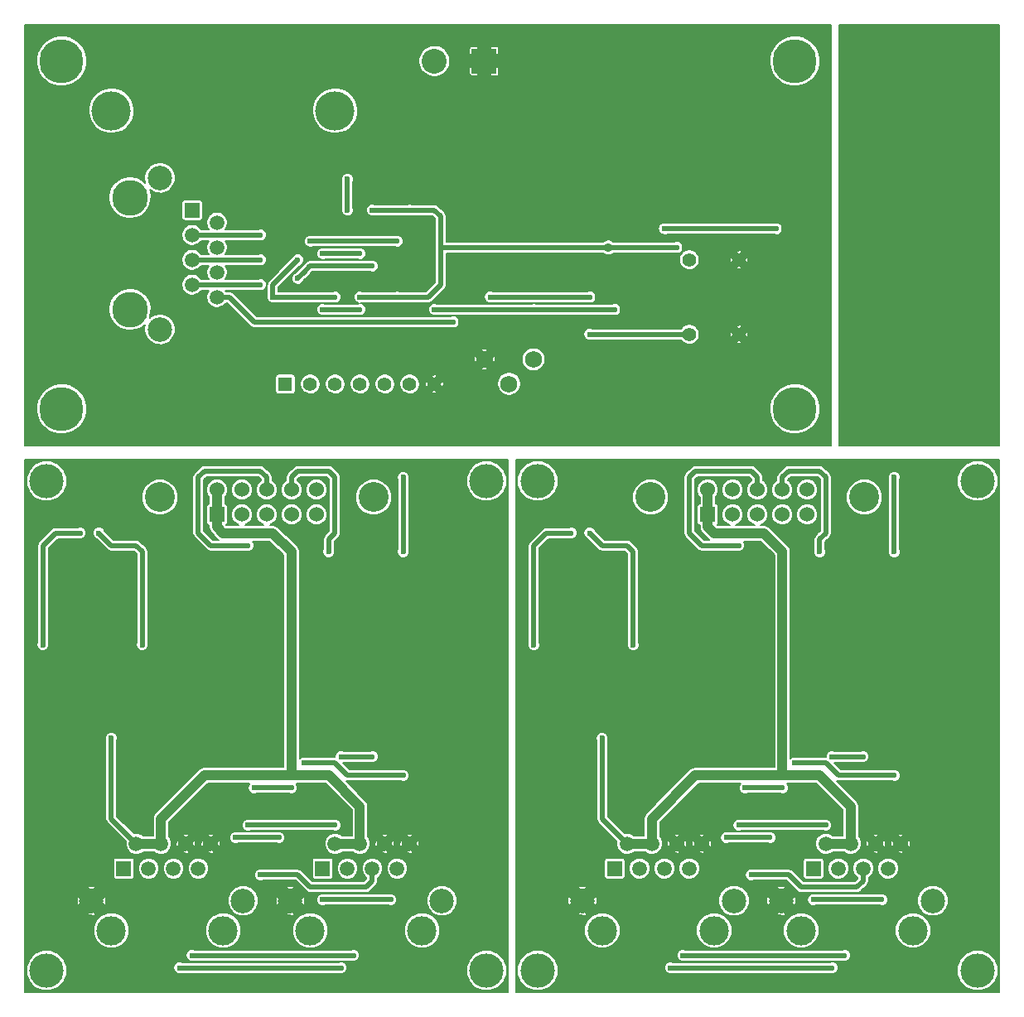
<source format=gbl>
G04 (created by PCBNEW (2013-may-18)-stable) date Wed 22 Oct 2014 04:52:23 PM CEST*
%MOIN*%
G04 Gerber Fmt 3.4, Leading zero omitted, Abs format*
%FSLAX34Y34*%
G01*
G70*
G90*
G04 APERTURE LIST*
%ADD10C,0.00590551*%
%ADD11C,0.12*%
%ADD12R,0.06X0.06*%
%ADD13C,0.06*%
%ADD14C,0.137795*%
%ADD15C,0.11811*%
%ADD16R,0.0591X0.0591*%
%ADD17C,0.0591*%
%ADD18C,0.0984252*%
%ADD19C,0.0689*%
%ADD20C,0.055*%
%ADD21C,0.1437*%
%ADD22R,0.1X0.1*%
%ADD23C,0.1*%
%ADD24R,0.055X0.055*%
%ADD25C,0.177165*%
%ADD26C,0.1575*%
%ADD27C,0.023622*%
%ADD28C,0.035*%
%ADD29C,0.0393701*%
%ADD30C,0.019685*%
%ADD31C,0.0067*%
%ADD32C,0.00669291*%
G04 APERTURE END LIST*
G54D10*
G54D11*
X57300Y-65800D03*
X48700Y-65800D03*
G54D12*
X51000Y-66500D03*
G54D13*
X51000Y-65500D03*
X52000Y-66500D03*
X52000Y-65500D03*
X53000Y-66500D03*
X53000Y-65500D03*
X54000Y-66500D03*
X54000Y-65500D03*
X55000Y-66500D03*
X55000Y-65500D03*
G54D14*
X61850Y-65150D03*
X61850Y-84850D03*
X44150Y-84850D03*
X44150Y-65150D03*
G54D15*
X51250Y-83250D03*
X46750Y-83250D03*
G54D16*
X47250Y-80750D03*
G54D17*
X47750Y-79750D03*
X48250Y-80750D03*
X48750Y-79750D03*
X49250Y-80750D03*
X49750Y-79750D03*
X50250Y-80750D03*
X50750Y-79750D03*
G54D18*
X45950Y-82049D03*
X52050Y-82049D03*
G54D15*
X59250Y-83250D03*
X54750Y-83250D03*
G54D16*
X55250Y-80750D03*
G54D17*
X55750Y-79750D03*
X56250Y-80750D03*
X56750Y-79750D03*
X57250Y-80750D03*
X57750Y-79750D03*
X58250Y-80750D03*
X58750Y-79750D03*
G54D18*
X53950Y-82049D03*
X60050Y-82049D03*
G54D15*
X39500Y-83250D03*
X35000Y-83250D03*
G54D16*
X35500Y-80750D03*
G54D17*
X36000Y-79750D03*
X36500Y-80750D03*
X37000Y-79750D03*
X37500Y-80750D03*
X38000Y-79750D03*
X38500Y-80750D03*
X39000Y-79750D03*
G54D18*
X34200Y-82049D03*
X40300Y-82049D03*
G54D15*
X31500Y-83250D03*
X27000Y-83250D03*
G54D16*
X27500Y-80750D03*
G54D17*
X28000Y-79750D03*
X28500Y-80750D03*
X29000Y-79750D03*
X29500Y-80750D03*
X30000Y-79750D03*
X30500Y-80750D03*
X31000Y-79750D03*
G54D18*
X26200Y-82049D03*
X32300Y-82049D03*
G54D14*
X24400Y-65150D03*
X24400Y-84850D03*
X42100Y-84850D03*
X42100Y-65150D03*
G54D11*
X37550Y-65800D03*
X28950Y-65800D03*
G54D12*
X31250Y-66500D03*
G54D13*
X31250Y-65500D03*
X32250Y-66500D03*
X32250Y-65500D03*
X33250Y-66500D03*
X33250Y-65500D03*
X34250Y-66500D03*
X34250Y-65500D03*
X35250Y-66500D03*
X35250Y-65500D03*
G54D19*
X43984Y-60258D03*
X43000Y-61242D03*
X42016Y-60258D03*
G54D20*
X50250Y-56250D03*
X52250Y-56250D03*
X50250Y-59250D03*
X52250Y-59250D03*
G54D21*
X27750Y-58250D03*
X27750Y-53750D03*
G54D16*
X30250Y-54250D03*
G54D17*
X31250Y-54750D03*
X30250Y-55250D03*
X31250Y-55750D03*
X30250Y-56250D03*
X31250Y-56750D03*
X30250Y-57250D03*
X31250Y-57750D03*
G54D18*
X28950Y-52950D03*
X28950Y-59050D03*
G54D22*
X42000Y-48250D03*
G54D23*
X40000Y-48250D03*
G54D24*
X34000Y-61250D03*
G54D20*
X35000Y-61250D03*
X36000Y-61250D03*
X37000Y-61250D03*
X38000Y-61250D03*
X39000Y-61250D03*
X40000Y-61250D03*
G54D25*
X25000Y-48250D03*
X54500Y-48250D03*
X54500Y-62250D03*
X25000Y-62250D03*
G54D26*
X27000Y-50250D03*
X36000Y-50250D03*
G54D27*
X44000Y-71750D03*
X45500Y-67250D03*
X46750Y-75500D03*
X27000Y-75500D03*
X25750Y-67250D03*
X24250Y-71750D03*
X49250Y-55000D03*
X53750Y-55000D03*
X48000Y-71750D03*
X46250Y-67250D03*
X26500Y-67250D03*
X28250Y-71750D03*
X47250Y-58250D03*
X40000Y-58250D03*
X44000Y-58250D03*
X38500Y-55500D03*
X35000Y-55500D03*
X37000Y-56000D03*
X35500Y-58250D03*
X37000Y-58250D03*
X35500Y-56000D03*
G54D28*
X47000Y-55750D03*
G54D27*
X49750Y-55750D03*
X37000Y-57750D03*
X38500Y-57750D03*
X37500Y-54250D03*
X39000Y-54250D03*
X49500Y-84750D03*
X56000Y-84750D03*
X36250Y-84750D03*
X29750Y-84750D03*
X55750Y-79000D03*
X52250Y-79000D03*
X32500Y-79000D03*
X36000Y-79000D03*
X52750Y-81000D03*
X33000Y-81000D03*
X33000Y-56250D03*
X56500Y-84250D03*
X50000Y-84250D03*
X30250Y-84250D03*
X36750Y-84250D03*
X33000Y-55250D03*
X56000Y-76250D03*
X57250Y-76250D03*
X37500Y-76250D03*
X36250Y-76250D03*
X50250Y-72250D03*
X51750Y-72250D03*
X53250Y-72250D03*
X54750Y-72250D03*
X56250Y-72250D03*
X57750Y-72250D03*
X59250Y-72250D03*
X60750Y-72250D03*
X41000Y-72250D03*
X39500Y-72250D03*
X38000Y-72250D03*
X36500Y-72250D03*
X35000Y-72250D03*
X33500Y-72250D03*
X32000Y-72250D03*
X30500Y-72250D03*
X46250Y-59250D03*
X34500Y-57000D03*
X37500Y-56500D03*
X33500Y-57750D03*
X36000Y-57750D03*
X34500Y-56250D03*
X36500Y-53000D03*
X36500Y-54250D03*
X54000Y-77500D03*
X52500Y-77500D03*
X32750Y-77500D03*
X34250Y-77500D03*
X54500Y-76500D03*
X58500Y-77000D03*
X38750Y-77000D03*
X34750Y-76500D03*
X51750Y-79500D03*
X53500Y-79500D03*
X58000Y-82000D03*
X55250Y-82000D03*
X35500Y-82000D03*
X38250Y-82000D03*
X33750Y-79500D03*
X32000Y-79500D03*
X33000Y-57250D03*
X58500Y-68000D03*
X58500Y-65000D03*
X38750Y-65000D03*
X38750Y-68000D03*
X55500Y-68000D03*
X35750Y-68000D03*
X52250Y-67750D03*
X32500Y-67750D03*
X40750Y-58750D03*
X46250Y-57750D03*
X42250Y-57750D03*
G54D29*
X47750Y-79750D02*
X48750Y-79750D01*
X55750Y-79750D02*
X56750Y-79750D01*
X48750Y-78750D02*
X48750Y-79750D01*
X48750Y-78750D02*
X48750Y-78750D01*
X48750Y-78750D02*
X50500Y-77000D01*
X50500Y-77000D02*
X50500Y-77000D01*
X56750Y-78250D02*
X55500Y-77000D01*
X56750Y-79750D02*
X56750Y-78250D01*
X54000Y-77000D02*
X55500Y-77000D01*
X50500Y-77000D02*
X54000Y-77000D01*
G54D30*
X44000Y-67750D02*
X44000Y-71750D01*
X44000Y-67750D02*
X44500Y-67250D01*
X44500Y-67250D02*
X45500Y-67250D01*
G54D29*
X51000Y-65500D02*
X51000Y-66500D01*
X53250Y-67250D02*
X54000Y-68000D01*
X51250Y-67250D02*
X53250Y-67250D01*
X51000Y-67000D02*
X51250Y-67250D01*
X51000Y-67000D02*
X51000Y-66500D01*
X54000Y-76250D02*
X54000Y-68000D01*
X54000Y-77000D02*
X54000Y-76250D01*
G54D30*
X46750Y-75500D02*
X46750Y-78750D01*
X46750Y-78750D02*
X47750Y-79750D01*
X27000Y-78750D02*
X28000Y-79750D01*
X27000Y-75500D02*
X27000Y-78750D01*
G54D29*
X34250Y-77000D02*
X34250Y-76250D01*
X34250Y-76250D02*
X34250Y-68000D01*
X31250Y-67000D02*
X31250Y-66500D01*
X31250Y-67000D02*
X31500Y-67250D01*
X31500Y-67250D02*
X33500Y-67250D01*
X33500Y-67250D02*
X34250Y-68000D01*
X31250Y-65500D02*
X31250Y-66500D01*
G54D30*
X24750Y-67250D02*
X25750Y-67250D01*
X24250Y-67750D02*
X24750Y-67250D01*
X24250Y-67750D02*
X24250Y-71750D01*
G54D29*
X30750Y-77000D02*
X34250Y-77000D01*
X34250Y-77000D02*
X35750Y-77000D01*
X37000Y-79750D02*
X37000Y-78250D01*
X37000Y-78250D02*
X35750Y-77000D01*
X30750Y-77000D02*
X30750Y-77000D01*
X29000Y-78750D02*
X30750Y-77000D01*
X29000Y-78750D02*
X29000Y-78750D01*
X29000Y-78750D02*
X29000Y-79750D01*
X36000Y-79750D02*
X37000Y-79750D01*
X28000Y-79750D02*
X29000Y-79750D01*
G54D30*
X53750Y-55000D02*
X49250Y-55000D01*
X48000Y-68000D02*
X48000Y-71750D01*
X47750Y-67750D02*
X48000Y-68000D01*
X46750Y-67750D02*
X47750Y-67750D01*
X46250Y-67250D02*
X46750Y-67750D01*
X26500Y-67250D02*
X27000Y-67750D01*
X27000Y-67750D02*
X28000Y-67750D01*
X28000Y-67750D02*
X28250Y-68000D01*
X28250Y-68000D02*
X28250Y-71750D01*
X46250Y-58250D02*
X47250Y-58250D01*
X44000Y-58250D02*
X40000Y-58250D01*
X44000Y-58250D02*
X46250Y-58250D01*
X35000Y-55500D02*
X38500Y-55500D01*
X35500Y-56000D02*
X37000Y-56000D01*
X37000Y-58250D02*
X35500Y-58250D01*
X44750Y-55750D02*
X40500Y-55750D01*
X46250Y-55750D02*
X47000Y-55750D01*
X47000Y-55750D02*
X49250Y-55750D01*
X45250Y-55750D02*
X46250Y-55750D01*
X44750Y-55750D02*
X45250Y-55750D01*
X49500Y-55750D02*
X49750Y-55750D01*
X49250Y-55750D02*
X49500Y-55750D01*
X38500Y-57750D02*
X37000Y-57750D01*
X39750Y-57750D02*
X38500Y-57750D01*
X40500Y-55750D02*
X40250Y-55750D01*
X40250Y-55750D02*
X40250Y-54500D01*
X39750Y-54250D02*
X39000Y-54250D01*
X40000Y-54250D02*
X40250Y-54500D01*
X39750Y-54250D02*
X40000Y-54250D01*
X40250Y-57250D02*
X40250Y-55750D01*
X40250Y-57250D02*
X39750Y-57750D01*
X37500Y-54250D02*
X39000Y-54250D01*
X49500Y-84750D02*
X56000Y-84750D01*
X29750Y-84750D02*
X36250Y-84750D01*
X55750Y-79000D02*
X52250Y-79000D01*
X36000Y-79000D02*
X32500Y-79000D01*
X52750Y-81000D02*
X54000Y-81000D01*
X54000Y-81000D02*
X54250Y-81000D01*
X54250Y-81000D02*
X54750Y-81500D01*
X54750Y-81500D02*
X57000Y-81500D01*
X57000Y-81500D02*
X57250Y-81250D01*
X57250Y-81250D02*
X57250Y-80750D01*
X37500Y-81250D02*
X37500Y-80750D01*
X37250Y-81500D02*
X37500Y-81250D01*
X35000Y-81500D02*
X37250Y-81500D01*
X34500Y-81000D02*
X35000Y-81500D01*
X34250Y-81000D02*
X34500Y-81000D01*
X33000Y-81000D02*
X34250Y-81000D01*
X30250Y-56250D02*
X33000Y-56250D01*
X50000Y-84250D02*
X56500Y-84250D01*
X30250Y-84250D02*
X36750Y-84250D01*
X33000Y-55250D02*
X30250Y-55250D01*
X56000Y-76250D02*
X56750Y-76250D01*
X56750Y-76250D02*
X57250Y-76250D01*
X37000Y-76250D02*
X37500Y-76250D01*
X36250Y-76250D02*
X37000Y-76250D01*
X46250Y-59250D02*
X50250Y-59250D01*
X37500Y-56500D02*
X35000Y-56500D01*
X35000Y-56500D02*
X34750Y-56750D01*
X34750Y-56750D02*
X34500Y-57000D01*
X34500Y-57000D02*
X34500Y-57000D01*
X33500Y-57750D02*
X36000Y-57750D01*
X34500Y-56250D02*
X33500Y-57250D01*
X33500Y-57250D02*
X33500Y-57750D01*
X36500Y-53000D02*
X36500Y-54250D01*
X52500Y-77500D02*
X54000Y-77500D01*
X32750Y-77500D02*
X34250Y-77500D01*
X55750Y-76500D02*
X56250Y-77000D01*
X56250Y-77000D02*
X58500Y-77000D01*
X54500Y-76500D02*
X55750Y-76500D01*
X34750Y-76500D02*
X36000Y-76500D01*
X36500Y-77000D02*
X38750Y-77000D01*
X36000Y-76500D02*
X36500Y-77000D01*
X51750Y-79500D02*
X53500Y-79500D01*
X55250Y-82000D02*
X58000Y-82000D01*
X35500Y-82000D02*
X38250Y-82000D01*
X32000Y-79500D02*
X33750Y-79500D01*
X33000Y-57250D02*
X30250Y-57250D01*
X58500Y-65000D02*
X58500Y-68000D01*
X38750Y-65000D02*
X38750Y-68000D01*
X54250Y-64750D02*
X54000Y-65000D01*
X54000Y-65000D02*
X54000Y-65500D01*
X55750Y-67000D02*
X55750Y-65000D01*
X55500Y-68000D02*
X55500Y-67500D01*
X55500Y-67500D02*
X55750Y-67250D01*
X55750Y-67250D02*
X55750Y-67000D01*
X55750Y-65000D02*
X55500Y-64750D01*
X55500Y-64750D02*
X54250Y-64750D01*
X35750Y-64750D02*
X34500Y-64750D01*
X36000Y-65000D02*
X35750Y-64750D01*
X36000Y-67250D02*
X36000Y-67000D01*
X35750Y-67500D02*
X36000Y-67250D01*
X35750Y-68000D02*
X35750Y-67500D01*
X36000Y-67000D02*
X36000Y-65000D01*
X34250Y-65000D02*
X34250Y-65500D01*
X34500Y-64750D02*
X34250Y-65000D01*
X52250Y-67750D02*
X52250Y-67750D01*
X52250Y-67750D02*
X52250Y-67750D01*
X50500Y-64750D02*
X52750Y-64750D01*
X50250Y-65000D02*
X50500Y-64750D01*
X50250Y-67250D02*
X50250Y-67000D01*
X50750Y-67750D02*
X50250Y-67250D01*
X50250Y-67000D02*
X50250Y-65000D01*
X53000Y-65500D02*
X53000Y-65000D01*
X52750Y-64750D02*
X53000Y-65000D01*
X50750Y-67750D02*
X52250Y-67750D01*
X31000Y-67750D02*
X32500Y-67750D01*
X33000Y-64750D02*
X33250Y-65000D01*
X33250Y-65500D02*
X33250Y-65000D01*
X30500Y-67000D02*
X30500Y-65000D01*
X31000Y-67750D02*
X30500Y-67250D01*
X30500Y-67250D02*
X30500Y-67000D01*
X30500Y-65000D02*
X30750Y-64750D01*
X30750Y-64750D02*
X33000Y-64750D01*
X32500Y-67750D02*
X32500Y-67750D01*
X32500Y-67750D02*
X32500Y-67750D01*
X31750Y-57750D02*
X32750Y-58750D01*
X32750Y-58750D02*
X40750Y-58750D01*
X31250Y-57750D02*
X31750Y-57750D01*
X46250Y-57750D02*
X42250Y-57750D01*
G54D10*
G36*
X42966Y-85716D02*
X42922Y-85716D01*
X42922Y-84687D01*
X42922Y-64987D01*
X42797Y-64684D01*
X42566Y-64453D01*
X42264Y-64327D01*
X41937Y-64327D01*
X41634Y-64452D01*
X41403Y-64683D01*
X41277Y-64985D01*
X41277Y-65312D01*
X41402Y-65615D01*
X41633Y-65846D01*
X41935Y-65972D01*
X42262Y-65972D01*
X42565Y-65847D01*
X42796Y-65616D01*
X42922Y-65314D01*
X42922Y-64987D01*
X42922Y-84687D01*
X42797Y-84384D01*
X42566Y-84153D01*
X42264Y-84027D01*
X41937Y-84027D01*
X41634Y-84152D01*
X41403Y-84383D01*
X41277Y-84685D01*
X41277Y-85012D01*
X41402Y-85315D01*
X41633Y-85546D01*
X41935Y-85672D01*
X42262Y-85672D01*
X42565Y-85547D01*
X42796Y-85316D01*
X42922Y-85014D01*
X42922Y-84687D01*
X42922Y-85716D01*
X40925Y-85716D01*
X40925Y-81925D01*
X40830Y-81695D01*
X40654Y-81519D01*
X40424Y-81423D01*
X40176Y-81423D01*
X39946Y-81518D01*
X39769Y-81694D01*
X39674Y-81924D01*
X39674Y-82173D01*
X39769Y-82403D01*
X39945Y-82579D01*
X40175Y-82674D01*
X40423Y-82674D01*
X40653Y-82579D01*
X40830Y-82404D01*
X40925Y-82174D01*
X40925Y-81925D01*
X40925Y-85716D01*
X40224Y-85716D01*
X40224Y-83106D01*
X40114Y-82840D01*
X39910Y-82636D01*
X39644Y-82526D01*
X39399Y-82525D01*
X39399Y-79694D01*
X39390Y-79648D01*
X39350Y-79607D01*
X39208Y-79750D01*
X39350Y-79892D01*
X39390Y-79851D01*
X39399Y-79694D01*
X39399Y-82525D01*
X39356Y-82525D01*
X39142Y-82614D01*
X39142Y-80100D01*
X39142Y-79399D01*
X39101Y-79359D01*
X39001Y-79353D01*
X39001Y-76950D01*
X39001Y-67950D01*
X38981Y-67902D01*
X38981Y-65097D01*
X39001Y-65050D01*
X39001Y-64950D01*
X38963Y-64857D01*
X38892Y-64786D01*
X38800Y-64748D01*
X38700Y-64748D01*
X38607Y-64786D01*
X38536Y-64857D01*
X38498Y-64949D01*
X38498Y-65049D01*
X38518Y-65097D01*
X38518Y-67902D01*
X38498Y-67949D01*
X38498Y-68049D01*
X38536Y-68142D01*
X38607Y-68213D01*
X38699Y-68251D01*
X38799Y-68251D01*
X38892Y-68213D01*
X38963Y-68142D01*
X39001Y-68050D01*
X39001Y-67950D01*
X39001Y-76950D01*
X38963Y-76857D01*
X38892Y-76786D01*
X38800Y-76748D01*
X38700Y-76748D01*
X38652Y-76768D01*
X38283Y-76768D01*
X38283Y-65654D01*
X38172Y-65385D01*
X37966Y-65178D01*
X37696Y-65066D01*
X37404Y-65066D01*
X37135Y-65177D01*
X36928Y-65383D01*
X36816Y-65653D01*
X36816Y-65945D01*
X36927Y-66214D01*
X37133Y-66421D01*
X37403Y-66533D01*
X37695Y-66533D01*
X37964Y-66422D01*
X38171Y-66216D01*
X38283Y-65946D01*
X38283Y-65654D01*
X38283Y-76768D01*
X36596Y-76768D01*
X36320Y-76492D01*
X36347Y-76481D01*
X37000Y-76481D01*
X37402Y-76481D01*
X37449Y-76501D01*
X37549Y-76501D01*
X37642Y-76463D01*
X37713Y-76392D01*
X37751Y-76300D01*
X37751Y-76200D01*
X37713Y-76107D01*
X37642Y-76036D01*
X37550Y-75998D01*
X37450Y-75998D01*
X37402Y-76018D01*
X37000Y-76018D01*
X36347Y-76018D01*
X36300Y-75998D01*
X36231Y-75998D01*
X36231Y-67250D01*
X36231Y-67000D01*
X36231Y-65000D01*
X36214Y-64911D01*
X36163Y-64836D01*
X36163Y-64836D01*
X35913Y-64586D01*
X35838Y-64535D01*
X35750Y-64518D01*
X35749Y-64518D01*
X34500Y-64518D01*
X34411Y-64535D01*
X34336Y-64586D01*
X34336Y-64586D01*
X34086Y-64836D01*
X34035Y-64911D01*
X34018Y-65000D01*
X34018Y-65000D01*
X34018Y-65126D01*
X34004Y-65132D01*
X33882Y-65254D01*
X33816Y-65413D01*
X33816Y-65585D01*
X33882Y-65745D01*
X34004Y-65867D01*
X34163Y-65933D01*
X34335Y-65933D01*
X34495Y-65867D01*
X34617Y-65745D01*
X34683Y-65586D01*
X34683Y-65414D01*
X34617Y-65254D01*
X34495Y-65132D01*
X34481Y-65126D01*
X34481Y-65096D01*
X34596Y-64981D01*
X35653Y-64981D01*
X35768Y-65096D01*
X35768Y-67000D01*
X35768Y-67153D01*
X35683Y-67238D01*
X35683Y-66414D01*
X35683Y-65414D01*
X35617Y-65254D01*
X35495Y-65132D01*
X35336Y-65066D01*
X35164Y-65066D01*
X35004Y-65132D01*
X34882Y-65254D01*
X34816Y-65413D01*
X34816Y-65585D01*
X34882Y-65745D01*
X35004Y-65867D01*
X35163Y-65933D01*
X35335Y-65933D01*
X35495Y-65867D01*
X35617Y-65745D01*
X35683Y-65586D01*
X35683Y-65414D01*
X35683Y-66414D01*
X35617Y-66254D01*
X35495Y-66132D01*
X35336Y-66066D01*
X35164Y-66066D01*
X35004Y-66132D01*
X34882Y-66254D01*
X34816Y-66413D01*
X34816Y-66585D01*
X34882Y-66745D01*
X35004Y-66867D01*
X35163Y-66933D01*
X35335Y-66933D01*
X35495Y-66867D01*
X35617Y-66745D01*
X35683Y-66586D01*
X35683Y-66414D01*
X35683Y-67238D01*
X35586Y-67336D01*
X35535Y-67411D01*
X35518Y-67500D01*
X35518Y-67500D01*
X35518Y-67902D01*
X35498Y-67949D01*
X35498Y-68049D01*
X35536Y-68142D01*
X35607Y-68213D01*
X35699Y-68251D01*
X35799Y-68251D01*
X35892Y-68213D01*
X35963Y-68142D01*
X36001Y-68050D01*
X36001Y-67950D01*
X35981Y-67902D01*
X35981Y-67596D01*
X36163Y-67413D01*
X36163Y-67413D01*
X36163Y-67413D01*
X36214Y-67338D01*
X36231Y-67250D01*
X36231Y-75998D01*
X36200Y-75998D01*
X36107Y-76036D01*
X36036Y-76107D01*
X35998Y-76199D01*
X35998Y-76268D01*
X34847Y-76268D01*
X34800Y-76248D01*
X34700Y-76248D01*
X34683Y-76255D01*
X34683Y-66414D01*
X34617Y-66254D01*
X34495Y-66132D01*
X34336Y-66066D01*
X34164Y-66066D01*
X34004Y-66132D01*
X33882Y-66254D01*
X33816Y-66413D01*
X33816Y-66585D01*
X33882Y-66745D01*
X34004Y-66867D01*
X34163Y-66933D01*
X34335Y-66933D01*
X34495Y-66867D01*
X34617Y-66745D01*
X34683Y-66586D01*
X34683Y-66414D01*
X34683Y-76255D01*
X34607Y-76286D01*
X34580Y-76313D01*
X34580Y-76250D01*
X34580Y-68000D01*
X34580Y-67999D01*
X34555Y-67873D01*
X34483Y-67766D01*
X34483Y-67766D01*
X33733Y-67016D01*
X33626Y-66944D01*
X33500Y-66919D01*
X33369Y-66919D01*
X33495Y-66867D01*
X33617Y-66745D01*
X33683Y-66586D01*
X33683Y-66414D01*
X33617Y-66254D01*
X33495Y-66132D01*
X33336Y-66066D01*
X33164Y-66066D01*
X33004Y-66132D01*
X32882Y-66254D01*
X32816Y-66413D01*
X32816Y-66585D01*
X32882Y-66745D01*
X33004Y-66867D01*
X33130Y-66919D01*
X32369Y-66919D01*
X32495Y-66867D01*
X32617Y-66745D01*
X32683Y-66586D01*
X32683Y-66414D01*
X32683Y-65414D01*
X32617Y-65254D01*
X32495Y-65132D01*
X32336Y-65066D01*
X32164Y-65066D01*
X32004Y-65132D01*
X31882Y-65254D01*
X31816Y-65413D01*
X31816Y-65585D01*
X31882Y-65745D01*
X32004Y-65867D01*
X32163Y-65933D01*
X32335Y-65933D01*
X32495Y-65867D01*
X32617Y-65745D01*
X32683Y-65586D01*
X32683Y-65414D01*
X32683Y-66414D01*
X32617Y-66254D01*
X32495Y-66132D01*
X32336Y-66066D01*
X32164Y-66066D01*
X32004Y-66132D01*
X31882Y-66254D01*
X31816Y-66413D01*
X31816Y-66585D01*
X31882Y-66745D01*
X32004Y-66867D01*
X32130Y-66919D01*
X31636Y-66919D01*
X31627Y-66910D01*
X31663Y-66875D01*
X31683Y-66826D01*
X31683Y-66773D01*
X31683Y-66173D01*
X31663Y-66124D01*
X31625Y-66086D01*
X31580Y-66068D01*
X31580Y-65782D01*
X31617Y-65745D01*
X31683Y-65586D01*
X31683Y-65414D01*
X31617Y-65254D01*
X31495Y-65132D01*
X31336Y-65066D01*
X31164Y-65066D01*
X31004Y-65132D01*
X30882Y-65254D01*
X30816Y-65413D01*
X30816Y-65585D01*
X30882Y-65745D01*
X30919Y-65782D01*
X30919Y-66068D01*
X30874Y-66086D01*
X30836Y-66124D01*
X30816Y-66173D01*
X30816Y-66226D01*
X30816Y-66826D01*
X30836Y-66875D01*
X30874Y-66913D01*
X30919Y-66931D01*
X30919Y-67000D01*
X30944Y-67126D01*
X31016Y-67233D01*
X31266Y-67483D01*
X31266Y-67483D01*
X31318Y-67518D01*
X31096Y-67518D01*
X30731Y-67153D01*
X30731Y-67000D01*
X30731Y-65096D01*
X30846Y-64981D01*
X32903Y-64981D01*
X33018Y-65096D01*
X33018Y-65126D01*
X33004Y-65132D01*
X32882Y-65254D01*
X32816Y-65413D01*
X32816Y-65585D01*
X32882Y-65745D01*
X33004Y-65867D01*
X33163Y-65933D01*
X33335Y-65933D01*
X33495Y-65867D01*
X33617Y-65745D01*
X33683Y-65586D01*
X33683Y-65414D01*
X33617Y-65254D01*
X33495Y-65132D01*
X33481Y-65126D01*
X33481Y-65000D01*
X33464Y-64911D01*
X33413Y-64836D01*
X33413Y-64836D01*
X33163Y-64586D01*
X33088Y-64535D01*
X33000Y-64518D01*
X32999Y-64518D01*
X30750Y-64518D01*
X30661Y-64535D01*
X30586Y-64586D01*
X30586Y-64586D01*
X30336Y-64836D01*
X30285Y-64911D01*
X30268Y-65000D01*
X30268Y-65000D01*
X30268Y-67000D01*
X30268Y-67249D01*
X30268Y-67250D01*
X30285Y-67338D01*
X30336Y-67413D01*
X30836Y-67913D01*
X30836Y-67913D01*
X30911Y-67964D01*
X31000Y-67981D01*
X31000Y-67981D01*
X31000Y-67981D01*
X32402Y-67981D01*
X32449Y-68001D01*
X32549Y-68001D01*
X32642Y-67963D01*
X32713Y-67892D01*
X32751Y-67800D01*
X32751Y-67700D01*
X32713Y-67607D01*
X32686Y-67580D01*
X33363Y-67580D01*
X33919Y-68136D01*
X33919Y-76250D01*
X33919Y-76669D01*
X30750Y-76669D01*
X30623Y-76694D01*
X30516Y-76766D01*
X29683Y-77599D01*
X29683Y-65654D01*
X29572Y-65385D01*
X29366Y-65178D01*
X29096Y-65066D01*
X28804Y-65066D01*
X28535Y-65177D01*
X28328Y-65383D01*
X28216Y-65653D01*
X28216Y-65945D01*
X28327Y-66214D01*
X28533Y-66421D01*
X28803Y-66533D01*
X29095Y-66533D01*
X29364Y-66422D01*
X29571Y-66216D01*
X29683Y-65946D01*
X29683Y-65654D01*
X29683Y-77599D01*
X28766Y-78516D01*
X28694Y-78623D01*
X28669Y-78750D01*
X28669Y-79419D01*
X28501Y-79419D01*
X28501Y-71700D01*
X28481Y-71652D01*
X28481Y-68000D01*
X28464Y-67911D01*
X28413Y-67836D01*
X28413Y-67836D01*
X28163Y-67586D01*
X28088Y-67535D01*
X28000Y-67518D01*
X27999Y-67518D01*
X27096Y-67518D01*
X26732Y-67154D01*
X26713Y-67107D01*
X26642Y-67036D01*
X26550Y-66998D01*
X26450Y-66998D01*
X26357Y-67036D01*
X26286Y-67107D01*
X26248Y-67199D01*
X26248Y-67299D01*
X26286Y-67392D01*
X26357Y-67463D01*
X26405Y-67482D01*
X26836Y-67913D01*
X26836Y-67913D01*
X26911Y-67964D01*
X27000Y-67981D01*
X27000Y-67981D01*
X27000Y-67981D01*
X27903Y-67981D01*
X28018Y-68096D01*
X28018Y-71652D01*
X27998Y-71699D01*
X27998Y-71799D01*
X28036Y-71892D01*
X28107Y-71963D01*
X28199Y-72001D01*
X28299Y-72001D01*
X28392Y-71963D01*
X28463Y-71892D01*
X28501Y-71800D01*
X28501Y-71700D01*
X28501Y-79419D01*
X28276Y-79419D01*
X28243Y-79386D01*
X28085Y-79321D01*
X27915Y-79320D01*
X27903Y-79325D01*
X27231Y-78653D01*
X27231Y-75597D01*
X27251Y-75550D01*
X27251Y-75450D01*
X27213Y-75357D01*
X27142Y-75286D01*
X27050Y-75248D01*
X26950Y-75248D01*
X26857Y-75286D01*
X26786Y-75357D01*
X26748Y-75449D01*
X26748Y-75549D01*
X26768Y-75597D01*
X26768Y-78749D01*
X26768Y-78750D01*
X26785Y-78838D01*
X26836Y-78913D01*
X27575Y-79653D01*
X27571Y-79664D01*
X27570Y-79834D01*
X27636Y-79992D01*
X27756Y-80113D01*
X27914Y-80178D01*
X28084Y-80179D01*
X28242Y-80113D01*
X28276Y-80080D01*
X28723Y-80080D01*
X28756Y-80113D01*
X28914Y-80178D01*
X29084Y-80179D01*
X29242Y-80113D01*
X29363Y-79993D01*
X29428Y-79835D01*
X29429Y-79665D01*
X29363Y-79507D01*
X29330Y-79473D01*
X29330Y-78886D01*
X30886Y-77330D01*
X32563Y-77330D01*
X32536Y-77357D01*
X32498Y-77449D01*
X32498Y-77549D01*
X32536Y-77642D01*
X32607Y-77713D01*
X32699Y-77751D01*
X32799Y-77751D01*
X32847Y-77731D01*
X34152Y-77731D01*
X34199Y-77751D01*
X34299Y-77751D01*
X34392Y-77713D01*
X34463Y-77642D01*
X34501Y-77550D01*
X34501Y-77450D01*
X34463Y-77357D01*
X34436Y-77330D01*
X35613Y-77330D01*
X36669Y-78386D01*
X36669Y-79419D01*
X36276Y-79419D01*
X36251Y-79394D01*
X36251Y-78950D01*
X36213Y-78857D01*
X36142Y-78786D01*
X36050Y-78748D01*
X35950Y-78748D01*
X35902Y-78768D01*
X32597Y-78768D01*
X32550Y-78748D01*
X32450Y-78748D01*
X32357Y-78786D01*
X32286Y-78857D01*
X32248Y-78949D01*
X32248Y-79049D01*
X32286Y-79142D01*
X32357Y-79213D01*
X32449Y-79251D01*
X32549Y-79251D01*
X32597Y-79231D01*
X35902Y-79231D01*
X35949Y-79251D01*
X36049Y-79251D01*
X36142Y-79213D01*
X36213Y-79142D01*
X36251Y-79050D01*
X36251Y-78950D01*
X36251Y-79394D01*
X36243Y-79386D01*
X36085Y-79321D01*
X35915Y-79320D01*
X35757Y-79386D01*
X35636Y-79506D01*
X35571Y-79664D01*
X35570Y-79834D01*
X35636Y-79992D01*
X35756Y-80113D01*
X35914Y-80178D01*
X36084Y-80179D01*
X36242Y-80113D01*
X36276Y-80080D01*
X36723Y-80080D01*
X36756Y-80113D01*
X36914Y-80178D01*
X37084Y-80179D01*
X37242Y-80113D01*
X37363Y-79993D01*
X37428Y-79835D01*
X37429Y-79665D01*
X37363Y-79507D01*
X37330Y-79473D01*
X37330Y-78250D01*
X37305Y-78123D01*
X37233Y-78016D01*
X36436Y-77219D01*
X36500Y-77231D01*
X36500Y-77231D01*
X36500Y-77231D01*
X38652Y-77231D01*
X38699Y-77251D01*
X38799Y-77251D01*
X38892Y-77213D01*
X38963Y-77142D01*
X39001Y-77050D01*
X39001Y-76950D01*
X39001Y-79353D01*
X38944Y-79350D01*
X38898Y-79359D01*
X38857Y-79399D01*
X39000Y-79541D01*
X39142Y-79399D01*
X39142Y-80100D01*
X39000Y-79958D01*
X38857Y-80100D01*
X38898Y-80140D01*
X39055Y-80149D01*
X39101Y-80140D01*
X39142Y-80100D01*
X39142Y-82614D01*
X39090Y-82635D01*
X38929Y-82796D01*
X38929Y-80665D01*
X38863Y-80507D01*
X38791Y-80434D01*
X38791Y-79750D01*
X38649Y-79607D01*
X38609Y-79648D01*
X38600Y-79805D01*
X38609Y-79851D01*
X38649Y-79892D01*
X38791Y-79750D01*
X38791Y-80434D01*
X38743Y-80386D01*
X38585Y-80321D01*
X38415Y-80320D01*
X38399Y-80327D01*
X38399Y-79694D01*
X38390Y-79648D01*
X38350Y-79607D01*
X38208Y-79750D01*
X38350Y-79892D01*
X38390Y-79851D01*
X38399Y-79694D01*
X38399Y-80327D01*
X38257Y-80386D01*
X38142Y-80501D01*
X38142Y-80100D01*
X38142Y-79399D01*
X38101Y-79359D01*
X37944Y-79350D01*
X37898Y-79359D01*
X37857Y-79399D01*
X38000Y-79541D01*
X38142Y-79399D01*
X38142Y-80100D01*
X38000Y-79958D01*
X37857Y-80100D01*
X37898Y-80140D01*
X38055Y-80149D01*
X38101Y-80140D01*
X38142Y-80100D01*
X38142Y-80501D01*
X38136Y-80506D01*
X38071Y-80664D01*
X38070Y-80834D01*
X38136Y-80992D01*
X38256Y-81113D01*
X38414Y-81178D01*
X38584Y-81179D01*
X38742Y-81113D01*
X38863Y-80993D01*
X38928Y-80835D01*
X38929Y-80665D01*
X38929Y-82796D01*
X38886Y-82839D01*
X38776Y-83105D01*
X38775Y-83393D01*
X38885Y-83659D01*
X39089Y-83863D01*
X39355Y-83973D01*
X39643Y-83974D01*
X39909Y-83864D01*
X40113Y-83660D01*
X40223Y-83394D01*
X40224Y-83106D01*
X40224Y-85716D01*
X38501Y-85716D01*
X38501Y-81950D01*
X38463Y-81857D01*
X38392Y-81786D01*
X38300Y-81748D01*
X38200Y-81748D01*
X38152Y-81768D01*
X37929Y-81768D01*
X37929Y-80665D01*
X37863Y-80507D01*
X37791Y-80434D01*
X37791Y-79750D01*
X37649Y-79607D01*
X37609Y-79648D01*
X37600Y-79805D01*
X37609Y-79851D01*
X37649Y-79892D01*
X37791Y-79750D01*
X37791Y-80434D01*
X37743Y-80386D01*
X37585Y-80321D01*
X37415Y-80320D01*
X37257Y-80386D01*
X37136Y-80506D01*
X37071Y-80664D01*
X37070Y-80834D01*
X37136Y-80992D01*
X37256Y-81113D01*
X37268Y-81118D01*
X37268Y-81153D01*
X37153Y-81268D01*
X36929Y-81268D01*
X36929Y-80665D01*
X36863Y-80507D01*
X36743Y-80386D01*
X36585Y-80321D01*
X36415Y-80320D01*
X36257Y-80386D01*
X36136Y-80506D01*
X36071Y-80664D01*
X36070Y-80834D01*
X36136Y-80992D01*
X36256Y-81113D01*
X36414Y-81178D01*
X36584Y-81179D01*
X36742Y-81113D01*
X36863Y-80993D01*
X36928Y-80835D01*
X36929Y-80665D01*
X36929Y-81268D01*
X35929Y-81268D01*
X35929Y-81019D01*
X35929Y-80428D01*
X35908Y-80378D01*
X35871Y-80341D01*
X35822Y-80321D01*
X35769Y-80320D01*
X35178Y-80320D01*
X35128Y-80341D01*
X35091Y-80378D01*
X35071Y-80427D01*
X35070Y-80480D01*
X35070Y-81071D01*
X35091Y-81121D01*
X35128Y-81158D01*
X35177Y-81178D01*
X35230Y-81179D01*
X35821Y-81179D01*
X35871Y-81158D01*
X35908Y-81121D01*
X35928Y-81072D01*
X35929Y-81019D01*
X35929Y-81268D01*
X35096Y-81268D01*
X34663Y-80836D01*
X34588Y-80785D01*
X34500Y-80768D01*
X34499Y-80768D01*
X34250Y-80768D01*
X34001Y-80768D01*
X34001Y-79450D01*
X33963Y-79357D01*
X33892Y-79286D01*
X33800Y-79248D01*
X33700Y-79248D01*
X33652Y-79268D01*
X32097Y-79268D01*
X32050Y-79248D01*
X31950Y-79248D01*
X31857Y-79286D01*
X31786Y-79357D01*
X31748Y-79449D01*
X31748Y-79549D01*
X31786Y-79642D01*
X31857Y-79713D01*
X31949Y-79751D01*
X32049Y-79751D01*
X32097Y-79731D01*
X33652Y-79731D01*
X33699Y-79751D01*
X33799Y-79751D01*
X33892Y-79713D01*
X33963Y-79642D01*
X34001Y-79550D01*
X34001Y-79450D01*
X34001Y-80768D01*
X33097Y-80768D01*
X33050Y-80748D01*
X32950Y-80748D01*
X32857Y-80786D01*
X32786Y-80857D01*
X32748Y-80949D01*
X32748Y-81049D01*
X32786Y-81142D01*
X32857Y-81213D01*
X32949Y-81251D01*
X33049Y-81251D01*
X33097Y-81231D01*
X34250Y-81231D01*
X34403Y-81231D01*
X34836Y-81663D01*
X34836Y-81663D01*
X34911Y-81714D01*
X35000Y-81731D01*
X35000Y-81731D01*
X35000Y-81731D01*
X37249Y-81731D01*
X37250Y-81731D01*
X37250Y-81731D01*
X37338Y-81714D01*
X37413Y-81663D01*
X37663Y-81413D01*
X37663Y-81413D01*
X37663Y-81413D01*
X37714Y-81338D01*
X37731Y-81250D01*
X37731Y-81118D01*
X37742Y-81113D01*
X37863Y-80993D01*
X37928Y-80835D01*
X37929Y-80665D01*
X37929Y-81768D01*
X35597Y-81768D01*
X35550Y-81748D01*
X35450Y-81748D01*
X35357Y-81786D01*
X35286Y-81857D01*
X35248Y-81949D01*
X35248Y-82049D01*
X35286Y-82142D01*
X35357Y-82213D01*
X35449Y-82251D01*
X35549Y-82251D01*
X35597Y-82231D01*
X38152Y-82231D01*
X38199Y-82251D01*
X38299Y-82251D01*
X38392Y-82213D01*
X38463Y-82142D01*
X38501Y-82050D01*
X38501Y-81950D01*
X38501Y-85716D01*
X37001Y-85716D01*
X37001Y-84200D01*
X36963Y-84107D01*
X36892Y-84036D01*
X36800Y-83998D01*
X36700Y-83998D01*
X36652Y-84018D01*
X35724Y-84018D01*
X35724Y-83106D01*
X35614Y-82840D01*
X35410Y-82636D01*
X35144Y-82526D01*
X34856Y-82525D01*
X34794Y-82551D01*
X34794Y-81938D01*
X34791Y-81923D01*
X34745Y-81852D01*
X34548Y-82049D01*
X34745Y-82245D01*
X34791Y-82174D01*
X34794Y-81938D01*
X34794Y-82551D01*
X34590Y-82635D01*
X34397Y-82828D01*
X34397Y-82593D01*
X34397Y-81504D01*
X34326Y-81458D01*
X34090Y-81455D01*
X34075Y-81458D01*
X34004Y-81504D01*
X34200Y-81701D01*
X34397Y-81504D01*
X34397Y-82593D01*
X34200Y-82397D01*
X34004Y-82593D01*
X34075Y-82640D01*
X34311Y-82643D01*
X34326Y-82640D01*
X34397Y-82593D01*
X34397Y-82828D01*
X34386Y-82839D01*
X34276Y-83105D01*
X34275Y-83393D01*
X34385Y-83659D01*
X34589Y-83863D01*
X34855Y-83973D01*
X35143Y-83974D01*
X35409Y-83864D01*
X35613Y-83660D01*
X35723Y-83394D01*
X35724Y-83106D01*
X35724Y-84018D01*
X33852Y-84018D01*
X33852Y-82049D01*
X33656Y-81852D01*
X33609Y-81923D01*
X33606Y-82159D01*
X33609Y-82174D01*
X33656Y-82245D01*
X33852Y-82049D01*
X33852Y-84018D01*
X32925Y-84018D01*
X32925Y-81925D01*
X32830Y-81695D01*
X32654Y-81519D01*
X32424Y-81423D01*
X32176Y-81423D01*
X31946Y-81518D01*
X31769Y-81694D01*
X31674Y-81924D01*
X31674Y-82173D01*
X31769Y-82403D01*
X31945Y-82579D01*
X32175Y-82674D01*
X32423Y-82674D01*
X32653Y-82579D01*
X32830Y-82404D01*
X32925Y-82174D01*
X32925Y-81925D01*
X32925Y-84018D01*
X32224Y-84018D01*
X32224Y-83106D01*
X32114Y-82840D01*
X31910Y-82636D01*
X31644Y-82526D01*
X31399Y-82525D01*
X31399Y-79694D01*
X31390Y-79648D01*
X31350Y-79607D01*
X31208Y-79750D01*
X31350Y-79892D01*
X31390Y-79851D01*
X31399Y-79694D01*
X31399Y-82525D01*
X31356Y-82525D01*
X31142Y-82614D01*
X31142Y-80100D01*
X31142Y-79399D01*
X31101Y-79359D01*
X30944Y-79350D01*
X30898Y-79359D01*
X30857Y-79399D01*
X31000Y-79541D01*
X31142Y-79399D01*
X31142Y-80100D01*
X31000Y-79958D01*
X30857Y-80100D01*
X30898Y-80140D01*
X31055Y-80149D01*
X31101Y-80140D01*
X31142Y-80100D01*
X31142Y-82614D01*
X31090Y-82635D01*
X30929Y-82796D01*
X30929Y-80665D01*
X30863Y-80507D01*
X30791Y-80434D01*
X30791Y-79750D01*
X30649Y-79607D01*
X30609Y-79648D01*
X30600Y-79805D01*
X30609Y-79851D01*
X30649Y-79892D01*
X30791Y-79750D01*
X30791Y-80434D01*
X30743Y-80386D01*
X30585Y-80321D01*
X30415Y-80320D01*
X30399Y-80327D01*
X30399Y-79694D01*
X30390Y-79648D01*
X30350Y-79607D01*
X30208Y-79750D01*
X30350Y-79892D01*
X30390Y-79851D01*
X30399Y-79694D01*
X30399Y-80327D01*
X30257Y-80386D01*
X30142Y-80501D01*
X30142Y-80100D01*
X30142Y-79399D01*
X30101Y-79359D01*
X29944Y-79350D01*
X29898Y-79359D01*
X29857Y-79399D01*
X30000Y-79541D01*
X30142Y-79399D01*
X30142Y-80100D01*
X30000Y-79958D01*
X29857Y-80100D01*
X29898Y-80140D01*
X30055Y-80149D01*
X30101Y-80140D01*
X30142Y-80100D01*
X30142Y-80501D01*
X30136Y-80506D01*
X30071Y-80664D01*
X30070Y-80834D01*
X30136Y-80992D01*
X30256Y-81113D01*
X30414Y-81178D01*
X30584Y-81179D01*
X30742Y-81113D01*
X30863Y-80993D01*
X30928Y-80835D01*
X30929Y-80665D01*
X30929Y-82796D01*
X30886Y-82839D01*
X30776Y-83105D01*
X30775Y-83393D01*
X30885Y-83659D01*
X31089Y-83863D01*
X31355Y-83973D01*
X31643Y-83974D01*
X31909Y-83864D01*
X32113Y-83660D01*
X32223Y-83394D01*
X32224Y-83106D01*
X32224Y-84018D01*
X30347Y-84018D01*
X30300Y-83998D01*
X30200Y-83998D01*
X30107Y-84036D01*
X30036Y-84107D01*
X29998Y-84199D01*
X29998Y-84299D01*
X30036Y-84392D01*
X30107Y-84463D01*
X30199Y-84501D01*
X30299Y-84501D01*
X30347Y-84481D01*
X36652Y-84481D01*
X36699Y-84501D01*
X36799Y-84501D01*
X36892Y-84463D01*
X36963Y-84392D01*
X37001Y-84300D01*
X37001Y-84200D01*
X37001Y-85716D01*
X36501Y-85716D01*
X36501Y-84700D01*
X36463Y-84607D01*
X36392Y-84536D01*
X36300Y-84498D01*
X36200Y-84498D01*
X36152Y-84518D01*
X29929Y-84518D01*
X29929Y-80665D01*
X29863Y-80507D01*
X29791Y-80434D01*
X29791Y-79750D01*
X29649Y-79607D01*
X29609Y-79648D01*
X29600Y-79805D01*
X29609Y-79851D01*
X29649Y-79892D01*
X29791Y-79750D01*
X29791Y-80434D01*
X29743Y-80386D01*
X29585Y-80321D01*
X29415Y-80320D01*
X29257Y-80386D01*
X29136Y-80506D01*
X29071Y-80664D01*
X29070Y-80834D01*
X29136Y-80992D01*
X29256Y-81113D01*
X29414Y-81178D01*
X29584Y-81179D01*
X29742Y-81113D01*
X29863Y-80993D01*
X29928Y-80835D01*
X29929Y-80665D01*
X29929Y-84518D01*
X29847Y-84518D01*
X29800Y-84498D01*
X29700Y-84498D01*
X29607Y-84536D01*
X29536Y-84607D01*
X29498Y-84699D01*
X29498Y-84799D01*
X29536Y-84892D01*
X29607Y-84963D01*
X29699Y-85001D01*
X29799Y-85001D01*
X29847Y-84981D01*
X36152Y-84981D01*
X36199Y-85001D01*
X36299Y-85001D01*
X36392Y-84963D01*
X36463Y-84892D01*
X36501Y-84800D01*
X36501Y-84700D01*
X36501Y-85716D01*
X28929Y-85716D01*
X28929Y-80665D01*
X28863Y-80507D01*
X28743Y-80386D01*
X28585Y-80321D01*
X28415Y-80320D01*
X28257Y-80386D01*
X28136Y-80506D01*
X28071Y-80664D01*
X28070Y-80834D01*
X28136Y-80992D01*
X28256Y-81113D01*
X28414Y-81178D01*
X28584Y-81179D01*
X28742Y-81113D01*
X28863Y-80993D01*
X28928Y-80835D01*
X28929Y-80665D01*
X28929Y-85716D01*
X27929Y-85716D01*
X27929Y-81019D01*
X27929Y-80428D01*
X27908Y-80378D01*
X27871Y-80341D01*
X27822Y-80321D01*
X27769Y-80320D01*
X27178Y-80320D01*
X27128Y-80341D01*
X27091Y-80378D01*
X27071Y-80427D01*
X27070Y-80480D01*
X27070Y-81071D01*
X27091Y-81121D01*
X27128Y-81158D01*
X27177Y-81178D01*
X27230Y-81179D01*
X27821Y-81179D01*
X27871Y-81158D01*
X27908Y-81121D01*
X27928Y-81072D01*
X27929Y-81019D01*
X27929Y-85716D01*
X27724Y-85716D01*
X27724Y-83106D01*
X27614Y-82840D01*
X27410Y-82636D01*
X27144Y-82526D01*
X26856Y-82525D01*
X26794Y-82551D01*
X26794Y-81938D01*
X26791Y-81923D01*
X26745Y-81852D01*
X26548Y-82049D01*
X26745Y-82245D01*
X26791Y-82174D01*
X26794Y-81938D01*
X26794Y-82551D01*
X26590Y-82635D01*
X26397Y-82828D01*
X26397Y-82593D01*
X26397Y-81504D01*
X26326Y-81458D01*
X26090Y-81455D01*
X26075Y-81458D01*
X26004Y-81504D01*
X26200Y-81701D01*
X26397Y-81504D01*
X26397Y-82593D01*
X26200Y-82397D01*
X26004Y-82593D01*
X26075Y-82640D01*
X26311Y-82643D01*
X26326Y-82640D01*
X26397Y-82593D01*
X26397Y-82828D01*
X26386Y-82839D01*
X26276Y-83105D01*
X26275Y-83393D01*
X26385Y-83659D01*
X26589Y-83863D01*
X26855Y-83973D01*
X27143Y-83974D01*
X27409Y-83864D01*
X27613Y-83660D01*
X27723Y-83394D01*
X27724Y-83106D01*
X27724Y-85716D01*
X26001Y-85716D01*
X26001Y-67200D01*
X25963Y-67107D01*
X25892Y-67036D01*
X25800Y-66998D01*
X25700Y-66998D01*
X25652Y-67018D01*
X25222Y-67018D01*
X25222Y-64987D01*
X25097Y-64684D01*
X24866Y-64453D01*
X24564Y-64327D01*
X24237Y-64327D01*
X23934Y-64452D01*
X23703Y-64683D01*
X23577Y-64985D01*
X23577Y-65312D01*
X23702Y-65615D01*
X23933Y-65846D01*
X24235Y-65972D01*
X24562Y-65972D01*
X24865Y-65847D01*
X25096Y-65616D01*
X25222Y-65314D01*
X25222Y-64987D01*
X25222Y-67018D01*
X24750Y-67018D01*
X24750Y-67018D01*
X24661Y-67035D01*
X24586Y-67086D01*
X24586Y-67086D01*
X24086Y-67586D01*
X24035Y-67661D01*
X24018Y-67750D01*
X24018Y-67750D01*
X24018Y-71652D01*
X23998Y-71699D01*
X23998Y-71799D01*
X24036Y-71892D01*
X24107Y-71963D01*
X24199Y-72001D01*
X24299Y-72001D01*
X24392Y-71963D01*
X24463Y-71892D01*
X24501Y-71800D01*
X24501Y-71700D01*
X24481Y-71652D01*
X24481Y-67846D01*
X24846Y-67481D01*
X25652Y-67481D01*
X25699Y-67501D01*
X25799Y-67501D01*
X25892Y-67463D01*
X25963Y-67392D01*
X26001Y-67300D01*
X26001Y-67200D01*
X26001Y-85716D01*
X25852Y-85716D01*
X25852Y-82049D01*
X25656Y-81852D01*
X25609Y-81923D01*
X25606Y-82159D01*
X25609Y-82174D01*
X25656Y-82245D01*
X25852Y-82049D01*
X25852Y-85716D01*
X25222Y-85716D01*
X25222Y-84687D01*
X25097Y-84384D01*
X24866Y-84153D01*
X24564Y-84027D01*
X24237Y-84027D01*
X23934Y-84152D01*
X23703Y-84383D01*
X23577Y-84685D01*
X23577Y-85012D01*
X23702Y-85315D01*
X23933Y-85546D01*
X24235Y-85672D01*
X24562Y-85672D01*
X24865Y-85547D01*
X25096Y-85316D01*
X25222Y-85014D01*
X25222Y-84687D01*
X25222Y-85716D01*
X23533Y-85716D01*
X23533Y-64283D01*
X42966Y-64283D01*
X42966Y-85716D01*
X42966Y-85716D01*
G37*
G54D31*
X42966Y-85716D02*
X42922Y-85716D01*
X42922Y-84687D01*
X42922Y-64987D01*
X42797Y-64684D01*
X42566Y-64453D01*
X42264Y-64327D01*
X41937Y-64327D01*
X41634Y-64452D01*
X41403Y-64683D01*
X41277Y-64985D01*
X41277Y-65312D01*
X41402Y-65615D01*
X41633Y-65846D01*
X41935Y-65972D01*
X42262Y-65972D01*
X42565Y-65847D01*
X42796Y-65616D01*
X42922Y-65314D01*
X42922Y-64987D01*
X42922Y-84687D01*
X42797Y-84384D01*
X42566Y-84153D01*
X42264Y-84027D01*
X41937Y-84027D01*
X41634Y-84152D01*
X41403Y-84383D01*
X41277Y-84685D01*
X41277Y-85012D01*
X41402Y-85315D01*
X41633Y-85546D01*
X41935Y-85672D01*
X42262Y-85672D01*
X42565Y-85547D01*
X42796Y-85316D01*
X42922Y-85014D01*
X42922Y-84687D01*
X42922Y-85716D01*
X40925Y-85716D01*
X40925Y-81925D01*
X40830Y-81695D01*
X40654Y-81519D01*
X40424Y-81423D01*
X40176Y-81423D01*
X39946Y-81518D01*
X39769Y-81694D01*
X39674Y-81924D01*
X39674Y-82173D01*
X39769Y-82403D01*
X39945Y-82579D01*
X40175Y-82674D01*
X40423Y-82674D01*
X40653Y-82579D01*
X40830Y-82404D01*
X40925Y-82174D01*
X40925Y-81925D01*
X40925Y-85716D01*
X40224Y-85716D01*
X40224Y-83106D01*
X40114Y-82840D01*
X39910Y-82636D01*
X39644Y-82526D01*
X39399Y-82525D01*
X39399Y-79694D01*
X39390Y-79648D01*
X39350Y-79607D01*
X39208Y-79750D01*
X39350Y-79892D01*
X39390Y-79851D01*
X39399Y-79694D01*
X39399Y-82525D01*
X39356Y-82525D01*
X39142Y-82614D01*
X39142Y-80100D01*
X39142Y-79399D01*
X39101Y-79359D01*
X39001Y-79353D01*
X39001Y-76950D01*
X39001Y-67950D01*
X38981Y-67902D01*
X38981Y-65097D01*
X39001Y-65050D01*
X39001Y-64950D01*
X38963Y-64857D01*
X38892Y-64786D01*
X38800Y-64748D01*
X38700Y-64748D01*
X38607Y-64786D01*
X38536Y-64857D01*
X38498Y-64949D01*
X38498Y-65049D01*
X38518Y-65097D01*
X38518Y-67902D01*
X38498Y-67949D01*
X38498Y-68049D01*
X38536Y-68142D01*
X38607Y-68213D01*
X38699Y-68251D01*
X38799Y-68251D01*
X38892Y-68213D01*
X38963Y-68142D01*
X39001Y-68050D01*
X39001Y-67950D01*
X39001Y-76950D01*
X38963Y-76857D01*
X38892Y-76786D01*
X38800Y-76748D01*
X38700Y-76748D01*
X38652Y-76768D01*
X38283Y-76768D01*
X38283Y-65654D01*
X38172Y-65385D01*
X37966Y-65178D01*
X37696Y-65066D01*
X37404Y-65066D01*
X37135Y-65177D01*
X36928Y-65383D01*
X36816Y-65653D01*
X36816Y-65945D01*
X36927Y-66214D01*
X37133Y-66421D01*
X37403Y-66533D01*
X37695Y-66533D01*
X37964Y-66422D01*
X38171Y-66216D01*
X38283Y-65946D01*
X38283Y-65654D01*
X38283Y-76768D01*
X36596Y-76768D01*
X36320Y-76492D01*
X36347Y-76481D01*
X37000Y-76481D01*
X37402Y-76481D01*
X37449Y-76501D01*
X37549Y-76501D01*
X37642Y-76463D01*
X37713Y-76392D01*
X37751Y-76300D01*
X37751Y-76200D01*
X37713Y-76107D01*
X37642Y-76036D01*
X37550Y-75998D01*
X37450Y-75998D01*
X37402Y-76018D01*
X37000Y-76018D01*
X36347Y-76018D01*
X36300Y-75998D01*
X36231Y-75998D01*
X36231Y-67250D01*
X36231Y-67000D01*
X36231Y-65000D01*
X36214Y-64911D01*
X36163Y-64836D01*
X36163Y-64836D01*
X35913Y-64586D01*
X35838Y-64535D01*
X35750Y-64518D01*
X35749Y-64518D01*
X34500Y-64518D01*
X34411Y-64535D01*
X34336Y-64586D01*
X34336Y-64586D01*
X34086Y-64836D01*
X34035Y-64911D01*
X34018Y-65000D01*
X34018Y-65000D01*
X34018Y-65126D01*
X34004Y-65132D01*
X33882Y-65254D01*
X33816Y-65413D01*
X33816Y-65585D01*
X33882Y-65745D01*
X34004Y-65867D01*
X34163Y-65933D01*
X34335Y-65933D01*
X34495Y-65867D01*
X34617Y-65745D01*
X34683Y-65586D01*
X34683Y-65414D01*
X34617Y-65254D01*
X34495Y-65132D01*
X34481Y-65126D01*
X34481Y-65096D01*
X34596Y-64981D01*
X35653Y-64981D01*
X35768Y-65096D01*
X35768Y-67000D01*
X35768Y-67153D01*
X35683Y-67238D01*
X35683Y-66414D01*
X35683Y-65414D01*
X35617Y-65254D01*
X35495Y-65132D01*
X35336Y-65066D01*
X35164Y-65066D01*
X35004Y-65132D01*
X34882Y-65254D01*
X34816Y-65413D01*
X34816Y-65585D01*
X34882Y-65745D01*
X35004Y-65867D01*
X35163Y-65933D01*
X35335Y-65933D01*
X35495Y-65867D01*
X35617Y-65745D01*
X35683Y-65586D01*
X35683Y-65414D01*
X35683Y-66414D01*
X35617Y-66254D01*
X35495Y-66132D01*
X35336Y-66066D01*
X35164Y-66066D01*
X35004Y-66132D01*
X34882Y-66254D01*
X34816Y-66413D01*
X34816Y-66585D01*
X34882Y-66745D01*
X35004Y-66867D01*
X35163Y-66933D01*
X35335Y-66933D01*
X35495Y-66867D01*
X35617Y-66745D01*
X35683Y-66586D01*
X35683Y-66414D01*
X35683Y-67238D01*
X35586Y-67336D01*
X35535Y-67411D01*
X35518Y-67500D01*
X35518Y-67500D01*
X35518Y-67902D01*
X35498Y-67949D01*
X35498Y-68049D01*
X35536Y-68142D01*
X35607Y-68213D01*
X35699Y-68251D01*
X35799Y-68251D01*
X35892Y-68213D01*
X35963Y-68142D01*
X36001Y-68050D01*
X36001Y-67950D01*
X35981Y-67902D01*
X35981Y-67596D01*
X36163Y-67413D01*
X36163Y-67413D01*
X36163Y-67413D01*
X36214Y-67338D01*
X36231Y-67250D01*
X36231Y-75998D01*
X36200Y-75998D01*
X36107Y-76036D01*
X36036Y-76107D01*
X35998Y-76199D01*
X35998Y-76268D01*
X34847Y-76268D01*
X34800Y-76248D01*
X34700Y-76248D01*
X34683Y-76255D01*
X34683Y-66414D01*
X34617Y-66254D01*
X34495Y-66132D01*
X34336Y-66066D01*
X34164Y-66066D01*
X34004Y-66132D01*
X33882Y-66254D01*
X33816Y-66413D01*
X33816Y-66585D01*
X33882Y-66745D01*
X34004Y-66867D01*
X34163Y-66933D01*
X34335Y-66933D01*
X34495Y-66867D01*
X34617Y-66745D01*
X34683Y-66586D01*
X34683Y-66414D01*
X34683Y-76255D01*
X34607Y-76286D01*
X34580Y-76313D01*
X34580Y-76250D01*
X34580Y-68000D01*
X34580Y-67999D01*
X34555Y-67873D01*
X34483Y-67766D01*
X34483Y-67766D01*
X33733Y-67016D01*
X33626Y-66944D01*
X33500Y-66919D01*
X33369Y-66919D01*
X33495Y-66867D01*
X33617Y-66745D01*
X33683Y-66586D01*
X33683Y-66414D01*
X33617Y-66254D01*
X33495Y-66132D01*
X33336Y-66066D01*
X33164Y-66066D01*
X33004Y-66132D01*
X32882Y-66254D01*
X32816Y-66413D01*
X32816Y-66585D01*
X32882Y-66745D01*
X33004Y-66867D01*
X33130Y-66919D01*
X32369Y-66919D01*
X32495Y-66867D01*
X32617Y-66745D01*
X32683Y-66586D01*
X32683Y-66414D01*
X32683Y-65414D01*
X32617Y-65254D01*
X32495Y-65132D01*
X32336Y-65066D01*
X32164Y-65066D01*
X32004Y-65132D01*
X31882Y-65254D01*
X31816Y-65413D01*
X31816Y-65585D01*
X31882Y-65745D01*
X32004Y-65867D01*
X32163Y-65933D01*
X32335Y-65933D01*
X32495Y-65867D01*
X32617Y-65745D01*
X32683Y-65586D01*
X32683Y-65414D01*
X32683Y-66414D01*
X32617Y-66254D01*
X32495Y-66132D01*
X32336Y-66066D01*
X32164Y-66066D01*
X32004Y-66132D01*
X31882Y-66254D01*
X31816Y-66413D01*
X31816Y-66585D01*
X31882Y-66745D01*
X32004Y-66867D01*
X32130Y-66919D01*
X31636Y-66919D01*
X31627Y-66910D01*
X31663Y-66875D01*
X31683Y-66826D01*
X31683Y-66773D01*
X31683Y-66173D01*
X31663Y-66124D01*
X31625Y-66086D01*
X31580Y-66068D01*
X31580Y-65782D01*
X31617Y-65745D01*
X31683Y-65586D01*
X31683Y-65414D01*
X31617Y-65254D01*
X31495Y-65132D01*
X31336Y-65066D01*
X31164Y-65066D01*
X31004Y-65132D01*
X30882Y-65254D01*
X30816Y-65413D01*
X30816Y-65585D01*
X30882Y-65745D01*
X30919Y-65782D01*
X30919Y-66068D01*
X30874Y-66086D01*
X30836Y-66124D01*
X30816Y-66173D01*
X30816Y-66226D01*
X30816Y-66826D01*
X30836Y-66875D01*
X30874Y-66913D01*
X30919Y-66931D01*
X30919Y-67000D01*
X30944Y-67126D01*
X31016Y-67233D01*
X31266Y-67483D01*
X31266Y-67483D01*
X31318Y-67518D01*
X31096Y-67518D01*
X30731Y-67153D01*
X30731Y-67000D01*
X30731Y-65096D01*
X30846Y-64981D01*
X32903Y-64981D01*
X33018Y-65096D01*
X33018Y-65126D01*
X33004Y-65132D01*
X32882Y-65254D01*
X32816Y-65413D01*
X32816Y-65585D01*
X32882Y-65745D01*
X33004Y-65867D01*
X33163Y-65933D01*
X33335Y-65933D01*
X33495Y-65867D01*
X33617Y-65745D01*
X33683Y-65586D01*
X33683Y-65414D01*
X33617Y-65254D01*
X33495Y-65132D01*
X33481Y-65126D01*
X33481Y-65000D01*
X33464Y-64911D01*
X33413Y-64836D01*
X33413Y-64836D01*
X33163Y-64586D01*
X33088Y-64535D01*
X33000Y-64518D01*
X32999Y-64518D01*
X30750Y-64518D01*
X30661Y-64535D01*
X30586Y-64586D01*
X30586Y-64586D01*
X30336Y-64836D01*
X30285Y-64911D01*
X30268Y-65000D01*
X30268Y-65000D01*
X30268Y-67000D01*
X30268Y-67249D01*
X30268Y-67250D01*
X30285Y-67338D01*
X30336Y-67413D01*
X30836Y-67913D01*
X30836Y-67913D01*
X30911Y-67964D01*
X31000Y-67981D01*
X31000Y-67981D01*
X31000Y-67981D01*
X32402Y-67981D01*
X32449Y-68001D01*
X32549Y-68001D01*
X32642Y-67963D01*
X32713Y-67892D01*
X32751Y-67800D01*
X32751Y-67700D01*
X32713Y-67607D01*
X32686Y-67580D01*
X33363Y-67580D01*
X33919Y-68136D01*
X33919Y-76250D01*
X33919Y-76669D01*
X30750Y-76669D01*
X30623Y-76694D01*
X30516Y-76766D01*
X29683Y-77599D01*
X29683Y-65654D01*
X29572Y-65385D01*
X29366Y-65178D01*
X29096Y-65066D01*
X28804Y-65066D01*
X28535Y-65177D01*
X28328Y-65383D01*
X28216Y-65653D01*
X28216Y-65945D01*
X28327Y-66214D01*
X28533Y-66421D01*
X28803Y-66533D01*
X29095Y-66533D01*
X29364Y-66422D01*
X29571Y-66216D01*
X29683Y-65946D01*
X29683Y-65654D01*
X29683Y-77599D01*
X28766Y-78516D01*
X28694Y-78623D01*
X28669Y-78750D01*
X28669Y-79419D01*
X28501Y-79419D01*
X28501Y-71700D01*
X28481Y-71652D01*
X28481Y-68000D01*
X28464Y-67911D01*
X28413Y-67836D01*
X28413Y-67836D01*
X28163Y-67586D01*
X28088Y-67535D01*
X28000Y-67518D01*
X27999Y-67518D01*
X27096Y-67518D01*
X26732Y-67154D01*
X26713Y-67107D01*
X26642Y-67036D01*
X26550Y-66998D01*
X26450Y-66998D01*
X26357Y-67036D01*
X26286Y-67107D01*
X26248Y-67199D01*
X26248Y-67299D01*
X26286Y-67392D01*
X26357Y-67463D01*
X26405Y-67482D01*
X26836Y-67913D01*
X26836Y-67913D01*
X26911Y-67964D01*
X27000Y-67981D01*
X27000Y-67981D01*
X27000Y-67981D01*
X27903Y-67981D01*
X28018Y-68096D01*
X28018Y-71652D01*
X27998Y-71699D01*
X27998Y-71799D01*
X28036Y-71892D01*
X28107Y-71963D01*
X28199Y-72001D01*
X28299Y-72001D01*
X28392Y-71963D01*
X28463Y-71892D01*
X28501Y-71800D01*
X28501Y-71700D01*
X28501Y-79419D01*
X28276Y-79419D01*
X28243Y-79386D01*
X28085Y-79321D01*
X27915Y-79320D01*
X27903Y-79325D01*
X27231Y-78653D01*
X27231Y-75597D01*
X27251Y-75550D01*
X27251Y-75450D01*
X27213Y-75357D01*
X27142Y-75286D01*
X27050Y-75248D01*
X26950Y-75248D01*
X26857Y-75286D01*
X26786Y-75357D01*
X26748Y-75449D01*
X26748Y-75549D01*
X26768Y-75597D01*
X26768Y-78749D01*
X26768Y-78750D01*
X26785Y-78838D01*
X26836Y-78913D01*
X27575Y-79653D01*
X27571Y-79664D01*
X27570Y-79834D01*
X27636Y-79992D01*
X27756Y-80113D01*
X27914Y-80178D01*
X28084Y-80179D01*
X28242Y-80113D01*
X28276Y-80080D01*
X28723Y-80080D01*
X28756Y-80113D01*
X28914Y-80178D01*
X29084Y-80179D01*
X29242Y-80113D01*
X29363Y-79993D01*
X29428Y-79835D01*
X29429Y-79665D01*
X29363Y-79507D01*
X29330Y-79473D01*
X29330Y-78886D01*
X30886Y-77330D01*
X32563Y-77330D01*
X32536Y-77357D01*
X32498Y-77449D01*
X32498Y-77549D01*
X32536Y-77642D01*
X32607Y-77713D01*
X32699Y-77751D01*
X32799Y-77751D01*
X32847Y-77731D01*
X34152Y-77731D01*
X34199Y-77751D01*
X34299Y-77751D01*
X34392Y-77713D01*
X34463Y-77642D01*
X34501Y-77550D01*
X34501Y-77450D01*
X34463Y-77357D01*
X34436Y-77330D01*
X35613Y-77330D01*
X36669Y-78386D01*
X36669Y-79419D01*
X36276Y-79419D01*
X36251Y-79394D01*
X36251Y-78950D01*
X36213Y-78857D01*
X36142Y-78786D01*
X36050Y-78748D01*
X35950Y-78748D01*
X35902Y-78768D01*
X32597Y-78768D01*
X32550Y-78748D01*
X32450Y-78748D01*
X32357Y-78786D01*
X32286Y-78857D01*
X32248Y-78949D01*
X32248Y-79049D01*
X32286Y-79142D01*
X32357Y-79213D01*
X32449Y-79251D01*
X32549Y-79251D01*
X32597Y-79231D01*
X35902Y-79231D01*
X35949Y-79251D01*
X36049Y-79251D01*
X36142Y-79213D01*
X36213Y-79142D01*
X36251Y-79050D01*
X36251Y-78950D01*
X36251Y-79394D01*
X36243Y-79386D01*
X36085Y-79321D01*
X35915Y-79320D01*
X35757Y-79386D01*
X35636Y-79506D01*
X35571Y-79664D01*
X35570Y-79834D01*
X35636Y-79992D01*
X35756Y-80113D01*
X35914Y-80178D01*
X36084Y-80179D01*
X36242Y-80113D01*
X36276Y-80080D01*
X36723Y-80080D01*
X36756Y-80113D01*
X36914Y-80178D01*
X37084Y-80179D01*
X37242Y-80113D01*
X37363Y-79993D01*
X37428Y-79835D01*
X37429Y-79665D01*
X37363Y-79507D01*
X37330Y-79473D01*
X37330Y-78250D01*
X37305Y-78123D01*
X37233Y-78016D01*
X36436Y-77219D01*
X36500Y-77231D01*
X36500Y-77231D01*
X36500Y-77231D01*
X38652Y-77231D01*
X38699Y-77251D01*
X38799Y-77251D01*
X38892Y-77213D01*
X38963Y-77142D01*
X39001Y-77050D01*
X39001Y-76950D01*
X39001Y-79353D01*
X38944Y-79350D01*
X38898Y-79359D01*
X38857Y-79399D01*
X39000Y-79541D01*
X39142Y-79399D01*
X39142Y-80100D01*
X39000Y-79958D01*
X38857Y-80100D01*
X38898Y-80140D01*
X39055Y-80149D01*
X39101Y-80140D01*
X39142Y-80100D01*
X39142Y-82614D01*
X39090Y-82635D01*
X38929Y-82796D01*
X38929Y-80665D01*
X38863Y-80507D01*
X38791Y-80434D01*
X38791Y-79750D01*
X38649Y-79607D01*
X38609Y-79648D01*
X38600Y-79805D01*
X38609Y-79851D01*
X38649Y-79892D01*
X38791Y-79750D01*
X38791Y-80434D01*
X38743Y-80386D01*
X38585Y-80321D01*
X38415Y-80320D01*
X38399Y-80327D01*
X38399Y-79694D01*
X38390Y-79648D01*
X38350Y-79607D01*
X38208Y-79750D01*
X38350Y-79892D01*
X38390Y-79851D01*
X38399Y-79694D01*
X38399Y-80327D01*
X38257Y-80386D01*
X38142Y-80501D01*
X38142Y-80100D01*
X38142Y-79399D01*
X38101Y-79359D01*
X37944Y-79350D01*
X37898Y-79359D01*
X37857Y-79399D01*
X38000Y-79541D01*
X38142Y-79399D01*
X38142Y-80100D01*
X38000Y-79958D01*
X37857Y-80100D01*
X37898Y-80140D01*
X38055Y-80149D01*
X38101Y-80140D01*
X38142Y-80100D01*
X38142Y-80501D01*
X38136Y-80506D01*
X38071Y-80664D01*
X38070Y-80834D01*
X38136Y-80992D01*
X38256Y-81113D01*
X38414Y-81178D01*
X38584Y-81179D01*
X38742Y-81113D01*
X38863Y-80993D01*
X38928Y-80835D01*
X38929Y-80665D01*
X38929Y-82796D01*
X38886Y-82839D01*
X38776Y-83105D01*
X38775Y-83393D01*
X38885Y-83659D01*
X39089Y-83863D01*
X39355Y-83973D01*
X39643Y-83974D01*
X39909Y-83864D01*
X40113Y-83660D01*
X40223Y-83394D01*
X40224Y-83106D01*
X40224Y-85716D01*
X38501Y-85716D01*
X38501Y-81950D01*
X38463Y-81857D01*
X38392Y-81786D01*
X38300Y-81748D01*
X38200Y-81748D01*
X38152Y-81768D01*
X37929Y-81768D01*
X37929Y-80665D01*
X37863Y-80507D01*
X37791Y-80434D01*
X37791Y-79750D01*
X37649Y-79607D01*
X37609Y-79648D01*
X37600Y-79805D01*
X37609Y-79851D01*
X37649Y-79892D01*
X37791Y-79750D01*
X37791Y-80434D01*
X37743Y-80386D01*
X37585Y-80321D01*
X37415Y-80320D01*
X37257Y-80386D01*
X37136Y-80506D01*
X37071Y-80664D01*
X37070Y-80834D01*
X37136Y-80992D01*
X37256Y-81113D01*
X37268Y-81118D01*
X37268Y-81153D01*
X37153Y-81268D01*
X36929Y-81268D01*
X36929Y-80665D01*
X36863Y-80507D01*
X36743Y-80386D01*
X36585Y-80321D01*
X36415Y-80320D01*
X36257Y-80386D01*
X36136Y-80506D01*
X36071Y-80664D01*
X36070Y-80834D01*
X36136Y-80992D01*
X36256Y-81113D01*
X36414Y-81178D01*
X36584Y-81179D01*
X36742Y-81113D01*
X36863Y-80993D01*
X36928Y-80835D01*
X36929Y-80665D01*
X36929Y-81268D01*
X35929Y-81268D01*
X35929Y-81019D01*
X35929Y-80428D01*
X35908Y-80378D01*
X35871Y-80341D01*
X35822Y-80321D01*
X35769Y-80320D01*
X35178Y-80320D01*
X35128Y-80341D01*
X35091Y-80378D01*
X35071Y-80427D01*
X35070Y-80480D01*
X35070Y-81071D01*
X35091Y-81121D01*
X35128Y-81158D01*
X35177Y-81178D01*
X35230Y-81179D01*
X35821Y-81179D01*
X35871Y-81158D01*
X35908Y-81121D01*
X35928Y-81072D01*
X35929Y-81019D01*
X35929Y-81268D01*
X35096Y-81268D01*
X34663Y-80836D01*
X34588Y-80785D01*
X34500Y-80768D01*
X34499Y-80768D01*
X34250Y-80768D01*
X34001Y-80768D01*
X34001Y-79450D01*
X33963Y-79357D01*
X33892Y-79286D01*
X33800Y-79248D01*
X33700Y-79248D01*
X33652Y-79268D01*
X32097Y-79268D01*
X32050Y-79248D01*
X31950Y-79248D01*
X31857Y-79286D01*
X31786Y-79357D01*
X31748Y-79449D01*
X31748Y-79549D01*
X31786Y-79642D01*
X31857Y-79713D01*
X31949Y-79751D01*
X32049Y-79751D01*
X32097Y-79731D01*
X33652Y-79731D01*
X33699Y-79751D01*
X33799Y-79751D01*
X33892Y-79713D01*
X33963Y-79642D01*
X34001Y-79550D01*
X34001Y-79450D01*
X34001Y-80768D01*
X33097Y-80768D01*
X33050Y-80748D01*
X32950Y-80748D01*
X32857Y-80786D01*
X32786Y-80857D01*
X32748Y-80949D01*
X32748Y-81049D01*
X32786Y-81142D01*
X32857Y-81213D01*
X32949Y-81251D01*
X33049Y-81251D01*
X33097Y-81231D01*
X34250Y-81231D01*
X34403Y-81231D01*
X34836Y-81663D01*
X34836Y-81663D01*
X34911Y-81714D01*
X35000Y-81731D01*
X35000Y-81731D01*
X35000Y-81731D01*
X37249Y-81731D01*
X37250Y-81731D01*
X37250Y-81731D01*
X37338Y-81714D01*
X37413Y-81663D01*
X37663Y-81413D01*
X37663Y-81413D01*
X37663Y-81413D01*
X37714Y-81338D01*
X37731Y-81250D01*
X37731Y-81118D01*
X37742Y-81113D01*
X37863Y-80993D01*
X37928Y-80835D01*
X37929Y-80665D01*
X37929Y-81768D01*
X35597Y-81768D01*
X35550Y-81748D01*
X35450Y-81748D01*
X35357Y-81786D01*
X35286Y-81857D01*
X35248Y-81949D01*
X35248Y-82049D01*
X35286Y-82142D01*
X35357Y-82213D01*
X35449Y-82251D01*
X35549Y-82251D01*
X35597Y-82231D01*
X38152Y-82231D01*
X38199Y-82251D01*
X38299Y-82251D01*
X38392Y-82213D01*
X38463Y-82142D01*
X38501Y-82050D01*
X38501Y-81950D01*
X38501Y-85716D01*
X37001Y-85716D01*
X37001Y-84200D01*
X36963Y-84107D01*
X36892Y-84036D01*
X36800Y-83998D01*
X36700Y-83998D01*
X36652Y-84018D01*
X35724Y-84018D01*
X35724Y-83106D01*
X35614Y-82840D01*
X35410Y-82636D01*
X35144Y-82526D01*
X34856Y-82525D01*
X34794Y-82551D01*
X34794Y-81938D01*
X34791Y-81923D01*
X34745Y-81852D01*
X34548Y-82049D01*
X34745Y-82245D01*
X34791Y-82174D01*
X34794Y-81938D01*
X34794Y-82551D01*
X34590Y-82635D01*
X34397Y-82828D01*
X34397Y-82593D01*
X34397Y-81504D01*
X34326Y-81458D01*
X34090Y-81455D01*
X34075Y-81458D01*
X34004Y-81504D01*
X34200Y-81701D01*
X34397Y-81504D01*
X34397Y-82593D01*
X34200Y-82397D01*
X34004Y-82593D01*
X34075Y-82640D01*
X34311Y-82643D01*
X34326Y-82640D01*
X34397Y-82593D01*
X34397Y-82828D01*
X34386Y-82839D01*
X34276Y-83105D01*
X34275Y-83393D01*
X34385Y-83659D01*
X34589Y-83863D01*
X34855Y-83973D01*
X35143Y-83974D01*
X35409Y-83864D01*
X35613Y-83660D01*
X35723Y-83394D01*
X35724Y-83106D01*
X35724Y-84018D01*
X33852Y-84018D01*
X33852Y-82049D01*
X33656Y-81852D01*
X33609Y-81923D01*
X33606Y-82159D01*
X33609Y-82174D01*
X33656Y-82245D01*
X33852Y-82049D01*
X33852Y-84018D01*
X32925Y-84018D01*
X32925Y-81925D01*
X32830Y-81695D01*
X32654Y-81519D01*
X32424Y-81423D01*
X32176Y-81423D01*
X31946Y-81518D01*
X31769Y-81694D01*
X31674Y-81924D01*
X31674Y-82173D01*
X31769Y-82403D01*
X31945Y-82579D01*
X32175Y-82674D01*
X32423Y-82674D01*
X32653Y-82579D01*
X32830Y-82404D01*
X32925Y-82174D01*
X32925Y-81925D01*
X32925Y-84018D01*
X32224Y-84018D01*
X32224Y-83106D01*
X32114Y-82840D01*
X31910Y-82636D01*
X31644Y-82526D01*
X31399Y-82525D01*
X31399Y-79694D01*
X31390Y-79648D01*
X31350Y-79607D01*
X31208Y-79750D01*
X31350Y-79892D01*
X31390Y-79851D01*
X31399Y-79694D01*
X31399Y-82525D01*
X31356Y-82525D01*
X31142Y-82614D01*
X31142Y-80100D01*
X31142Y-79399D01*
X31101Y-79359D01*
X30944Y-79350D01*
X30898Y-79359D01*
X30857Y-79399D01*
X31000Y-79541D01*
X31142Y-79399D01*
X31142Y-80100D01*
X31000Y-79958D01*
X30857Y-80100D01*
X30898Y-80140D01*
X31055Y-80149D01*
X31101Y-80140D01*
X31142Y-80100D01*
X31142Y-82614D01*
X31090Y-82635D01*
X30929Y-82796D01*
X30929Y-80665D01*
X30863Y-80507D01*
X30791Y-80434D01*
X30791Y-79750D01*
X30649Y-79607D01*
X30609Y-79648D01*
X30600Y-79805D01*
X30609Y-79851D01*
X30649Y-79892D01*
X30791Y-79750D01*
X30791Y-80434D01*
X30743Y-80386D01*
X30585Y-80321D01*
X30415Y-80320D01*
X30399Y-80327D01*
X30399Y-79694D01*
X30390Y-79648D01*
X30350Y-79607D01*
X30208Y-79750D01*
X30350Y-79892D01*
X30390Y-79851D01*
X30399Y-79694D01*
X30399Y-80327D01*
X30257Y-80386D01*
X30142Y-80501D01*
X30142Y-80100D01*
X30142Y-79399D01*
X30101Y-79359D01*
X29944Y-79350D01*
X29898Y-79359D01*
X29857Y-79399D01*
X30000Y-79541D01*
X30142Y-79399D01*
X30142Y-80100D01*
X30000Y-79958D01*
X29857Y-80100D01*
X29898Y-80140D01*
X30055Y-80149D01*
X30101Y-80140D01*
X30142Y-80100D01*
X30142Y-80501D01*
X30136Y-80506D01*
X30071Y-80664D01*
X30070Y-80834D01*
X30136Y-80992D01*
X30256Y-81113D01*
X30414Y-81178D01*
X30584Y-81179D01*
X30742Y-81113D01*
X30863Y-80993D01*
X30928Y-80835D01*
X30929Y-80665D01*
X30929Y-82796D01*
X30886Y-82839D01*
X30776Y-83105D01*
X30775Y-83393D01*
X30885Y-83659D01*
X31089Y-83863D01*
X31355Y-83973D01*
X31643Y-83974D01*
X31909Y-83864D01*
X32113Y-83660D01*
X32223Y-83394D01*
X32224Y-83106D01*
X32224Y-84018D01*
X30347Y-84018D01*
X30300Y-83998D01*
X30200Y-83998D01*
X30107Y-84036D01*
X30036Y-84107D01*
X29998Y-84199D01*
X29998Y-84299D01*
X30036Y-84392D01*
X30107Y-84463D01*
X30199Y-84501D01*
X30299Y-84501D01*
X30347Y-84481D01*
X36652Y-84481D01*
X36699Y-84501D01*
X36799Y-84501D01*
X36892Y-84463D01*
X36963Y-84392D01*
X37001Y-84300D01*
X37001Y-84200D01*
X37001Y-85716D01*
X36501Y-85716D01*
X36501Y-84700D01*
X36463Y-84607D01*
X36392Y-84536D01*
X36300Y-84498D01*
X36200Y-84498D01*
X36152Y-84518D01*
X29929Y-84518D01*
X29929Y-80665D01*
X29863Y-80507D01*
X29791Y-80434D01*
X29791Y-79750D01*
X29649Y-79607D01*
X29609Y-79648D01*
X29600Y-79805D01*
X29609Y-79851D01*
X29649Y-79892D01*
X29791Y-79750D01*
X29791Y-80434D01*
X29743Y-80386D01*
X29585Y-80321D01*
X29415Y-80320D01*
X29257Y-80386D01*
X29136Y-80506D01*
X29071Y-80664D01*
X29070Y-80834D01*
X29136Y-80992D01*
X29256Y-81113D01*
X29414Y-81178D01*
X29584Y-81179D01*
X29742Y-81113D01*
X29863Y-80993D01*
X29928Y-80835D01*
X29929Y-80665D01*
X29929Y-84518D01*
X29847Y-84518D01*
X29800Y-84498D01*
X29700Y-84498D01*
X29607Y-84536D01*
X29536Y-84607D01*
X29498Y-84699D01*
X29498Y-84799D01*
X29536Y-84892D01*
X29607Y-84963D01*
X29699Y-85001D01*
X29799Y-85001D01*
X29847Y-84981D01*
X36152Y-84981D01*
X36199Y-85001D01*
X36299Y-85001D01*
X36392Y-84963D01*
X36463Y-84892D01*
X36501Y-84800D01*
X36501Y-84700D01*
X36501Y-85716D01*
X28929Y-85716D01*
X28929Y-80665D01*
X28863Y-80507D01*
X28743Y-80386D01*
X28585Y-80321D01*
X28415Y-80320D01*
X28257Y-80386D01*
X28136Y-80506D01*
X28071Y-80664D01*
X28070Y-80834D01*
X28136Y-80992D01*
X28256Y-81113D01*
X28414Y-81178D01*
X28584Y-81179D01*
X28742Y-81113D01*
X28863Y-80993D01*
X28928Y-80835D01*
X28929Y-80665D01*
X28929Y-85716D01*
X27929Y-85716D01*
X27929Y-81019D01*
X27929Y-80428D01*
X27908Y-80378D01*
X27871Y-80341D01*
X27822Y-80321D01*
X27769Y-80320D01*
X27178Y-80320D01*
X27128Y-80341D01*
X27091Y-80378D01*
X27071Y-80427D01*
X27070Y-80480D01*
X27070Y-81071D01*
X27091Y-81121D01*
X27128Y-81158D01*
X27177Y-81178D01*
X27230Y-81179D01*
X27821Y-81179D01*
X27871Y-81158D01*
X27908Y-81121D01*
X27928Y-81072D01*
X27929Y-81019D01*
X27929Y-85716D01*
X27724Y-85716D01*
X27724Y-83106D01*
X27614Y-82840D01*
X27410Y-82636D01*
X27144Y-82526D01*
X26856Y-82525D01*
X26794Y-82551D01*
X26794Y-81938D01*
X26791Y-81923D01*
X26745Y-81852D01*
X26548Y-82049D01*
X26745Y-82245D01*
X26791Y-82174D01*
X26794Y-81938D01*
X26794Y-82551D01*
X26590Y-82635D01*
X26397Y-82828D01*
X26397Y-82593D01*
X26397Y-81504D01*
X26326Y-81458D01*
X26090Y-81455D01*
X26075Y-81458D01*
X26004Y-81504D01*
X26200Y-81701D01*
X26397Y-81504D01*
X26397Y-82593D01*
X26200Y-82397D01*
X26004Y-82593D01*
X26075Y-82640D01*
X26311Y-82643D01*
X26326Y-82640D01*
X26397Y-82593D01*
X26397Y-82828D01*
X26386Y-82839D01*
X26276Y-83105D01*
X26275Y-83393D01*
X26385Y-83659D01*
X26589Y-83863D01*
X26855Y-83973D01*
X27143Y-83974D01*
X27409Y-83864D01*
X27613Y-83660D01*
X27723Y-83394D01*
X27724Y-83106D01*
X27724Y-85716D01*
X26001Y-85716D01*
X26001Y-67200D01*
X25963Y-67107D01*
X25892Y-67036D01*
X25800Y-66998D01*
X25700Y-66998D01*
X25652Y-67018D01*
X25222Y-67018D01*
X25222Y-64987D01*
X25097Y-64684D01*
X24866Y-64453D01*
X24564Y-64327D01*
X24237Y-64327D01*
X23934Y-64452D01*
X23703Y-64683D01*
X23577Y-64985D01*
X23577Y-65312D01*
X23702Y-65615D01*
X23933Y-65846D01*
X24235Y-65972D01*
X24562Y-65972D01*
X24865Y-65847D01*
X25096Y-65616D01*
X25222Y-65314D01*
X25222Y-64987D01*
X25222Y-67018D01*
X24750Y-67018D01*
X24750Y-67018D01*
X24661Y-67035D01*
X24586Y-67086D01*
X24586Y-67086D01*
X24086Y-67586D01*
X24035Y-67661D01*
X24018Y-67750D01*
X24018Y-67750D01*
X24018Y-71652D01*
X23998Y-71699D01*
X23998Y-71799D01*
X24036Y-71892D01*
X24107Y-71963D01*
X24199Y-72001D01*
X24299Y-72001D01*
X24392Y-71963D01*
X24463Y-71892D01*
X24501Y-71800D01*
X24501Y-71700D01*
X24481Y-71652D01*
X24481Y-67846D01*
X24846Y-67481D01*
X25652Y-67481D01*
X25699Y-67501D01*
X25799Y-67501D01*
X25892Y-67463D01*
X25963Y-67392D01*
X26001Y-67300D01*
X26001Y-67200D01*
X26001Y-85716D01*
X25852Y-85716D01*
X25852Y-82049D01*
X25656Y-81852D01*
X25609Y-81923D01*
X25606Y-82159D01*
X25609Y-82174D01*
X25656Y-82245D01*
X25852Y-82049D01*
X25852Y-85716D01*
X25222Y-85716D01*
X25222Y-84687D01*
X25097Y-84384D01*
X24866Y-84153D01*
X24564Y-84027D01*
X24237Y-84027D01*
X23934Y-84152D01*
X23703Y-84383D01*
X23577Y-84685D01*
X23577Y-85012D01*
X23702Y-85315D01*
X23933Y-85546D01*
X24235Y-85672D01*
X24562Y-85672D01*
X24865Y-85547D01*
X25096Y-85316D01*
X25222Y-85014D01*
X25222Y-84687D01*
X25222Y-85716D01*
X23533Y-85716D01*
X23533Y-64283D01*
X42966Y-64283D01*
X42966Y-85716D01*
G54D10*
G36*
X55966Y-63716D02*
X55519Y-63716D01*
X55519Y-62150D01*
X55519Y-48150D01*
X55480Y-47953D01*
X55404Y-47769D01*
X55293Y-47602D01*
X55152Y-47460D01*
X54987Y-47349D01*
X54802Y-47271D01*
X54607Y-47231D01*
X54407Y-47229D01*
X54210Y-47267D01*
X54025Y-47342D01*
X53858Y-47451D01*
X53715Y-47591D01*
X53602Y-47756D01*
X53523Y-47940D01*
X53482Y-48135D01*
X53479Y-48335D01*
X53515Y-48532D01*
X53589Y-48718D01*
X53697Y-48886D01*
X53836Y-49029D01*
X54000Y-49144D01*
X54183Y-49224D01*
X54378Y-49267D01*
X54578Y-49271D01*
X54775Y-49236D01*
X54961Y-49164D01*
X55130Y-49057D01*
X55275Y-48919D01*
X55390Y-48755D01*
X55471Y-48573D01*
X55516Y-48378D01*
X55519Y-48150D01*
X55519Y-62150D01*
X55480Y-61953D01*
X55404Y-61769D01*
X55293Y-61602D01*
X55152Y-61460D01*
X54987Y-61349D01*
X54802Y-61271D01*
X54607Y-61231D01*
X54407Y-61229D01*
X54210Y-61267D01*
X54025Y-61342D01*
X54001Y-61357D01*
X54001Y-54975D01*
X53992Y-54926D01*
X53973Y-54881D01*
X53945Y-54840D01*
X53911Y-54805D01*
X53870Y-54777D01*
X53824Y-54758D01*
X53776Y-54748D01*
X53727Y-54748D01*
X53678Y-54757D01*
X53652Y-54768D01*
X49347Y-54768D01*
X49324Y-54758D01*
X49276Y-54748D01*
X49227Y-54748D01*
X49178Y-54757D01*
X49132Y-54775D01*
X49091Y-54802D01*
X49056Y-54837D01*
X49028Y-54878D01*
X49009Y-54923D01*
X48998Y-54971D01*
X48998Y-55021D01*
X49007Y-55069D01*
X49025Y-55115D01*
X49051Y-55157D01*
X49086Y-55192D01*
X49126Y-55220D01*
X49171Y-55240D01*
X49220Y-55251D01*
X49269Y-55252D01*
X49317Y-55243D01*
X49347Y-55231D01*
X53652Y-55231D01*
X53671Y-55240D01*
X53720Y-55251D01*
X53769Y-55252D01*
X53817Y-55243D01*
X53863Y-55225D01*
X53905Y-55199D01*
X53941Y-55165D01*
X53969Y-55124D01*
X53989Y-55079D01*
X54000Y-55031D01*
X54001Y-54975D01*
X54001Y-61357D01*
X53858Y-61451D01*
X53715Y-61591D01*
X53602Y-61756D01*
X53523Y-61940D01*
X53482Y-62135D01*
X53479Y-62335D01*
X53515Y-62532D01*
X53589Y-62718D01*
X53697Y-62886D01*
X53836Y-63029D01*
X54000Y-63144D01*
X54183Y-63224D01*
X54378Y-63267D01*
X54578Y-63271D01*
X54775Y-63236D01*
X54961Y-63164D01*
X55130Y-63057D01*
X55275Y-62919D01*
X55390Y-62755D01*
X55471Y-62573D01*
X55516Y-62378D01*
X55519Y-62150D01*
X55519Y-63716D01*
X52626Y-63716D01*
X52626Y-59272D01*
X52626Y-56272D01*
X52623Y-56198D01*
X52614Y-56154D01*
X52576Y-56118D01*
X52444Y-56250D01*
X52576Y-56381D01*
X52614Y-56345D01*
X52626Y-56272D01*
X52626Y-59272D01*
X52623Y-59198D01*
X52614Y-59154D01*
X52576Y-59118D01*
X52444Y-59250D01*
X52576Y-59381D01*
X52614Y-59345D01*
X52626Y-59272D01*
X52626Y-63716D01*
X52381Y-63716D01*
X52381Y-59576D01*
X52381Y-58923D01*
X52381Y-56576D01*
X52381Y-55923D01*
X52345Y-55885D01*
X52272Y-55873D01*
X52198Y-55876D01*
X52154Y-55885D01*
X52118Y-55923D01*
X52250Y-56055D01*
X52381Y-55923D01*
X52381Y-56576D01*
X52250Y-56444D01*
X52118Y-56576D01*
X52154Y-56614D01*
X52227Y-56626D01*
X52301Y-56623D01*
X52345Y-56614D01*
X52381Y-56576D01*
X52381Y-58923D01*
X52345Y-58885D01*
X52272Y-58873D01*
X52198Y-58876D01*
X52154Y-58885D01*
X52118Y-58923D01*
X52250Y-59055D01*
X52381Y-58923D01*
X52381Y-59576D01*
X52250Y-59444D01*
X52118Y-59576D01*
X52154Y-59614D01*
X52227Y-59626D01*
X52301Y-59623D01*
X52345Y-59614D01*
X52381Y-59576D01*
X52381Y-63716D01*
X52055Y-63716D01*
X52055Y-59250D01*
X52055Y-56250D01*
X51923Y-56118D01*
X51885Y-56154D01*
X51873Y-56227D01*
X51876Y-56301D01*
X51885Y-56345D01*
X51923Y-56381D01*
X52055Y-56250D01*
X52055Y-59250D01*
X51923Y-59118D01*
X51885Y-59154D01*
X51873Y-59227D01*
X51876Y-59301D01*
X51885Y-59345D01*
X51923Y-59381D01*
X52055Y-59250D01*
X52055Y-63716D01*
X50658Y-63716D01*
X50658Y-59209D01*
X50658Y-56209D01*
X50642Y-56131D01*
X50612Y-56057D01*
X50568Y-55990D01*
X50511Y-55933D01*
X50445Y-55888D01*
X50371Y-55857D01*
X50292Y-55841D01*
X50212Y-55841D01*
X50134Y-55856D01*
X50059Y-55886D01*
X50001Y-55924D01*
X50001Y-55725D01*
X49992Y-55676D01*
X49973Y-55631D01*
X49945Y-55590D01*
X49911Y-55555D01*
X49870Y-55527D01*
X49824Y-55508D01*
X49776Y-55498D01*
X49727Y-55498D01*
X49678Y-55507D01*
X49652Y-55518D01*
X49500Y-55518D01*
X49250Y-55518D01*
X47204Y-55518D01*
X47197Y-55511D01*
X47147Y-55477D01*
X47091Y-55453D01*
X47032Y-55441D01*
X46971Y-55441D01*
X46912Y-55452D01*
X46856Y-55475D01*
X46805Y-55508D01*
X46795Y-55518D01*
X46250Y-55518D01*
X45250Y-55518D01*
X44750Y-55518D01*
X42600Y-55518D01*
X42600Y-48740D01*
X42600Y-47759D01*
X42600Y-47739D01*
X42596Y-47720D01*
X42588Y-47702D01*
X42577Y-47685D01*
X42563Y-47671D01*
X42547Y-47660D01*
X42529Y-47653D01*
X42509Y-47649D01*
X42275Y-47649D01*
X42250Y-47674D01*
X42250Y-48000D01*
X42575Y-48000D01*
X42600Y-47974D01*
X42600Y-47759D01*
X42600Y-48740D01*
X42600Y-48525D01*
X42575Y-48500D01*
X42250Y-48500D01*
X42250Y-48825D01*
X42275Y-48850D01*
X42509Y-48850D01*
X42529Y-48846D01*
X42547Y-48839D01*
X42563Y-48828D01*
X42577Y-48814D01*
X42588Y-48797D01*
X42596Y-48779D01*
X42600Y-48760D01*
X42600Y-48740D01*
X42600Y-55518D01*
X41750Y-55518D01*
X41750Y-48825D01*
X41750Y-48500D01*
X41750Y-48000D01*
X41750Y-47674D01*
X41724Y-47649D01*
X41490Y-47649D01*
X41470Y-47653D01*
X41452Y-47660D01*
X41436Y-47671D01*
X41422Y-47685D01*
X41411Y-47702D01*
X41403Y-47720D01*
X41399Y-47739D01*
X41399Y-47759D01*
X41399Y-47974D01*
X41424Y-48000D01*
X41750Y-48000D01*
X41750Y-48500D01*
X41424Y-48500D01*
X41399Y-48525D01*
X41399Y-48740D01*
X41399Y-48760D01*
X41403Y-48779D01*
X41411Y-48797D01*
X41422Y-48814D01*
X41436Y-48828D01*
X41452Y-48839D01*
X41470Y-48846D01*
X41490Y-48850D01*
X41724Y-48850D01*
X41750Y-48825D01*
X41750Y-55518D01*
X40633Y-55518D01*
X40633Y-48187D01*
X40609Y-48066D01*
X40562Y-47951D01*
X40493Y-47847D01*
X40405Y-47759D01*
X40302Y-47690D01*
X40188Y-47641D01*
X40066Y-47616D01*
X39942Y-47616D01*
X39820Y-47639D01*
X39705Y-47685D01*
X39601Y-47753D01*
X39512Y-47840D01*
X39442Y-47943D01*
X39393Y-48057D01*
X39367Y-48179D01*
X39365Y-48303D01*
X39388Y-48425D01*
X39433Y-48540D01*
X39501Y-48645D01*
X39587Y-48734D01*
X39689Y-48805D01*
X39803Y-48855D01*
X39924Y-48882D01*
X40048Y-48884D01*
X40171Y-48863D01*
X40286Y-48818D01*
X40391Y-48751D01*
X40481Y-48665D01*
X40553Y-48564D01*
X40603Y-48450D01*
X40631Y-48329D01*
X40633Y-48187D01*
X40633Y-55518D01*
X40500Y-55518D01*
X40481Y-55518D01*
X40481Y-54500D01*
X40479Y-54478D01*
X40477Y-54457D01*
X40477Y-54456D01*
X40477Y-54454D01*
X40471Y-54434D01*
X40465Y-54413D01*
X40464Y-54412D01*
X40464Y-54411D01*
X40454Y-54392D01*
X40444Y-54373D01*
X40443Y-54372D01*
X40443Y-54371D01*
X40429Y-54355D01*
X40416Y-54338D01*
X40414Y-54336D01*
X40414Y-54336D01*
X40414Y-54336D01*
X40413Y-54336D01*
X40163Y-54086D01*
X40147Y-54072D01*
X40131Y-54058D01*
X40129Y-54058D01*
X40128Y-54057D01*
X40110Y-54047D01*
X40091Y-54036D01*
X40090Y-54036D01*
X40089Y-54035D01*
X40068Y-54029D01*
X40048Y-54023D01*
X40047Y-54023D01*
X40045Y-54022D01*
X40024Y-54020D01*
X40003Y-54018D01*
X40000Y-54018D01*
X40000Y-54018D01*
X40000Y-54018D01*
X40000Y-54018D01*
X39750Y-54018D01*
X39097Y-54018D01*
X39074Y-54008D01*
X39026Y-53998D01*
X38977Y-53998D01*
X38928Y-54007D01*
X38902Y-54018D01*
X37597Y-54018D01*
X37574Y-54008D01*
X37526Y-53998D01*
X37477Y-53998D01*
X37428Y-54007D01*
X37382Y-54025D01*
X37341Y-54052D01*
X37306Y-54087D01*
X37278Y-54128D01*
X37259Y-54173D01*
X37248Y-54221D01*
X37248Y-54271D01*
X37257Y-54319D01*
X37275Y-54365D01*
X37301Y-54407D01*
X37336Y-54442D01*
X37376Y-54470D01*
X37421Y-54490D01*
X37470Y-54501D01*
X37519Y-54502D01*
X37567Y-54493D01*
X37597Y-54481D01*
X38902Y-54481D01*
X38921Y-54490D01*
X38970Y-54501D01*
X39019Y-54502D01*
X39067Y-54493D01*
X39097Y-54481D01*
X39750Y-54481D01*
X39903Y-54481D01*
X40018Y-54596D01*
X40018Y-55750D01*
X40018Y-57153D01*
X39653Y-57518D01*
X38751Y-57518D01*
X38751Y-55475D01*
X38742Y-55426D01*
X38723Y-55381D01*
X38695Y-55340D01*
X38661Y-55305D01*
X38620Y-55277D01*
X38574Y-55258D01*
X38526Y-55248D01*
X38477Y-55248D01*
X38428Y-55257D01*
X38402Y-55268D01*
X36921Y-55268D01*
X36921Y-50159D01*
X36885Y-49982D01*
X36817Y-49815D01*
X36717Y-49665D01*
X36589Y-49536D01*
X36440Y-49435D01*
X36273Y-49365D01*
X36096Y-49329D01*
X35916Y-49328D01*
X35738Y-49362D01*
X35571Y-49429D01*
X35420Y-49528D01*
X35291Y-49655D01*
X35189Y-49804D01*
X35117Y-49970D01*
X35080Y-50146D01*
X35077Y-50327D01*
X35110Y-50505D01*
X35176Y-50673D01*
X35274Y-50824D01*
X35400Y-50954D01*
X35548Y-51057D01*
X35714Y-51130D01*
X35890Y-51168D01*
X36070Y-51172D01*
X36248Y-51141D01*
X36417Y-51076D01*
X36569Y-50979D01*
X36700Y-50854D01*
X36804Y-50707D01*
X36878Y-50542D01*
X36918Y-50365D01*
X36921Y-50159D01*
X36921Y-55268D01*
X36751Y-55268D01*
X36751Y-54225D01*
X36742Y-54176D01*
X36731Y-54152D01*
X36731Y-53097D01*
X36739Y-53079D01*
X36750Y-53031D01*
X36751Y-52975D01*
X36742Y-52926D01*
X36723Y-52881D01*
X36695Y-52840D01*
X36661Y-52805D01*
X36620Y-52777D01*
X36574Y-52758D01*
X36526Y-52748D01*
X36477Y-52748D01*
X36428Y-52757D01*
X36382Y-52775D01*
X36341Y-52802D01*
X36306Y-52837D01*
X36278Y-52878D01*
X36259Y-52923D01*
X36248Y-52971D01*
X36248Y-53021D01*
X36257Y-53069D01*
X36268Y-53097D01*
X36268Y-54152D01*
X36259Y-54173D01*
X36248Y-54221D01*
X36248Y-54271D01*
X36257Y-54319D01*
X36275Y-54365D01*
X36301Y-54407D01*
X36336Y-54442D01*
X36376Y-54470D01*
X36421Y-54490D01*
X36470Y-54501D01*
X36519Y-54502D01*
X36567Y-54493D01*
X36613Y-54475D01*
X36655Y-54449D01*
X36691Y-54415D01*
X36719Y-54374D01*
X36739Y-54329D01*
X36750Y-54281D01*
X36751Y-54225D01*
X36751Y-55268D01*
X35097Y-55268D01*
X35074Y-55258D01*
X35026Y-55248D01*
X34977Y-55248D01*
X34928Y-55257D01*
X34882Y-55275D01*
X34841Y-55302D01*
X34806Y-55337D01*
X34778Y-55378D01*
X34759Y-55423D01*
X34748Y-55471D01*
X34748Y-55521D01*
X34757Y-55569D01*
X34775Y-55615D01*
X34801Y-55657D01*
X34836Y-55692D01*
X34876Y-55720D01*
X34921Y-55740D01*
X34970Y-55751D01*
X35019Y-55752D01*
X35067Y-55743D01*
X35097Y-55731D01*
X38402Y-55731D01*
X38421Y-55740D01*
X38470Y-55751D01*
X38519Y-55752D01*
X38567Y-55743D01*
X38613Y-55725D01*
X38655Y-55699D01*
X38691Y-55665D01*
X38719Y-55624D01*
X38739Y-55579D01*
X38750Y-55531D01*
X38751Y-55475D01*
X38751Y-57518D01*
X38597Y-57518D01*
X38574Y-57508D01*
X38526Y-57498D01*
X38477Y-57498D01*
X38428Y-57507D01*
X38402Y-57518D01*
X37751Y-57518D01*
X37751Y-56475D01*
X37742Y-56426D01*
X37723Y-56381D01*
X37695Y-56340D01*
X37661Y-56305D01*
X37620Y-56277D01*
X37574Y-56258D01*
X37526Y-56248D01*
X37477Y-56248D01*
X37428Y-56257D01*
X37402Y-56268D01*
X37251Y-56268D01*
X37251Y-55975D01*
X37242Y-55926D01*
X37223Y-55881D01*
X37195Y-55840D01*
X37161Y-55805D01*
X37120Y-55777D01*
X37074Y-55758D01*
X37026Y-55748D01*
X36977Y-55748D01*
X36928Y-55757D01*
X36902Y-55768D01*
X35597Y-55768D01*
X35574Y-55758D01*
X35526Y-55748D01*
X35477Y-55748D01*
X35428Y-55757D01*
X35382Y-55775D01*
X35341Y-55802D01*
X35306Y-55837D01*
X35278Y-55878D01*
X35259Y-55923D01*
X35248Y-55971D01*
X35248Y-56021D01*
X35257Y-56069D01*
X35275Y-56115D01*
X35301Y-56157D01*
X35336Y-56192D01*
X35376Y-56220D01*
X35421Y-56240D01*
X35470Y-56251D01*
X35519Y-56252D01*
X35567Y-56243D01*
X35597Y-56231D01*
X36902Y-56231D01*
X36921Y-56240D01*
X36970Y-56251D01*
X37019Y-56252D01*
X37067Y-56243D01*
X37113Y-56225D01*
X37155Y-56199D01*
X37191Y-56165D01*
X37219Y-56124D01*
X37239Y-56079D01*
X37250Y-56031D01*
X37251Y-55975D01*
X37251Y-56268D01*
X35000Y-56268D01*
X34978Y-56270D01*
X34957Y-56272D01*
X34956Y-56272D01*
X34954Y-56272D01*
X34934Y-56278D01*
X34913Y-56284D01*
X34912Y-56285D01*
X34911Y-56285D01*
X34892Y-56295D01*
X34873Y-56305D01*
X34872Y-56306D01*
X34871Y-56306D01*
X34855Y-56320D01*
X34838Y-56333D01*
X34836Y-56335D01*
X34836Y-56335D01*
X34836Y-56335D01*
X34836Y-56336D01*
X34586Y-56586D01*
X34586Y-56586D01*
X34405Y-56767D01*
X34382Y-56775D01*
X34341Y-56802D01*
X34306Y-56837D01*
X34278Y-56878D01*
X34259Y-56923D01*
X34248Y-56971D01*
X34248Y-57021D01*
X34257Y-57069D01*
X34275Y-57115D01*
X34301Y-57157D01*
X34336Y-57192D01*
X34376Y-57220D01*
X34421Y-57240D01*
X34470Y-57251D01*
X34519Y-57252D01*
X34567Y-57243D01*
X34613Y-57225D01*
X34655Y-57199D01*
X34691Y-57165D01*
X34719Y-57124D01*
X34733Y-57094D01*
X34913Y-56913D01*
X34913Y-56913D01*
X34913Y-56913D01*
X35096Y-56731D01*
X37402Y-56731D01*
X37421Y-56740D01*
X37470Y-56751D01*
X37519Y-56752D01*
X37567Y-56743D01*
X37613Y-56725D01*
X37655Y-56699D01*
X37691Y-56665D01*
X37719Y-56624D01*
X37739Y-56579D01*
X37750Y-56531D01*
X37751Y-56475D01*
X37751Y-57518D01*
X37097Y-57518D01*
X37074Y-57508D01*
X37026Y-57498D01*
X36977Y-57498D01*
X36928Y-57507D01*
X36882Y-57525D01*
X36841Y-57552D01*
X36806Y-57587D01*
X36778Y-57628D01*
X36759Y-57673D01*
X36748Y-57721D01*
X36748Y-57771D01*
X36757Y-57819D01*
X36775Y-57865D01*
X36801Y-57907D01*
X36836Y-57942D01*
X36876Y-57970D01*
X36921Y-57990D01*
X36966Y-58000D01*
X36928Y-58007D01*
X36902Y-58018D01*
X36251Y-58018D01*
X36251Y-57725D01*
X36242Y-57676D01*
X36223Y-57631D01*
X36195Y-57590D01*
X36161Y-57555D01*
X36120Y-57527D01*
X36074Y-57508D01*
X36026Y-57498D01*
X35977Y-57498D01*
X35928Y-57507D01*
X35902Y-57518D01*
X33731Y-57518D01*
X33731Y-57346D01*
X34594Y-56483D01*
X34613Y-56475D01*
X34655Y-56449D01*
X34691Y-56415D01*
X34719Y-56374D01*
X34739Y-56329D01*
X34750Y-56281D01*
X34751Y-56225D01*
X34742Y-56176D01*
X34723Y-56131D01*
X34695Y-56090D01*
X34661Y-56055D01*
X34620Y-56027D01*
X34574Y-56008D01*
X34526Y-55998D01*
X34477Y-55998D01*
X34428Y-56007D01*
X34382Y-56025D01*
X34341Y-56052D01*
X34306Y-56087D01*
X34278Y-56128D01*
X34266Y-56155D01*
X33336Y-57086D01*
X33322Y-57102D01*
X33308Y-57118D01*
X33308Y-57120D01*
X33307Y-57121D01*
X33297Y-57139D01*
X33286Y-57158D01*
X33286Y-57159D01*
X33285Y-57160D01*
X33279Y-57181D01*
X33273Y-57201D01*
X33273Y-57202D01*
X33272Y-57204D01*
X33270Y-57225D01*
X33268Y-57246D01*
X33268Y-57249D01*
X33268Y-57249D01*
X33268Y-57249D01*
X33268Y-57250D01*
X33268Y-57652D01*
X33259Y-57673D01*
X33248Y-57721D01*
X33248Y-57771D01*
X33257Y-57819D01*
X33275Y-57865D01*
X33301Y-57907D01*
X33336Y-57942D01*
X33376Y-57970D01*
X33421Y-57990D01*
X33470Y-58001D01*
X33519Y-58002D01*
X33567Y-57993D01*
X33597Y-57981D01*
X35902Y-57981D01*
X35921Y-57990D01*
X35970Y-58001D01*
X36019Y-58002D01*
X36067Y-57993D01*
X36113Y-57975D01*
X36155Y-57949D01*
X36191Y-57915D01*
X36219Y-57874D01*
X36239Y-57829D01*
X36250Y-57781D01*
X36251Y-57725D01*
X36251Y-58018D01*
X35597Y-58018D01*
X35574Y-58008D01*
X35526Y-57998D01*
X35477Y-57998D01*
X35428Y-58007D01*
X35382Y-58025D01*
X35341Y-58052D01*
X35306Y-58087D01*
X35278Y-58128D01*
X35259Y-58173D01*
X35248Y-58221D01*
X35248Y-58271D01*
X35257Y-58319D01*
X35275Y-58365D01*
X35301Y-58407D01*
X35336Y-58442D01*
X35376Y-58470D01*
X35421Y-58490D01*
X35470Y-58501D01*
X35519Y-58502D01*
X35567Y-58493D01*
X35597Y-58481D01*
X36902Y-58481D01*
X36921Y-58490D01*
X36970Y-58501D01*
X37019Y-58502D01*
X37067Y-58493D01*
X37113Y-58475D01*
X37155Y-58449D01*
X37191Y-58415D01*
X37219Y-58374D01*
X37239Y-58329D01*
X37250Y-58281D01*
X37251Y-58225D01*
X37242Y-58176D01*
X37223Y-58131D01*
X37195Y-58090D01*
X37161Y-58055D01*
X37120Y-58027D01*
X37074Y-58008D01*
X37032Y-57999D01*
X37067Y-57993D01*
X37097Y-57981D01*
X38402Y-57981D01*
X38421Y-57990D01*
X38470Y-58001D01*
X38519Y-58002D01*
X38567Y-57993D01*
X38597Y-57981D01*
X39750Y-57981D01*
X39771Y-57979D01*
X39792Y-57977D01*
X39793Y-57977D01*
X39795Y-57977D01*
X39815Y-57971D01*
X39836Y-57965D01*
X39837Y-57964D01*
X39838Y-57964D01*
X39857Y-57954D01*
X39876Y-57944D01*
X39877Y-57943D01*
X39878Y-57943D01*
X39894Y-57929D01*
X39911Y-57916D01*
X39913Y-57914D01*
X39913Y-57914D01*
X39913Y-57914D01*
X39913Y-57913D01*
X40413Y-57413D01*
X40427Y-57397D01*
X40441Y-57381D01*
X40441Y-57379D01*
X40442Y-57378D01*
X40452Y-57360D01*
X40463Y-57341D01*
X40463Y-57340D01*
X40464Y-57339D01*
X40470Y-57318D01*
X40476Y-57298D01*
X40476Y-57297D01*
X40477Y-57295D01*
X40479Y-57274D01*
X40481Y-57253D01*
X40481Y-57250D01*
X40481Y-57250D01*
X40481Y-57250D01*
X40481Y-57250D01*
X40481Y-55981D01*
X40500Y-55981D01*
X44750Y-55981D01*
X45250Y-55981D01*
X46250Y-55981D01*
X46795Y-55981D01*
X46799Y-55986D01*
X46848Y-56020D01*
X46904Y-56044D01*
X46963Y-56057D01*
X47023Y-56059D01*
X47083Y-56048D01*
X47139Y-56026D01*
X47190Y-55994D01*
X47203Y-55981D01*
X49250Y-55981D01*
X49500Y-55981D01*
X49652Y-55981D01*
X49671Y-55990D01*
X49720Y-56001D01*
X49769Y-56002D01*
X49817Y-55993D01*
X49863Y-55975D01*
X49905Y-55949D01*
X49941Y-55915D01*
X49969Y-55874D01*
X49989Y-55829D01*
X50000Y-55781D01*
X50001Y-55725D01*
X50001Y-55924D01*
X49992Y-55930D01*
X49935Y-55986D01*
X49890Y-56052D01*
X49858Y-56125D01*
X49842Y-56204D01*
X49840Y-56284D01*
X49855Y-56363D01*
X49884Y-56437D01*
X49928Y-56504D01*
X49983Y-56562D01*
X50049Y-56608D01*
X50123Y-56640D01*
X50201Y-56657D01*
X50281Y-56659D01*
X50360Y-56645D01*
X50435Y-56616D01*
X50502Y-56573D01*
X50560Y-56518D01*
X50606Y-56452D01*
X50639Y-56379D01*
X50657Y-56301D01*
X50658Y-56209D01*
X50658Y-59209D01*
X50642Y-59131D01*
X50612Y-59057D01*
X50568Y-58990D01*
X50511Y-58933D01*
X50445Y-58888D01*
X50371Y-58857D01*
X50292Y-58841D01*
X50212Y-58841D01*
X50134Y-58856D01*
X50059Y-58886D01*
X49992Y-58930D01*
X49935Y-58986D01*
X49913Y-59018D01*
X47501Y-59018D01*
X47501Y-58225D01*
X47492Y-58176D01*
X47473Y-58131D01*
X47445Y-58090D01*
X47411Y-58055D01*
X47370Y-58027D01*
X47324Y-58008D01*
X47276Y-57998D01*
X47227Y-57998D01*
X47178Y-58007D01*
X47152Y-58018D01*
X46501Y-58018D01*
X46501Y-57725D01*
X46492Y-57676D01*
X46473Y-57631D01*
X46445Y-57590D01*
X46411Y-57555D01*
X46370Y-57527D01*
X46324Y-57508D01*
X46276Y-57498D01*
X46227Y-57498D01*
X46178Y-57507D01*
X46152Y-57518D01*
X42347Y-57518D01*
X42324Y-57508D01*
X42276Y-57498D01*
X42227Y-57498D01*
X42178Y-57507D01*
X42132Y-57525D01*
X42091Y-57552D01*
X42056Y-57587D01*
X42028Y-57628D01*
X42009Y-57673D01*
X41998Y-57721D01*
X41998Y-57771D01*
X42007Y-57819D01*
X42025Y-57865D01*
X42051Y-57907D01*
X42086Y-57942D01*
X42126Y-57970D01*
X42171Y-57990D01*
X42220Y-58001D01*
X42269Y-58002D01*
X42317Y-57993D01*
X42347Y-57981D01*
X46152Y-57981D01*
X46171Y-57990D01*
X46220Y-58001D01*
X46269Y-58002D01*
X46317Y-57993D01*
X46363Y-57975D01*
X46405Y-57949D01*
X46441Y-57915D01*
X46469Y-57874D01*
X46489Y-57829D01*
X46500Y-57781D01*
X46501Y-57725D01*
X46501Y-58018D01*
X46250Y-58018D01*
X44097Y-58018D01*
X44074Y-58008D01*
X44026Y-57998D01*
X43977Y-57998D01*
X43928Y-58007D01*
X43902Y-58018D01*
X40097Y-58018D01*
X40074Y-58008D01*
X40026Y-57998D01*
X39977Y-57998D01*
X39928Y-58007D01*
X39882Y-58025D01*
X39841Y-58052D01*
X39806Y-58087D01*
X39778Y-58128D01*
X39759Y-58173D01*
X39748Y-58221D01*
X39748Y-58271D01*
X39757Y-58319D01*
X39775Y-58365D01*
X39801Y-58407D01*
X39836Y-58442D01*
X39876Y-58470D01*
X39921Y-58490D01*
X39970Y-58501D01*
X40019Y-58502D01*
X40067Y-58493D01*
X40097Y-58481D01*
X43902Y-58481D01*
X43921Y-58490D01*
X43970Y-58501D01*
X44019Y-58502D01*
X44067Y-58493D01*
X44097Y-58481D01*
X46250Y-58481D01*
X47152Y-58481D01*
X47171Y-58490D01*
X47220Y-58501D01*
X47269Y-58502D01*
X47317Y-58493D01*
X47363Y-58475D01*
X47405Y-58449D01*
X47441Y-58415D01*
X47469Y-58374D01*
X47489Y-58329D01*
X47500Y-58281D01*
X47501Y-58225D01*
X47501Y-59018D01*
X46347Y-59018D01*
X46324Y-59008D01*
X46276Y-58998D01*
X46227Y-58998D01*
X46178Y-59007D01*
X46132Y-59025D01*
X46091Y-59052D01*
X46056Y-59087D01*
X46028Y-59128D01*
X46009Y-59173D01*
X45998Y-59221D01*
X45998Y-59271D01*
X46007Y-59319D01*
X46025Y-59365D01*
X46051Y-59407D01*
X46086Y-59442D01*
X46126Y-59470D01*
X46171Y-59490D01*
X46220Y-59501D01*
X46269Y-59502D01*
X46317Y-59493D01*
X46347Y-59481D01*
X49913Y-59481D01*
X49928Y-59504D01*
X49983Y-59562D01*
X50049Y-59608D01*
X50123Y-59640D01*
X50201Y-59657D01*
X50281Y-59659D01*
X50360Y-59645D01*
X50435Y-59616D01*
X50502Y-59573D01*
X50560Y-59518D01*
X50606Y-59452D01*
X50639Y-59379D01*
X50657Y-59301D01*
X50658Y-59209D01*
X50658Y-63716D01*
X44461Y-63716D01*
X44461Y-60211D01*
X44443Y-60119D01*
X44408Y-60032D01*
X44356Y-59954D01*
X44290Y-59887D01*
X44212Y-59835D01*
X44126Y-59799D01*
X44034Y-59780D01*
X43940Y-59779D01*
X43848Y-59797D01*
X43761Y-59832D01*
X43683Y-59883D01*
X43616Y-59949D01*
X43563Y-60026D01*
X43526Y-60112D01*
X43506Y-60204D01*
X43505Y-60298D01*
X43522Y-60390D01*
X43556Y-60477D01*
X43607Y-60556D01*
X43672Y-60623D01*
X43749Y-60677D01*
X43835Y-60714D01*
X43927Y-60734D01*
X44020Y-60736D01*
X44113Y-60720D01*
X44200Y-60686D01*
X44279Y-60636D01*
X44347Y-60571D01*
X44401Y-60495D01*
X44439Y-60409D01*
X44460Y-60318D01*
X44461Y-60211D01*
X44461Y-63716D01*
X43477Y-63716D01*
X43477Y-61195D01*
X43459Y-61103D01*
X43424Y-61016D01*
X43372Y-60938D01*
X43306Y-60871D01*
X43228Y-60819D01*
X43142Y-60783D01*
X43050Y-60764D01*
X42956Y-60763D01*
X42864Y-60781D01*
X42777Y-60816D01*
X42699Y-60867D01*
X42632Y-60933D01*
X42579Y-61010D01*
X42542Y-61096D01*
X42522Y-61188D01*
X42521Y-61282D01*
X42538Y-61374D01*
X42572Y-61461D01*
X42623Y-61540D01*
X42688Y-61607D01*
X42765Y-61661D01*
X42851Y-61698D01*
X42943Y-61718D01*
X43036Y-61720D01*
X43129Y-61704D01*
X43216Y-61670D01*
X43295Y-61620D01*
X43363Y-61555D01*
X43417Y-61479D01*
X43455Y-61393D01*
X43476Y-61302D01*
X43477Y-61195D01*
X43477Y-63716D01*
X42462Y-63716D01*
X42462Y-60274D01*
X42457Y-60187D01*
X42450Y-60154D01*
X42410Y-60107D01*
X42259Y-60258D01*
X42410Y-60408D01*
X42450Y-60361D01*
X42462Y-60274D01*
X42462Y-63716D01*
X42166Y-63716D01*
X42166Y-60652D01*
X42166Y-59863D01*
X42119Y-59823D01*
X42032Y-59811D01*
X41945Y-59816D01*
X41912Y-59823D01*
X41865Y-59863D01*
X42016Y-60014D01*
X42166Y-59863D01*
X42166Y-60652D01*
X42016Y-60501D01*
X41865Y-60652D01*
X41912Y-60692D01*
X41999Y-60704D01*
X42086Y-60699D01*
X42119Y-60692D01*
X42166Y-60652D01*
X42166Y-63716D01*
X41772Y-63716D01*
X41772Y-60258D01*
X41621Y-60107D01*
X41581Y-60154D01*
X41569Y-60241D01*
X41574Y-60328D01*
X41581Y-60361D01*
X41621Y-60408D01*
X41772Y-60258D01*
X41772Y-63716D01*
X41001Y-63716D01*
X41001Y-58725D01*
X40992Y-58676D01*
X40973Y-58631D01*
X40945Y-58590D01*
X40911Y-58555D01*
X40870Y-58527D01*
X40824Y-58508D01*
X40776Y-58498D01*
X40727Y-58498D01*
X40678Y-58507D01*
X40652Y-58518D01*
X32846Y-58518D01*
X31913Y-57586D01*
X31897Y-57572D01*
X31881Y-57558D01*
X31879Y-57558D01*
X31878Y-57557D01*
X31860Y-57547D01*
X31841Y-57536D01*
X31840Y-57536D01*
X31839Y-57535D01*
X31818Y-57529D01*
X31798Y-57523D01*
X31797Y-57523D01*
X31795Y-57522D01*
X31774Y-57520D01*
X31753Y-57518D01*
X31750Y-57518D01*
X31750Y-57518D01*
X31750Y-57518D01*
X31750Y-57518D01*
X31610Y-57518D01*
X31586Y-57481D01*
X32902Y-57481D01*
X32921Y-57490D01*
X32970Y-57501D01*
X33019Y-57502D01*
X33067Y-57493D01*
X33113Y-57475D01*
X33155Y-57449D01*
X33191Y-57415D01*
X33219Y-57374D01*
X33239Y-57329D01*
X33250Y-57281D01*
X33251Y-57225D01*
X33242Y-57176D01*
X33223Y-57131D01*
X33195Y-57090D01*
X33161Y-57055D01*
X33120Y-57027D01*
X33074Y-57008D01*
X33026Y-56998D01*
X32977Y-56998D01*
X32928Y-57007D01*
X32902Y-57018D01*
X31585Y-57018D01*
X31624Y-56962D01*
X31659Y-56886D01*
X31677Y-56804D01*
X31678Y-56707D01*
X31662Y-56625D01*
X31630Y-56547D01*
X31586Y-56481D01*
X32902Y-56481D01*
X32921Y-56490D01*
X32970Y-56501D01*
X33019Y-56502D01*
X33067Y-56493D01*
X33113Y-56475D01*
X33155Y-56449D01*
X33191Y-56415D01*
X33219Y-56374D01*
X33239Y-56329D01*
X33250Y-56281D01*
X33251Y-56225D01*
X33242Y-56176D01*
X33223Y-56131D01*
X33195Y-56090D01*
X33161Y-56055D01*
X33120Y-56027D01*
X33074Y-56008D01*
X33026Y-55998D01*
X32977Y-55998D01*
X32928Y-56007D01*
X32902Y-56018D01*
X31585Y-56018D01*
X31624Y-55962D01*
X31659Y-55886D01*
X31677Y-55804D01*
X31678Y-55707D01*
X31662Y-55625D01*
X31630Y-55547D01*
X31586Y-55481D01*
X32902Y-55481D01*
X32921Y-55490D01*
X32970Y-55501D01*
X33019Y-55502D01*
X33067Y-55493D01*
X33113Y-55475D01*
X33155Y-55449D01*
X33191Y-55415D01*
X33219Y-55374D01*
X33239Y-55329D01*
X33250Y-55281D01*
X33251Y-55225D01*
X33242Y-55176D01*
X33223Y-55131D01*
X33195Y-55090D01*
X33161Y-55055D01*
X33120Y-55027D01*
X33074Y-55008D01*
X33026Y-54998D01*
X32977Y-54998D01*
X32928Y-55007D01*
X32902Y-55018D01*
X31585Y-55018D01*
X31624Y-54962D01*
X31659Y-54886D01*
X31677Y-54804D01*
X31678Y-54707D01*
X31662Y-54625D01*
X31630Y-54547D01*
X31584Y-54477D01*
X31524Y-54417D01*
X31455Y-54370D01*
X31377Y-54338D01*
X31295Y-54321D01*
X31210Y-54320D01*
X31128Y-54336D01*
X31050Y-54368D01*
X30979Y-54414D01*
X30919Y-54472D01*
X30872Y-54542D01*
X30839Y-54619D01*
X30821Y-54701D01*
X30820Y-54786D01*
X30835Y-54868D01*
X30866Y-54947D01*
X30912Y-55017D01*
X30912Y-55018D01*
X30679Y-55018D01*
X30679Y-54533D01*
X30678Y-53941D01*
X30673Y-53915D01*
X30663Y-53891D01*
X30649Y-53869D01*
X30630Y-53851D01*
X30609Y-53836D01*
X30585Y-53826D01*
X30559Y-53821D01*
X30533Y-53820D01*
X29941Y-53821D01*
X29915Y-53826D01*
X29891Y-53836D01*
X29869Y-53850D01*
X29851Y-53869D01*
X29836Y-53890D01*
X29826Y-53914D01*
X29821Y-53940D01*
X29820Y-53966D01*
X29821Y-54558D01*
X29826Y-54584D01*
X29836Y-54608D01*
X29850Y-54630D01*
X29869Y-54648D01*
X29890Y-54663D01*
X29914Y-54673D01*
X29940Y-54678D01*
X29966Y-54679D01*
X30558Y-54678D01*
X30584Y-54673D01*
X30608Y-54663D01*
X30630Y-54649D01*
X30648Y-54630D01*
X30663Y-54609D01*
X30673Y-54585D01*
X30678Y-54559D01*
X30679Y-54533D01*
X30679Y-55018D01*
X30610Y-55018D01*
X30584Y-54977D01*
X30524Y-54917D01*
X30455Y-54870D01*
X30377Y-54838D01*
X30295Y-54821D01*
X30210Y-54820D01*
X30128Y-54836D01*
X30050Y-54868D01*
X29979Y-54914D01*
X29919Y-54972D01*
X29872Y-55042D01*
X29839Y-55119D01*
X29821Y-55201D01*
X29820Y-55286D01*
X29835Y-55368D01*
X29866Y-55447D01*
X29912Y-55517D01*
X29970Y-55578D01*
X30039Y-55626D01*
X30116Y-55659D01*
X30198Y-55678D01*
X30283Y-55679D01*
X30365Y-55665D01*
X30444Y-55634D01*
X30515Y-55589D01*
X30576Y-55531D01*
X30611Y-55481D01*
X30913Y-55481D01*
X30872Y-55542D01*
X30839Y-55619D01*
X30821Y-55701D01*
X30820Y-55786D01*
X30835Y-55868D01*
X30866Y-55947D01*
X30912Y-56017D01*
X30912Y-56018D01*
X30610Y-56018D01*
X30584Y-55977D01*
X30524Y-55917D01*
X30455Y-55870D01*
X30377Y-55838D01*
X30295Y-55821D01*
X30210Y-55820D01*
X30128Y-55836D01*
X30050Y-55868D01*
X29979Y-55914D01*
X29919Y-55972D01*
X29872Y-56042D01*
X29839Y-56119D01*
X29821Y-56201D01*
X29820Y-56286D01*
X29835Y-56368D01*
X29866Y-56447D01*
X29912Y-56517D01*
X29970Y-56578D01*
X30039Y-56626D01*
X30116Y-56659D01*
X30198Y-56678D01*
X30283Y-56679D01*
X30365Y-56665D01*
X30444Y-56634D01*
X30515Y-56589D01*
X30576Y-56531D01*
X30611Y-56481D01*
X30913Y-56481D01*
X30872Y-56542D01*
X30839Y-56619D01*
X30821Y-56701D01*
X30820Y-56786D01*
X30835Y-56868D01*
X30866Y-56947D01*
X30912Y-57017D01*
X30912Y-57018D01*
X30610Y-57018D01*
X30584Y-56977D01*
X30524Y-56917D01*
X30455Y-56870D01*
X30377Y-56838D01*
X30295Y-56821D01*
X30210Y-56820D01*
X30128Y-56836D01*
X30050Y-56868D01*
X29979Y-56914D01*
X29919Y-56972D01*
X29872Y-57042D01*
X29839Y-57119D01*
X29821Y-57201D01*
X29820Y-57286D01*
X29835Y-57368D01*
X29866Y-57447D01*
X29912Y-57517D01*
X29970Y-57578D01*
X30039Y-57626D01*
X30116Y-57659D01*
X30198Y-57678D01*
X30283Y-57679D01*
X30365Y-57665D01*
X30444Y-57634D01*
X30515Y-57589D01*
X30576Y-57531D01*
X30611Y-57481D01*
X30913Y-57481D01*
X30872Y-57542D01*
X30839Y-57619D01*
X30821Y-57701D01*
X30820Y-57786D01*
X30835Y-57868D01*
X30866Y-57947D01*
X30912Y-58017D01*
X30970Y-58078D01*
X31039Y-58126D01*
X31116Y-58159D01*
X31198Y-58178D01*
X31283Y-58179D01*
X31365Y-58165D01*
X31444Y-58134D01*
X31515Y-58089D01*
X31576Y-58031D01*
X31611Y-57981D01*
X31653Y-57981D01*
X32586Y-58913D01*
X32602Y-58927D01*
X32618Y-58941D01*
X32620Y-58941D01*
X32621Y-58942D01*
X32639Y-58952D01*
X32658Y-58963D01*
X32659Y-58963D01*
X32660Y-58964D01*
X32681Y-58970D01*
X32701Y-58976D01*
X32702Y-58976D01*
X32704Y-58977D01*
X32725Y-58979D01*
X32746Y-58981D01*
X32749Y-58981D01*
X32749Y-58981D01*
X32749Y-58981D01*
X32750Y-58981D01*
X40652Y-58981D01*
X40671Y-58990D01*
X40720Y-59001D01*
X40769Y-59002D01*
X40817Y-58993D01*
X40863Y-58975D01*
X40905Y-58949D01*
X40941Y-58915D01*
X40969Y-58874D01*
X40989Y-58829D01*
X41000Y-58781D01*
X41001Y-58725D01*
X41001Y-63716D01*
X40376Y-63716D01*
X40376Y-61272D01*
X40373Y-61198D01*
X40364Y-61154D01*
X40326Y-61118D01*
X40194Y-61250D01*
X40326Y-61381D01*
X40364Y-61345D01*
X40376Y-61272D01*
X40376Y-63716D01*
X40131Y-63716D01*
X40131Y-61576D01*
X40131Y-60923D01*
X40095Y-60885D01*
X40022Y-60873D01*
X39948Y-60876D01*
X39904Y-60885D01*
X39868Y-60923D01*
X40000Y-61055D01*
X40131Y-60923D01*
X40131Y-61576D01*
X40000Y-61444D01*
X39868Y-61576D01*
X39904Y-61614D01*
X39977Y-61626D01*
X40051Y-61623D01*
X40095Y-61614D01*
X40131Y-61576D01*
X40131Y-63716D01*
X39805Y-63716D01*
X39805Y-61250D01*
X39673Y-61118D01*
X39635Y-61154D01*
X39623Y-61227D01*
X39626Y-61301D01*
X39635Y-61345D01*
X39673Y-61381D01*
X39805Y-61250D01*
X39805Y-63716D01*
X39408Y-63716D01*
X39408Y-61209D01*
X39392Y-61131D01*
X39362Y-61057D01*
X39318Y-60990D01*
X39261Y-60933D01*
X39195Y-60888D01*
X39121Y-60857D01*
X39042Y-60841D01*
X38962Y-60841D01*
X38884Y-60856D01*
X38809Y-60886D01*
X38742Y-60930D01*
X38685Y-60986D01*
X38640Y-61052D01*
X38608Y-61125D01*
X38592Y-61204D01*
X38590Y-61284D01*
X38605Y-61363D01*
X38634Y-61437D01*
X38678Y-61504D01*
X38733Y-61562D01*
X38799Y-61608D01*
X38873Y-61640D01*
X38951Y-61657D01*
X39031Y-61659D01*
X39110Y-61645D01*
X39185Y-61616D01*
X39252Y-61573D01*
X39310Y-61518D01*
X39356Y-61452D01*
X39389Y-61379D01*
X39407Y-61301D01*
X39408Y-61209D01*
X39408Y-63716D01*
X38408Y-63716D01*
X38408Y-61209D01*
X38392Y-61131D01*
X38362Y-61057D01*
X38318Y-60990D01*
X38261Y-60933D01*
X38195Y-60888D01*
X38121Y-60857D01*
X38042Y-60841D01*
X37962Y-60841D01*
X37884Y-60856D01*
X37809Y-60886D01*
X37742Y-60930D01*
X37685Y-60986D01*
X37640Y-61052D01*
X37608Y-61125D01*
X37592Y-61204D01*
X37590Y-61284D01*
X37605Y-61363D01*
X37634Y-61437D01*
X37678Y-61504D01*
X37733Y-61562D01*
X37799Y-61608D01*
X37873Y-61640D01*
X37951Y-61657D01*
X38031Y-61659D01*
X38110Y-61645D01*
X38185Y-61616D01*
X38252Y-61573D01*
X38310Y-61518D01*
X38356Y-61452D01*
X38389Y-61379D01*
X38407Y-61301D01*
X38408Y-61209D01*
X38408Y-63716D01*
X37408Y-63716D01*
X37408Y-61209D01*
X37392Y-61131D01*
X37362Y-61057D01*
X37318Y-60990D01*
X37261Y-60933D01*
X37195Y-60888D01*
X37121Y-60857D01*
X37042Y-60841D01*
X36962Y-60841D01*
X36884Y-60856D01*
X36809Y-60886D01*
X36742Y-60930D01*
X36685Y-60986D01*
X36640Y-61052D01*
X36608Y-61125D01*
X36592Y-61204D01*
X36590Y-61284D01*
X36605Y-61363D01*
X36634Y-61437D01*
X36678Y-61504D01*
X36733Y-61562D01*
X36799Y-61608D01*
X36873Y-61640D01*
X36951Y-61657D01*
X37031Y-61659D01*
X37110Y-61645D01*
X37185Y-61616D01*
X37252Y-61573D01*
X37310Y-61518D01*
X37356Y-61452D01*
X37389Y-61379D01*
X37407Y-61301D01*
X37408Y-61209D01*
X37408Y-63716D01*
X36408Y-63716D01*
X36408Y-61209D01*
X36392Y-61131D01*
X36362Y-61057D01*
X36318Y-60990D01*
X36261Y-60933D01*
X36195Y-60888D01*
X36121Y-60857D01*
X36042Y-60841D01*
X35962Y-60841D01*
X35884Y-60856D01*
X35809Y-60886D01*
X35742Y-60930D01*
X35685Y-60986D01*
X35640Y-61052D01*
X35608Y-61125D01*
X35592Y-61204D01*
X35590Y-61284D01*
X35605Y-61363D01*
X35634Y-61437D01*
X35678Y-61504D01*
X35733Y-61562D01*
X35799Y-61608D01*
X35873Y-61640D01*
X35951Y-61657D01*
X36031Y-61659D01*
X36110Y-61645D01*
X36185Y-61616D01*
X36252Y-61573D01*
X36310Y-61518D01*
X36356Y-61452D01*
X36389Y-61379D01*
X36407Y-61301D01*
X36408Y-61209D01*
X36408Y-63716D01*
X35408Y-63716D01*
X35408Y-61209D01*
X35392Y-61131D01*
X35362Y-61057D01*
X35318Y-60990D01*
X35261Y-60933D01*
X35195Y-60888D01*
X35121Y-60857D01*
X35042Y-60841D01*
X34962Y-60841D01*
X34884Y-60856D01*
X34809Y-60886D01*
X34742Y-60930D01*
X34685Y-60986D01*
X34640Y-61052D01*
X34608Y-61125D01*
X34592Y-61204D01*
X34590Y-61284D01*
X34605Y-61363D01*
X34634Y-61437D01*
X34678Y-61504D01*
X34733Y-61562D01*
X34799Y-61608D01*
X34873Y-61640D01*
X34951Y-61657D01*
X35031Y-61659D01*
X35110Y-61645D01*
X35185Y-61616D01*
X35252Y-61573D01*
X35310Y-61518D01*
X35356Y-61452D01*
X35389Y-61379D01*
X35407Y-61301D01*
X35408Y-61209D01*
X35408Y-63716D01*
X34408Y-63716D01*
X34408Y-61512D01*
X34408Y-60961D01*
X34403Y-60936D01*
X34393Y-60912D01*
X34378Y-60890D01*
X34360Y-60871D01*
X34338Y-60857D01*
X34314Y-60846D01*
X34289Y-60841D01*
X34262Y-60841D01*
X33711Y-60841D01*
X33686Y-60846D01*
X33662Y-60856D01*
X33640Y-60871D01*
X33621Y-60889D01*
X33607Y-60911D01*
X33596Y-60935D01*
X33591Y-60960D01*
X33591Y-60987D01*
X33591Y-61538D01*
X33596Y-61563D01*
X33606Y-61587D01*
X33621Y-61609D01*
X33639Y-61628D01*
X33661Y-61642D01*
X33685Y-61653D01*
X33710Y-61658D01*
X33737Y-61658D01*
X34288Y-61658D01*
X34313Y-61653D01*
X34337Y-61643D01*
X34359Y-61628D01*
X34378Y-61610D01*
X34392Y-61588D01*
X34403Y-61564D01*
X34408Y-61539D01*
X34408Y-61512D01*
X34408Y-63716D01*
X29576Y-63716D01*
X29576Y-58988D01*
X29576Y-52889D01*
X29552Y-52769D01*
X29505Y-52655D01*
X29437Y-52553D01*
X29351Y-52466D01*
X29249Y-52397D01*
X29136Y-52350D01*
X29016Y-52325D01*
X28893Y-52324D01*
X28773Y-52347D01*
X28659Y-52393D01*
X28556Y-52460D01*
X28469Y-52546D01*
X28399Y-52647D01*
X28351Y-52760D01*
X28326Y-52880D01*
X28324Y-53003D01*
X28346Y-53124D01*
X28358Y-53153D01*
X28295Y-53090D01*
X28157Y-52996D01*
X28003Y-52932D01*
X27921Y-52915D01*
X27921Y-50159D01*
X27885Y-49982D01*
X27817Y-49815D01*
X27717Y-49665D01*
X27589Y-49536D01*
X27440Y-49435D01*
X27273Y-49365D01*
X27096Y-49329D01*
X26916Y-49328D01*
X26738Y-49362D01*
X26571Y-49429D01*
X26420Y-49528D01*
X26291Y-49655D01*
X26189Y-49804D01*
X26117Y-49970D01*
X26080Y-50146D01*
X26077Y-50327D01*
X26110Y-50505D01*
X26176Y-50673D01*
X26274Y-50824D01*
X26400Y-50954D01*
X26548Y-51057D01*
X26714Y-51130D01*
X26890Y-51168D01*
X27070Y-51172D01*
X27248Y-51141D01*
X27417Y-51076D01*
X27569Y-50979D01*
X27700Y-50854D01*
X27804Y-50707D01*
X27878Y-50542D01*
X27918Y-50365D01*
X27921Y-50159D01*
X27921Y-52915D01*
X27839Y-52898D01*
X27672Y-52897D01*
X27508Y-52928D01*
X27353Y-52991D01*
X27213Y-53082D01*
X27094Y-53199D01*
X26999Y-53337D01*
X26933Y-53491D01*
X26899Y-53654D01*
X26896Y-53821D01*
X26927Y-53985D01*
X26988Y-54141D01*
X27079Y-54281D01*
X27195Y-54401D01*
X27332Y-54497D01*
X27485Y-54564D01*
X27648Y-54600D01*
X27815Y-54603D01*
X27980Y-54574D01*
X28135Y-54514D01*
X28277Y-54424D01*
X28398Y-54309D01*
X28494Y-54172D01*
X28562Y-54020D01*
X28599Y-53857D01*
X28602Y-53666D01*
X28569Y-53502D01*
X28536Y-53422D01*
X28543Y-53429D01*
X28644Y-53499D01*
X28756Y-53548D01*
X28876Y-53574D01*
X28999Y-53577D01*
X29119Y-53556D01*
X29234Y-53511D01*
X29337Y-53446D01*
X29426Y-53361D01*
X29497Y-53261D01*
X29547Y-53149D01*
X29574Y-53029D01*
X29576Y-52889D01*
X29576Y-58988D01*
X29552Y-58868D01*
X29505Y-58754D01*
X29437Y-58652D01*
X29351Y-58565D01*
X29249Y-58497D01*
X29136Y-58449D01*
X29016Y-58424D01*
X28893Y-58423D01*
X28773Y-58446D01*
X28659Y-58492D01*
X28556Y-58560D01*
X28535Y-58581D01*
X28562Y-58520D01*
X28599Y-58357D01*
X28602Y-58166D01*
X28569Y-58002D01*
X28505Y-57848D01*
X28413Y-57708D01*
X28295Y-57590D01*
X28157Y-57496D01*
X28003Y-57432D01*
X27839Y-57398D01*
X27672Y-57397D01*
X27508Y-57428D01*
X27353Y-57491D01*
X27213Y-57582D01*
X27094Y-57699D01*
X26999Y-57837D01*
X26933Y-57991D01*
X26899Y-58154D01*
X26896Y-58321D01*
X26927Y-58485D01*
X26988Y-58641D01*
X27079Y-58781D01*
X27195Y-58901D01*
X27332Y-58997D01*
X27485Y-59064D01*
X27648Y-59100D01*
X27815Y-59103D01*
X27980Y-59074D01*
X28135Y-59014D01*
X28277Y-58924D01*
X28356Y-58849D01*
X28351Y-58859D01*
X28326Y-58979D01*
X28324Y-59102D01*
X28346Y-59223D01*
X28391Y-59337D01*
X28458Y-59440D01*
X28543Y-59528D01*
X28644Y-59598D01*
X28756Y-59647D01*
X28876Y-59674D01*
X28999Y-59676D01*
X29119Y-59655D01*
X29234Y-59611D01*
X29337Y-59545D01*
X29426Y-59460D01*
X29497Y-59360D01*
X29547Y-59248D01*
X29574Y-59128D01*
X29576Y-58988D01*
X29576Y-63716D01*
X26019Y-63716D01*
X26019Y-62150D01*
X26019Y-48150D01*
X25980Y-47953D01*
X25904Y-47769D01*
X25793Y-47602D01*
X25652Y-47460D01*
X25487Y-47349D01*
X25302Y-47271D01*
X25107Y-47231D01*
X24907Y-47229D01*
X24710Y-47267D01*
X24525Y-47342D01*
X24358Y-47451D01*
X24215Y-47591D01*
X24102Y-47756D01*
X24023Y-47940D01*
X23982Y-48135D01*
X23979Y-48335D01*
X24015Y-48532D01*
X24089Y-48718D01*
X24197Y-48886D01*
X24336Y-49029D01*
X24500Y-49144D01*
X24683Y-49224D01*
X24878Y-49267D01*
X25078Y-49271D01*
X25275Y-49236D01*
X25461Y-49164D01*
X25630Y-49057D01*
X25775Y-48919D01*
X25890Y-48755D01*
X25971Y-48573D01*
X26016Y-48378D01*
X26019Y-48150D01*
X26019Y-62150D01*
X25980Y-61953D01*
X25904Y-61769D01*
X25793Y-61602D01*
X25652Y-61460D01*
X25487Y-61349D01*
X25302Y-61271D01*
X25107Y-61231D01*
X24907Y-61229D01*
X24710Y-61267D01*
X24525Y-61342D01*
X24358Y-61451D01*
X24215Y-61591D01*
X24102Y-61756D01*
X24023Y-61940D01*
X23982Y-62135D01*
X23979Y-62335D01*
X24015Y-62532D01*
X24089Y-62718D01*
X24197Y-62886D01*
X24336Y-63029D01*
X24500Y-63144D01*
X24683Y-63224D01*
X24878Y-63267D01*
X25078Y-63271D01*
X25275Y-63236D01*
X25461Y-63164D01*
X25630Y-63057D01*
X25775Y-62919D01*
X25890Y-62755D01*
X25971Y-62573D01*
X26016Y-62378D01*
X26019Y-62150D01*
X26019Y-63716D01*
X23533Y-63716D01*
X23533Y-46783D01*
X55966Y-46783D01*
X55966Y-63716D01*
X55966Y-63716D01*
G37*
G54D32*
X55966Y-63716D02*
X55519Y-63716D01*
X55519Y-62150D01*
X55519Y-48150D01*
X55480Y-47953D01*
X55404Y-47769D01*
X55293Y-47602D01*
X55152Y-47460D01*
X54987Y-47349D01*
X54802Y-47271D01*
X54607Y-47231D01*
X54407Y-47229D01*
X54210Y-47267D01*
X54025Y-47342D01*
X53858Y-47451D01*
X53715Y-47591D01*
X53602Y-47756D01*
X53523Y-47940D01*
X53482Y-48135D01*
X53479Y-48335D01*
X53515Y-48532D01*
X53589Y-48718D01*
X53697Y-48886D01*
X53836Y-49029D01*
X54000Y-49144D01*
X54183Y-49224D01*
X54378Y-49267D01*
X54578Y-49271D01*
X54775Y-49236D01*
X54961Y-49164D01*
X55130Y-49057D01*
X55275Y-48919D01*
X55390Y-48755D01*
X55471Y-48573D01*
X55516Y-48378D01*
X55519Y-48150D01*
X55519Y-62150D01*
X55480Y-61953D01*
X55404Y-61769D01*
X55293Y-61602D01*
X55152Y-61460D01*
X54987Y-61349D01*
X54802Y-61271D01*
X54607Y-61231D01*
X54407Y-61229D01*
X54210Y-61267D01*
X54025Y-61342D01*
X54001Y-61357D01*
X54001Y-54975D01*
X53992Y-54926D01*
X53973Y-54881D01*
X53945Y-54840D01*
X53911Y-54805D01*
X53870Y-54777D01*
X53824Y-54758D01*
X53776Y-54748D01*
X53727Y-54748D01*
X53678Y-54757D01*
X53652Y-54768D01*
X49347Y-54768D01*
X49324Y-54758D01*
X49276Y-54748D01*
X49227Y-54748D01*
X49178Y-54757D01*
X49132Y-54775D01*
X49091Y-54802D01*
X49056Y-54837D01*
X49028Y-54878D01*
X49009Y-54923D01*
X48998Y-54971D01*
X48998Y-55021D01*
X49007Y-55069D01*
X49025Y-55115D01*
X49051Y-55157D01*
X49086Y-55192D01*
X49126Y-55220D01*
X49171Y-55240D01*
X49220Y-55251D01*
X49269Y-55252D01*
X49317Y-55243D01*
X49347Y-55231D01*
X53652Y-55231D01*
X53671Y-55240D01*
X53720Y-55251D01*
X53769Y-55252D01*
X53817Y-55243D01*
X53863Y-55225D01*
X53905Y-55199D01*
X53941Y-55165D01*
X53969Y-55124D01*
X53989Y-55079D01*
X54000Y-55031D01*
X54001Y-54975D01*
X54001Y-61357D01*
X53858Y-61451D01*
X53715Y-61591D01*
X53602Y-61756D01*
X53523Y-61940D01*
X53482Y-62135D01*
X53479Y-62335D01*
X53515Y-62532D01*
X53589Y-62718D01*
X53697Y-62886D01*
X53836Y-63029D01*
X54000Y-63144D01*
X54183Y-63224D01*
X54378Y-63267D01*
X54578Y-63271D01*
X54775Y-63236D01*
X54961Y-63164D01*
X55130Y-63057D01*
X55275Y-62919D01*
X55390Y-62755D01*
X55471Y-62573D01*
X55516Y-62378D01*
X55519Y-62150D01*
X55519Y-63716D01*
X52626Y-63716D01*
X52626Y-59272D01*
X52626Y-56272D01*
X52623Y-56198D01*
X52614Y-56154D01*
X52576Y-56118D01*
X52444Y-56250D01*
X52576Y-56381D01*
X52614Y-56345D01*
X52626Y-56272D01*
X52626Y-59272D01*
X52623Y-59198D01*
X52614Y-59154D01*
X52576Y-59118D01*
X52444Y-59250D01*
X52576Y-59381D01*
X52614Y-59345D01*
X52626Y-59272D01*
X52626Y-63716D01*
X52381Y-63716D01*
X52381Y-59576D01*
X52381Y-58923D01*
X52381Y-56576D01*
X52381Y-55923D01*
X52345Y-55885D01*
X52272Y-55873D01*
X52198Y-55876D01*
X52154Y-55885D01*
X52118Y-55923D01*
X52250Y-56055D01*
X52381Y-55923D01*
X52381Y-56576D01*
X52250Y-56444D01*
X52118Y-56576D01*
X52154Y-56614D01*
X52227Y-56626D01*
X52301Y-56623D01*
X52345Y-56614D01*
X52381Y-56576D01*
X52381Y-58923D01*
X52345Y-58885D01*
X52272Y-58873D01*
X52198Y-58876D01*
X52154Y-58885D01*
X52118Y-58923D01*
X52250Y-59055D01*
X52381Y-58923D01*
X52381Y-59576D01*
X52250Y-59444D01*
X52118Y-59576D01*
X52154Y-59614D01*
X52227Y-59626D01*
X52301Y-59623D01*
X52345Y-59614D01*
X52381Y-59576D01*
X52381Y-63716D01*
X52055Y-63716D01*
X52055Y-59250D01*
X52055Y-56250D01*
X51923Y-56118D01*
X51885Y-56154D01*
X51873Y-56227D01*
X51876Y-56301D01*
X51885Y-56345D01*
X51923Y-56381D01*
X52055Y-56250D01*
X52055Y-59250D01*
X51923Y-59118D01*
X51885Y-59154D01*
X51873Y-59227D01*
X51876Y-59301D01*
X51885Y-59345D01*
X51923Y-59381D01*
X52055Y-59250D01*
X52055Y-63716D01*
X50658Y-63716D01*
X50658Y-59209D01*
X50658Y-56209D01*
X50642Y-56131D01*
X50612Y-56057D01*
X50568Y-55990D01*
X50511Y-55933D01*
X50445Y-55888D01*
X50371Y-55857D01*
X50292Y-55841D01*
X50212Y-55841D01*
X50134Y-55856D01*
X50059Y-55886D01*
X50001Y-55924D01*
X50001Y-55725D01*
X49992Y-55676D01*
X49973Y-55631D01*
X49945Y-55590D01*
X49911Y-55555D01*
X49870Y-55527D01*
X49824Y-55508D01*
X49776Y-55498D01*
X49727Y-55498D01*
X49678Y-55507D01*
X49652Y-55518D01*
X49500Y-55518D01*
X49250Y-55518D01*
X47204Y-55518D01*
X47197Y-55511D01*
X47147Y-55477D01*
X47091Y-55453D01*
X47032Y-55441D01*
X46971Y-55441D01*
X46912Y-55452D01*
X46856Y-55475D01*
X46805Y-55508D01*
X46795Y-55518D01*
X46250Y-55518D01*
X45250Y-55518D01*
X44750Y-55518D01*
X42600Y-55518D01*
X42600Y-48740D01*
X42600Y-47759D01*
X42600Y-47739D01*
X42596Y-47720D01*
X42588Y-47702D01*
X42577Y-47685D01*
X42563Y-47671D01*
X42547Y-47660D01*
X42529Y-47653D01*
X42509Y-47649D01*
X42275Y-47649D01*
X42250Y-47674D01*
X42250Y-48000D01*
X42575Y-48000D01*
X42600Y-47974D01*
X42600Y-47759D01*
X42600Y-48740D01*
X42600Y-48525D01*
X42575Y-48500D01*
X42250Y-48500D01*
X42250Y-48825D01*
X42275Y-48850D01*
X42509Y-48850D01*
X42529Y-48846D01*
X42547Y-48839D01*
X42563Y-48828D01*
X42577Y-48814D01*
X42588Y-48797D01*
X42596Y-48779D01*
X42600Y-48760D01*
X42600Y-48740D01*
X42600Y-55518D01*
X41750Y-55518D01*
X41750Y-48825D01*
X41750Y-48500D01*
X41750Y-48000D01*
X41750Y-47674D01*
X41724Y-47649D01*
X41490Y-47649D01*
X41470Y-47653D01*
X41452Y-47660D01*
X41436Y-47671D01*
X41422Y-47685D01*
X41411Y-47702D01*
X41403Y-47720D01*
X41399Y-47739D01*
X41399Y-47759D01*
X41399Y-47974D01*
X41424Y-48000D01*
X41750Y-48000D01*
X41750Y-48500D01*
X41424Y-48500D01*
X41399Y-48525D01*
X41399Y-48740D01*
X41399Y-48760D01*
X41403Y-48779D01*
X41411Y-48797D01*
X41422Y-48814D01*
X41436Y-48828D01*
X41452Y-48839D01*
X41470Y-48846D01*
X41490Y-48850D01*
X41724Y-48850D01*
X41750Y-48825D01*
X41750Y-55518D01*
X40633Y-55518D01*
X40633Y-48187D01*
X40609Y-48066D01*
X40562Y-47951D01*
X40493Y-47847D01*
X40405Y-47759D01*
X40302Y-47690D01*
X40188Y-47641D01*
X40066Y-47616D01*
X39942Y-47616D01*
X39820Y-47639D01*
X39705Y-47685D01*
X39601Y-47753D01*
X39512Y-47840D01*
X39442Y-47943D01*
X39393Y-48057D01*
X39367Y-48179D01*
X39365Y-48303D01*
X39388Y-48425D01*
X39433Y-48540D01*
X39501Y-48645D01*
X39587Y-48734D01*
X39689Y-48805D01*
X39803Y-48855D01*
X39924Y-48882D01*
X40048Y-48884D01*
X40171Y-48863D01*
X40286Y-48818D01*
X40391Y-48751D01*
X40481Y-48665D01*
X40553Y-48564D01*
X40603Y-48450D01*
X40631Y-48329D01*
X40633Y-48187D01*
X40633Y-55518D01*
X40500Y-55518D01*
X40481Y-55518D01*
X40481Y-54500D01*
X40479Y-54478D01*
X40477Y-54457D01*
X40477Y-54456D01*
X40477Y-54454D01*
X40471Y-54434D01*
X40465Y-54413D01*
X40464Y-54412D01*
X40464Y-54411D01*
X40454Y-54392D01*
X40444Y-54373D01*
X40443Y-54372D01*
X40443Y-54371D01*
X40429Y-54355D01*
X40416Y-54338D01*
X40414Y-54336D01*
X40414Y-54336D01*
X40414Y-54336D01*
X40413Y-54336D01*
X40163Y-54086D01*
X40147Y-54072D01*
X40131Y-54058D01*
X40129Y-54058D01*
X40128Y-54057D01*
X40110Y-54047D01*
X40091Y-54036D01*
X40090Y-54036D01*
X40089Y-54035D01*
X40068Y-54029D01*
X40048Y-54023D01*
X40047Y-54023D01*
X40045Y-54022D01*
X40024Y-54020D01*
X40003Y-54018D01*
X40000Y-54018D01*
X40000Y-54018D01*
X40000Y-54018D01*
X40000Y-54018D01*
X39750Y-54018D01*
X39097Y-54018D01*
X39074Y-54008D01*
X39026Y-53998D01*
X38977Y-53998D01*
X38928Y-54007D01*
X38902Y-54018D01*
X37597Y-54018D01*
X37574Y-54008D01*
X37526Y-53998D01*
X37477Y-53998D01*
X37428Y-54007D01*
X37382Y-54025D01*
X37341Y-54052D01*
X37306Y-54087D01*
X37278Y-54128D01*
X37259Y-54173D01*
X37248Y-54221D01*
X37248Y-54271D01*
X37257Y-54319D01*
X37275Y-54365D01*
X37301Y-54407D01*
X37336Y-54442D01*
X37376Y-54470D01*
X37421Y-54490D01*
X37470Y-54501D01*
X37519Y-54502D01*
X37567Y-54493D01*
X37597Y-54481D01*
X38902Y-54481D01*
X38921Y-54490D01*
X38970Y-54501D01*
X39019Y-54502D01*
X39067Y-54493D01*
X39097Y-54481D01*
X39750Y-54481D01*
X39903Y-54481D01*
X40018Y-54596D01*
X40018Y-55750D01*
X40018Y-57153D01*
X39653Y-57518D01*
X38751Y-57518D01*
X38751Y-55475D01*
X38742Y-55426D01*
X38723Y-55381D01*
X38695Y-55340D01*
X38661Y-55305D01*
X38620Y-55277D01*
X38574Y-55258D01*
X38526Y-55248D01*
X38477Y-55248D01*
X38428Y-55257D01*
X38402Y-55268D01*
X36921Y-55268D01*
X36921Y-50159D01*
X36885Y-49982D01*
X36817Y-49815D01*
X36717Y-49665D01*
X36589Y-49536D01*
X36440Y-49435D01*
X36273Y-49365D01*
X36096Y-49329D01*
X35916Y-49328D01*
X35738Y-49362D01*
X35571Y-49429D01*
X35420Y-49528D01*
X35291Y-49655D01*
X35189Y-49804D01*
X35117Y-49970D01*
X35080Y-50146D01*
X35077Y-50327D01*
X35110Y-50505D01*
X35176Y-50673D01*
X35274Y-50824D01*
X35400Y-50954D01*
X35548Y-51057D01*
X35714Y-51130D01*
X35890Y-51168D01*
X36070Y-51172D01*
X36248Y-51141D01*
X36417Y-51076D01*
X36569Y-50979D01*
X36700Y-50854D01*
X36804Y-50707D01*
X36878Y-50542D01*
X36918Y-50365D01*
X36921Y-50159D01*
X36921Y-55268D01*
X36751Y-55268D01*
X36751Y-54225D01*
X36742Y-54176D01*
X36731Y-54152D01*
X36731Y-53097D01*
X36739Y-53079D01*
X36750Y-53031D01*
X36751Y-52975D01*
X36742Y-52926D01*
X36723Y-52881D01*
X36695Y-52840D01*
X36661Y-52805D01*
X36620Y-52777D01*
X36574Y-52758D01*
X36526Y-52748D01*
X36477Y-52748D01*
X36428Y-52757D01*
X36382Y-52775D01*
X36341Y-52802D01*
X36306Y-52837D01*
X36278Y-52878D01*
X36259Y-52923D01*
X36248Y-52971D01*
X36248Y-53021D01*
X36257Y-53069D01*
X36268Y-53097D01*
X36268Y-54152D01*
X36259Y-54173D01*
X36248Y-54221D01*
X36248Y-54271D01*
X36257Y-54319D01*
X36275Y-54365D01*
X36301Y-54407D01*
X36336Y-54442D01*
X36376Y-54470D01*
X36421Y-54490D01*
X36470Y-54501D01*
X36519Y-54502D01*
X36567Y-54493D01*
X36613Y-54475D01*
X36655Y-54449D01*
X36691Y-54415D01*
X36719Y-54374D01*
X36739Y-54329D01*
X36750Y-54281D01*
X36751Y-54225D01*
X36751Y-55268D01*
X35097Y-55268D01*
X35074Y-55258D01*
X35026Y-55248D01*
X34977Y-55248D01*
X34928Y-55257D01*
X34882Y-55275D01*
X34841Y-55302D01*
X34806Y-55337D01*
X34778Y-55378D01*
X34759Y-55423D01*
X34748Y-55471D01*
X34748Y-55521D01*
X34757Y-55569D01*
X34775Y-55615D01*
X34801Y-55657D01*
X34836Y-55692D01*
X34876Y-55720D01*
X34921Y-55740D01*
X34970Y-55751D01*
X35019Y-55752D01*
X35067Y-55743D01*
X35097Y-55731D01*
X38402Y-55731D01*
X38421Y-55740D01*
X38470Y-55751D01*
X38519Y-55752D01*
X38567Y-55743D01*
X38613Y-55725D01*
X38655Y-55699D01*
X38691Y-55665D01*
X38719Y-55624D01*
X38739Y-55579D01*
X38750Y-55531D01*
X38751Y-55475D01*
X38751Y-57518D01*
X38597Y-57518D01*
X38574Y-57508D01*
X38526Y-57498D01*
X38477Y-57498D01*
X38428Y-57507D01*
X38402Y-57518D01*
X37751Y-57518D01*
X37751Y-56475D01*
X37742Y-56426D01*
X37723Y-56381D01*
X37695Y-56340D01*
X37661Y-56305D01*
X37620Y-56277D01*
X37574Y-56258D01*
X37526Y-56248D01*
X37477Y-56248D01*
X37428Y-56257D01*
X37402Y-56268D01*
X37251Y-56268D01*
X37251Y-55975D01*
X37242Y-55926D01*
X37223Y-55881D01*
X37195Y-55840D01*
X37161Y-55805D01*
X37120Y-55777D01*
X37074Y-55758D01*
X37026Y-55748D01*
X36977Y-55748D01*
X36928Y-55757D01*
X36902Y-55768D01*
X35597Y-55768D01*
X35574Y-55758D01*
X35526Y-55748D01*
X35477Y-55748D01*
X35428Y-55757D01*
X35382Y-55775D01*
X35341Y-55802D01*
X35306Y-55837D01*
X35278Y-55878D01*
X35259Y-55923D01*
X35248Y-55971D01*
X35248Y-56021D01*
X35257Y-56069D01*
X35275Y-56115D01*
X35301Y-56157D01*
X35336Y-56192D01*
X35376Y-56220D01*
X35421Y-56240D01*
X35470Y-56251D01*
X35519Y-56252D01*
X35567Y-56243D01*
X35597Y-56231D01*
X36902Y-56231D01*
X36921Y-56240D01*
X36970Y-56251D01*
X37019Y-56252D01*
X37067Y-56243D01*
X37113Y-56225D01*
X37155Y-56199D01*
X37191Y-56165D01*
X37219Y-56124D01*
X37239Y-56079D01*
X37250Y-56031D01*
X37251Y-55975D01*
X37251Y-56268D01*
X35000Y-56268D01*
X34978Y-56270D01*
X34957Y-56272D01*
X34956Y-56272D01*
X34954Y-56272D01*
X34934Y-56278D01*
X34913Y-56284D01*
X34912Y-56285D01*
X34911Y-56285D01*
X34892Y-56295D01*
X34873Y-56305D01*
X34872Y-56306D01*
X34871Y-56306D01*
X34855Y-56320D01*
X34838Y-56333D01*
X34836Y-56335D01*
X34836Y-56335D01*
X34836Y-56335D01*
X34836Y-56336D01*
X34586Y-56586D01*
X34586Y-56586D01*
X34405Y-56767D01*
X34382Y-56775D01*
X34341Y-56802D01*
X34306Y-56837D01*
X34278Y-56878D01*
X34259Y-56923D01*
X34248Y-56971D01*
X34248Y-57021D01*
X34257Y-57069D01*
X34275Y-57115D01*
X34301Y-57157D01*
X34336Y-57192D01*
X34376Y-57220D01*
X34421Y-57240D01*
X34470Y-57251D01*
X34519Y-57252D01*
X34567Y-57243D01*
X34613Y-57225D01*
X34655Y-57199D01*
X34691Y-57165D01*
X34719Y-57124D01*
X34733Y-57094D01*
X34913Y-56913D01*
X34913Y-56913D01*
X34913Y-56913D01*
X35096Y-56731D01*
X37402Y-56731D01*
X37421Y-56740D01*
X37470Y-56751D01*
X37519Y-56752D01*
X37567Y-56743D01*
X37613Y-56725D01*
X37655Y-56699D01*
X37691Y-56665D01*
X37719Y-56624D01*
X37739Y-56579D01*
X37750Y-56531D01*
X37751Y-56475D01*
X37751Y-57518D01*
X37097Y-57518D01*
X37074Y-57508D01*
X37026Y-57498D01*
X36977Y-57498D01*
X36928Y-57507D01*
X36882Y-57525D01*
X36841Y-57552D01*
X36806Y-57587D01*
X36778Y-57628D01*
X36759Y-57673D01*
X36748Y-57721D01*
X36748Y-57771D01*
X36757Y-57819D01*
X36775Y-57865D01*
X36801Y-57907D01*
X36836Y-57942D01*
X36876Y-57970D01*
X36921Y-57990D01*
X36966Y-58000D01*
X36928Y-58007D01*
X36902Y-58018D01*
X36251Y-58018D01*
X36251Y-57725D01*
X36242Y-57676D01*
X36223Y-57631D01*
X36195Y-57590D01*
X36161Y-57555D01*
X36120Y-57527D01*
X36074Y-57508D01*
X36026Y-57498D01*
X35977Y-57498D01*
X35928Y-57507D01*
X35902Y-57518D01*
X33731Y-57518D01*
X33731Y-57346D01*
X34594Y-56483D01*
X34613Y-56475D01*
X34655Y-56449D01*
X34691Y-56415D01*
X34719Y-56374D01*
X34739Y-56329D01*
X34750Y-56281D01*
X34751Y-56225D01*
X34742Y-56176D01*
X34723Y-56131D01*
X34695Y-56090D01*
X34661Y-56055D01*
X34620Y-56027D01*
X34574Y-56008D01*
X34526Y-55998D01*
X34477Y-55998D01*
X34428Y-56007D01*
X34382Y-56025D01*
X34341Y-56052D01*
X34306Y-56087D01*
X34278Y-56128D01*
X34266Y-56155D01*
X33336Y-57086D01*
X33322Y-57102D01*
X33308Y-57118D01*
X33308Y-57120D01*
X33307Y-57121D01*
X33297Y-57139D01*
X33286Y-57158D01*
X33286Y-57159D01*
X33285Y-57160D01*
X33279Y-57181D01*
X33273Y-57201D01*
X33273Y-57202D01*
X33272Y-57204D01*
X33270Y-57225D01*
X33268Y-57246D01*
X33268Y-57249D01*
X33268Y-57249D01*
X33268Y-57249D01*
X33268Y-57250D01*
X33268Y-57652D01*
X33259Y-57673D01*
X33248Y-57721D01*
X33248Y-57771D01*
X33257Y-57819D01*
X33275Y-57865D01*
X33301Y-57907D01*
X33336Y-57942D01*
X33376Y-57970D01*
X33421Y-57990D01*
X33470Y-58001D01*
X33519Y-58002D01*
X33567Y-57993D01*
X33597Y-57981D01*
X35902Y-57981D01*
X35921Y-57990D01*
X35970Y-58001D01*
X36019Y-58002D01*
X36067Y-57993D01*
X36113Y-57975D01*
X36155Y-57949D01*
X36191Y-57915D01*
X36219Y-57874D01*
X36239Y-57829D01*
X36250Y-57781D01*
X36251Y-57725D01*
X36251Y-58018D01*
X35597Y-58018D01*
X35574Y-58008D01*
X35526Y-57998D01*
X35477Y-57998D01*
X35428Y-58007D01*
X35382Y-58025D01*
X35341Y-58052D01*
X35306Y-58087D01*
X35278Y-58128D01*
X35259Y-58173D01*
X35248Y-58221D01*
X35248Y-58271D01*
X35257Y-58319D01*
X35275Y-58365D01*
X35301Y-58407D01*
X35336Y-58442D01*
X35376Y-58470D01*
X35421Y-58490D01*
X35470Y-58501D01*
X35519Y-58502D01*
X35567Y-58493D01*
X35597Y-58481D01*
X36902Y-58481D01*
X36921Y-58490D01*
X36970Y-58501D01*
X37019Y-58502D01*
X37067Y-58493D01*
X37113Y-58475D01*
X37155Y-58449D01*
X37191Y-58415D01*
X37219Y-58374D01*
X37239Y-58329D01*
X37250Y-58281D01*
X37251Y-58225D01*
X37242Y-58176D01*
X37223Y-58131D01*
X37195Y-58090D01*
X37161Y-58055D01*
X37120Y-58027D01*
X37074Y-58008D01*
X37032Y-57999D01*
X37067Y-57993D01*
X37097Y-57981D01*
X38402Y-57981D01*
X38421Y-57990D01*
X38470Y-58001D01*
X38519Y-58002D01*
X38567Y-57993D01*
X38597Y-57981D01*
X39750Y-57981D01*
X39771Y-57979D01*
X39792Y-57977D01*
X39793Y-57977D01*
X39795Y-57977D01*
X39815Y-57971D01*
X39836Y-57965D01*
X39837Y-57964D01*
X39838Y-57964D01*
X39857Y-57954D01*
X39876Y-57944D01*
X39877Y-57943D01*
X39878Y-57943D01*
X39894Y-57929D01*
X39911Y-57916D01*
X39913Y-57914D01*
X39913Y-57914D01*
X39913Y-57914D01*
X39913Y-57913D01*
X40413Y-57413D01*
X40427Y-57397D01*
X40441Y-57381D01*
X40441Y-57379D01*
X40442Y-57378D01*
X40452Y-57360D01*
X40463Y-57341D01*
X40463Y-57340D01*
X40464Y-57339D01*
X40470Y-57318D01*
X40476Y-57298D01*
X40476Y-57297D01*
X40477Y-57295D01*
X40479Y-57274D01*
X40481Y-57253D01*
X40481Y-57250D01*
X40481Y-57250D01*
X40481Y-57250D01*
X40481Y-57250D01*
X40481Y-55981D01*
X40500Y-55981D01*
X44750Y-55981D01*
X45250Y-55981D01*
X46250Y-55981D01*
X46795Y-55981D01*
X46799Y-55986D01*
X46848Y-56020D01*
X46904Y-56044D01*
X46963Y-56057D01*
X47023Y-56059D01*
X47083Y-56048D01*
X47139Y-56026D01*
X47190Y-55994D01*
X47203Y-55981D01*
X49250Y-55981D01*
X49500Y-55981D01*
X49652Y-55981D01*
X49671Y-55990D01*
X49720Y-56001D01*
X49769Y-56002D01*
X49817Y-55993D01*
X49863Y-55975D01*
X49905Y-55949D01*
X49941Y-55915D01*
X49969Y-55874D01*
X49989Y-55829D01*
X50000Y-55781D01*
X50001Y-55725D01*
X50001Y-55924D01*
X49992Y-55930D01*
X49935Y-55986D01*
X49890Y-56052D01*
X49858Y-56125D01*
X49842Y-56204D01*
X49840Y-56284D01*
X49855Y-56363D01*
X49884Y-56437D01*
X49928Y-56504D01*
X49983Y-56562D01*
X50049Y-56608D01*
X50123Y-56640D01*
X50201Y-56657D01*
X50281Y-56659D01*
X50360Y-56645D01*
X50435Y-56616D01*
X50502Y-56573D01*
X50560Y-56518D01*
X50606Y-56452D01*
X50639Y-56379D01*
X50657Y-56301D01*
X50658Y-56209D01*
X50658Y-59209D01*
X50642Y-59131D01*
X50612Y-59057D01*
X50568Y-58990D01*
X50511Y-58933D01*
X50445Y-58888D01*
X50371Y-58857D01*
X50292Y-58841D01*
X50212Y-58841D01*
X50134Y-58856D01*
X50059Y-58886D01*
X49992Y-58930D01*
X49935Y-58986D01*
X49913Y-59018D01*
X47501Y-59018D01*
X47501Y-58225D01*
X47492Y-58176D01*
X47473Y-58131D01*
X47445Y-58090D01*
X47411Y-58055D01*
X47370Y-58027D01*
X47324Y-58008D01*
X47276Y-57998D01*
X47227Y-57998D01*
X47178Y-58007D01*
X47152Y-58018D01*
X46501Y-58018D01*
X46501Y-57725D01*
X46492Y-57676D01*
X46473Y-57631D01*
X46445Y-57590D01*
X46411Y-57555D01*
X46370Y-57527D01*
X46324Y-57508D01*
X46276Y-57498D01*
X46227Y-57498D01*
X46178Y-57507D01*
X46152Y-57518D01*
X42347Y-57518D01*
X42324Y-57508D01*
X42276Y-57498D01*
X42227Y-57498D01*
X42178Y-57507D01*
X42132Y-57525D01*
X42091Y-57552D01*
X42056Y-57587D01*
X42028Y-57628D01*
X42009Y-57673D01*
X41998Y-57721D01*
X41998Y-57771D01*
X42007Y-57819D01*
X42025Y-57865D01*
X42051Y-57907D01*
X42086Y-57942D01*
X42126Y-57970D01*
X42171Y-57990D01*
X42220Y-58001D01*
X42269Y-58002D01*
X42317Y-57993D01*
X42347Y-57981D01*
X46152Y-57981D01*
X46171Y-57990D01*
X46220Y-58001D01*
X46269Y-58002D01*
X46317Y-57993D01*
X46363Y-57975D01*
X46405Y-57949D01*
X46441Y-57915D01*
X46469Y-57874D01*
X46489Y-57829D01*
X46500Y-57781D01*
X46501Y-57725D01*
X46501Y-58018D01*
X46250Y-58018D01*
X44097Y-58018D01*
X44074Y-58008D01*
X44026Y-57998D01*
X43977Y-57998D01*
X43928Y-58007D01*
X43902Y-58018D01*
X40097Y-58018D01*
X40074Y-58008D01*
X40026Y-57998D01*
X39977Y-57998D01*
X39928Y-58007D01*
X39882Y-58025D01*
X39841Y-58052D01*
X39806Y-58087D01*
X39778Y-58128D01*
X39759Y-58173D01*
X39748Y-58221D01*
X39748Y-58271D01*
X39757Y-58319D01*
X39775Y-58365D01*
X39801Y-58407D01*
X39836Y-58442D01*
X39876Y-58470D01*
X39921Y-58490D01*
X39970Y-58501D01*
X40019Y-58502D01*
X40067Y-58493D01*
X40097Y-58481D01*
X43902Y-58481D01*
X43921Y-58490D01*
X43970Y-58501D01*
X44019Y-58502D01*
X44067Y-58493D01*
X44097Y-58481D01*
X46250Y-58481D01*
X47152Y-58481D01*
X47171Y-58490D01*
X47220Y-58501D01*
X47269Y-58502D01*
X47317Y-58493D01*
X47363Y-58475D01*
X47405Y-58449D01*
X47441Y-58415D01*
X47469Y-58374D01*
X47489Y-58329D01*
X47500Y-58281D01*
X47501Y-58225D01*
X47501Y-59018D01*
X46347Y-59018D01*
X46324Y-59008D01*
X46276Y-58998D01*
X46227Y-58998D01*
X46178Y-59007D01*
X46132Y-59025D01*
X46091Y-59052D01*
X46056Y-59087D01*
X46028Y-59128D01*
X46009Y-59173D01*
X45998Y-59221D01*
X45998Y-59271D01*
X46007Y-59319D01*
X46025Y-59365D01*
X46051Y-59407D01*
X46086Y-59442D01*
X46126Y-59470D01*
X46171Y-59490D01*
X46220Y-59501D01*
X46269Y-59502D01*
X46317Y-59493D01*
X46347Y-59481D01*
X49913Y-59481D01*
X49928Y-59504D01*
X49983Y-59562D01*
X50049Y-59608D01*
X50123Y-59640D01*
X50201Y-59657D01*
X50281Y-59659D01*
X50360Y-59645D01*
X50435Y-59616D01*
X50502Y-59573D01*
X50560Y-59518D01*
X50606Y-59452D01*
X50639Y-59379D01*
X50657Y-59301D01*
X50658Y-59209D01*
X50658Y-63716D01*
X44461Y-63716D01*
X44461Y-60211D01*
X44443Y-60119D01*
X44408Y-60032D01*
X44356Y-59954D01*
X44290Y-59887D01*
X44212Y-59835D01*
X44126Y-59799D01*
X44034Y-59780D01*
X43940Y-59779D01*
X43848Y-59797D01*
X43761Y-59832D01*
X43683Y-59883D01*
X43616Y-59949D01*
X43563Y-60026D01*
X43526Y-60112D01*
X43506Y-60204D01*
X43505Y-60298D01*
X43522Y-60390D01*
X43556Y-60477D01*
X43607Y-60556D01*
X43672Y-60623D01*
X43749Y-60677D01*
X43835Y-60714D01*
X43927Y-60734D01*
X44020Y-60736D01*
X44113Y-60720D01*
X44200Y-60686D01*
X44279Y-60636D01*
X44347Y-60571D01*
X44401Y-60495D01*
X44439Y-60409D01*
X44460Y-60318D01*
X44461Y-60211D01*
X44461Y-63716D01*
X43477Y-63716D01*
X43477Y-61195D01*
X43459Y-61103D01*
X43424Y-61016D01*
X43372Y-60938D01*
X43306Y-60871D01*
X43228Y-60819D01*
X43142Y-60783D01*
X43050Y-60764D01*
X42956Y-60763D01*
X42864Y-60781D01*
X42777Y-60816D01*
X42699Y-60867D01*
X42632Y-60933D01*
X42579Y-61010D01*
X42542Y-61096D01*
X42522Y-61188D01*
X42521Y-61282D01*
X42538Y-61374D01*
X42572Y-61461D01*
X42623Y-61540D01*
X42688Y-61607D01*
X42765Y-61661D01*
X42851Y-61698D01*
X42943Y-61718D01*
X43036Y-61720D01*
X43129Y-61704D01*
X43216Y-61670D01*
X43295Y-61620D01*
X43363Y-61555D01*
X43417Y-61479D01*
X43455Y-61393D01*
X43476Y-61302D01*
X43477Y-61195D01*
X43477Y-63716D01*
X42462Y-63716D01*
X42462Y-60274D01*
X42457Y-60187D01*
X42450Y-60154D01*
X42410Y-60107D01*
X42259Y-60258D01*
X42410Y-60408D01*
X42450Y-60361D01*
X42462Y-60274D01*
X42462Y-63716D01*
X42166Y-63716D01*
X42166Y-60652D01*
X42166Y-59863D01*
X42119Y-59823D01*
X42032Y-59811D01*
X41945Y-59816D01*
X41912Y-59823D01*
X41865Y-59863D01*
X42016Y-60014D01*
X42166Y-59863D01*
X42166Y-60652D01*
X42016Y-60501D01*
X41865Y-60652D01*
X41912Y-60692D01*
X41999Y-60704D01*
X42086Y-60699D01*
X42119Y-60692D01*
X42166Y-60652D01*
X42166Y-63716D01*
X41772Y-63716D01*
X41772Y-60258D01*
X41621Y-60107D01*
X41581Y-60154D01*
X41569Y-60241D01*
X41574Y-60328D01*
X41581Y-60361D01*
X41621Y-60408D01*
X41772Y-60258D01*
X41772Y-63716D01*
X41001Y-63716D01*
X41001Y-58725D01*
X40992Y-58676D01*
X40973Y-58631D01*
X40945Y-58590D01*
X40911Y-58555D01*
X40870Y-58527D01*
X40824Y-58508D01*
X40776Y-58498D01*
X40727Y-58498D01*
X40678Y-58507D01*
X40652Y-58518D01*
X32846Y-58518D01*
X31913Y-57586D01*
X31897Y-57572D01*
X31881Y-57558D01*
X31879Y-57558D01*
X31878Y-57557D01*
X31860Y-57547D01*
X31841Y-57536D01*
X31840Y-57536D01*
X31839Y-57535D01*
X31818Y-57529D01*
X31798Y-57523D01*
X31797Y-57523D01*
X31795Y-57522D01*
X31774Y-57520D01*
X31753Y-57518D01*
X31750Y-57518D01*
X31750Y-57518D01*
X31750Y-57518D01*
X31750Y-57518D01*
X31610Y-57518D01*
X31586Y-57481D01*
X32902Y-57481D01*
X32921Y-57490D01*
X32970Y-57501D01*
X33019Y-57502D01*
X33067Y-57493D01*
X33113Y-57475D01*
X33155Y-57449D01*
X33191Y-57415D01*
X33219Y-57374D01*
X33239Y-57329D01*
X33250Y-57281D01*
X33251Y-57225D01*
X33242Y-57176D01*
X33223Y-57131D01*
X33195Y-57090D01*
X33161Y-57055D01*
X33120Y-57027D01*
X33074Y-57008D01*
X33026Y-56998D01*
X32977Y-56998D01*
X32928Y-57007D01*
X32902Y-57018D01*
X31585Y-57018D01*
X31624Y-56962D01*
X31659Y-56886D01*
X31677Y-56804D01*
X31678Y-56707D01*
X31662Y-56625D01*
X31630Y-56547D01*
X31586Y-56481D01*
X32902Y-56481D01*
X32921Y-56490D01*
X32970Y-56501D01*
X33019Y-56502D01*
X33067Y-56493D01*
X33113Y-56475D01*
X33155Y-56449D01*
X33191Y-56415D01*
X33219Y-56374D01*
X33239Y-56329D01*
X33250Y-56281D01*
X33251Y-56225D01*
X33242Y-56176D01*
X33223Y-56131D01*
X33195Y-56090D01*
X33161Y-56055D01*
X33120Y-56027D01*
X33074Y-56008D01*
X33026Y-55998D01*
X32977Y-55998D01*
X32928Y-56007D01*
X32902Y-56018D01*
X31585Y-56018D01*
X31624Y-55962D01*
X31659Y-55886D01*
X31677Y-55804D01*
X31678Y-55707D01*
X31662Y-55625D01*
X31630Y-55547D01*
X31586Y-55481D01*
X32902Y-55481D01*
X32921Y-55490D01*
X32970Y-55501D01*
X33019Y-55502D01*
X33067Y-55493D01*
X33113Y-55475D01*
X33155Y-55449D01*
X33191Y-55415D01*
X33219Y-55374D01*
X33239Y-55329D01*
X33250Y-55281D01*
X33251Y-55225D01*
X33242Y-55176D01*
X33223Y-55131D01*
X33195Y-55090D01*
X33161Y-55055D01*
X33120Y-55027D01*
X33074Y-55008D01*
X33026Y-54998D01*
X32977Y-54998D01*
X32928Y-55007D01*
X32902Y-55018D01*
X31585Y-55018D01*
X31624Y-54962D01*
X31659Y-54886D01*
X31677Y-54804D01*
X31678Y-54707D01*
X31662Y-54625D01*
X31630Y-54547D01*
X31584Y-54477D01*
X31524Y-54417D01*
X31455Y-54370D01*
X31377Y-54338D01*
X31295Y-54321D01*
X31210Y-54320D01*
X31128Y-54336D01*
X31050Y-54368D01*
X30979Y-54414D01*
X30919Y-54472D01*
X30872Y-54542D01*
X30839Y-54619D01*
X30821Y-54701D01*
X30820Y-54786D01*
X30835Y-54868D01*
X30866Y-54947D01*
X30912Y-55017D01*
X30912Y-55018D01*
X30679Y-55018D01*
X30679Y-54533D01*
X30678Y-53941D01*
X30673Y-53915D01*
X30663Y-53891D01*
X30649Y-53869D01*
X30630Y-53851D01*
X30609Y-53836D01*
X30585Y-53826D01*
X30559Y-53821D01*
X30533Y-53820D01*
X29941Y-53821D01*
X29915Y-53826D01*
X29891Y-53836D01*
X29869Y-53850D01*
X29851Y-53869D01*
X29836Y-53890D01*
X29826Y-53914D01*
X29821Y-53940D01*
X29820Y-53966D01*
X29821Y-54558D01*
X29826Y-54584D01*
X29836Y-54608D01*
X29850Y-54630D01*
X29869Y-54648D01*
X29890Y-54663D01*
X29914Y-54673D01*
X29940Y-54678D01*
X29966Y-54679D01*
X30558Y-54678D01*
X30584Y-54673D01*
X30608Y-54663D01*
X30630Y-54649D01*
X30648Y-54630D01*
X30663Y-54609D01*
X30673Y-54585D01*
X30678Y-54559D01*
X30679Y-54533D01*
X30679Y-55018D01*
X30610Y-55018D01*
X30584Y-54977D01*
X30524Y-54917D01*
X30455Y-54870D01*
X30377Y-54838D01*
X30295Y-54821D01*
X30210Y-54820D01*
X30128Y-54836D01*
X30050Y-54868D01*
X29979Y-54914D01*
X29919Y-54972D01*
X29872Y-55042D01*
X29839Y-55119D01*
X29821Y-55201D01*
X29820Y-55286D01*
X29835Y-55368D01*
X29866Y-55447D01*
X29912Y-55517D01*
X29970Y-55578D01*
X30039Y-55626D01*
X30116Y-55659D01*
X30198Y-55678D01*
X30283Y-55679D01*
X30365Y-55665D01*
X30444Y-55634D01*
X30515Y-55589D01*
X30576Y-55531D01*
X30611Y-55481D01*
X30913Y-55481D01*
X30872Y-55542D01*
X30839Y-55619D01*
X30821Y-55701D01*
X30820Y-55786D01*
X30835Y-55868D01*
X30866Y-55947D01*
X30912Y-56017D01*
X30912Y-56018D01*
X30610Y-56018D01*
X30584Y-55977D01*
X30524Y-55917D01*
X30455Y-55870D01*
X30377Y-55838D01*
X30295Y-55821D01*
X30210Y-55820D01*
X30128Y-55836D01*
X30050Y-55868D01*
X29979Y-55914D01*
X29919Y-55972D01*
X29872Y-56042D01*
X29839Y-56119D01*
X29821Y-56201D01*
X29820Y-56286D01*
X29835Y-56368D01*
X29866Y-56447D01*
X29912Y-56517D01*
X29970Y-56578D01*
X30039Y-56626D01*
X30116Y-56659D01*
X30198Y-56678D01*
X30283Y-56679D01*
X30365Y-56665D01*
X30444Y-56634D01*
X30515Y-56589D01*
X30576Y-56531D01*
X30611Y-56481D01*
X30913Y-56481D01*
X30872Y-56542D01*
X30839Y-56619D01*
X30821Y-56701D01*
X30820Y-56786D01*
X30835Y-56868D01*
X30866Y-56947D01*
X30912Y-57017D01*
X30912Y-57018D01*
X30610Y-57018D01*
X30584Y-56977D01*
X30524Y-56917D01*
X30455Y-56870D01*
X30377Y-56838D01*
X30295Y-56821D01*
X30210Y-56820D01*
X30128Y-56836D01*
X30050Y-56868D01*
X29979Y-56914D01*
X29919Y-56972D01*
X29872Y-57042D01*
X29839Y-57119D01*
X29821Y-57201D01*
X29820Y-57286D01*
X29835Y-57368D01*
X29866Y-57447D01*
X29912Y-57517D01*
X29970Y-57578D01*
X30039Y-57626D01*
X30116Y-57659D01*
X30198Y-57678D01*
X30283Y-57679D01*
X30365Y-57665D01*
X30444Y-57634D01*
X30515Y-57589D01*
X30576Y-57531D01*
X30611Y-57481D01*
X30913Y-57481D01*
X30872Y-57542D01*
X30839Y-57619D01*
X30821Y-57701D01*
X30820Y-57786D01*
X30835Y-57868D01*
X30866Y-57947D01*
X30912Y-58017D01*
X30970Y-58078D01*
X31039Y-58126D01*
X31116Y-58159D01*
X31198Y-58178D01*
X31283Y-58179D01*
X31365Y-58165D01*
X31444Y-58134D01*
X31515Y-58089D01*
X31576Y-58031D01*
X31611Y-57981D01*
X31653Y-57981D01*
X32586Y-58913D01*
X32602Y-58927D01*
X32618Y-58941D01*
X32620Y-58941D01*
X32621Y-58942D01*
X32639Y-58952D01*
X32658Y-58963D01*
X32659Y-58963D01*
X32660Y-58964D01*
X32681Y-58970D01*
X32701Y-58976D01*
X32702Y-58976D01*
X32704Y-58977D01*
X32725Y-58979D01*
X32746Y-58981D01*
X32749Y-58981D01*
X32749Y-58981D01*
X32749Y-58981D01*
X32750Y-58981D01*
X40652Y-58981D01*
X40671Y-58990D01*
X40720Y-59001D01*
X40769Y-59002D01*
X40817Y-58993D01*
X40863Y-58975D01*
X40905Y-58949D01*
X40941Y-58915D01*
X40969Y-58874D01*
X40989Y-58829D01*
X41000Y-58781D01*
X41001Y-58725D01*
X41001Y-63716D01*
X40376Y-63716D01*
X40376Y-61272D01*
X40373Y-61198D01*
X40364Y-61154D01*
X40326Y-61118D01*
X40194Y-61250D01*
X40326Y-61381D01*
X40364Y-61345D01*
X40376Y-61272D01*
X40376Y-63716D01*
X40131Y-63716D01*
X40131Y-61576D01*
X40131Y-60923D01*
X40095Y-60885D01*
X40022Y-60873D01*
X39948Y-60876D01*
X39904Y-60885D01*
X39868Y-60923D01*
X40000Y-61055D01*
X40131Y-60923D01*
X40131Y-61576D01*
X40000Y-61444D01*
X39868Y-61576D01*
X39904Y-61614D01*
X39977Y-61626D01*
X40051Y-61623D01*
X40095Y-61614D01*
X40131Y-61576D01*
X40131Y-63716D01*
X39805Y-63716D01*
X39805Y-61250D01*
X39673Y-61118D01*
X39635Y-61154D01*
X39623Y-61227D01*
X39626Y-61301D01*
X39635Y-61345D01*
X39673Y-61381D01*
X39805Y-61250D01*
X39805Y-63716D01*
X39408Y-63716D01*
X39408Y-61209D01*
X39392Y-61131D01*
X39362Y-61057D01*
X39318Y-60990D01*
X39261Y-60933D01*
X39195Y-60888D01*
X39121Y-60857D01*
X39042Y-60841D01*
X38962Y-60841D01*
X38884Y-60856D01*
X38809Y-60886D01*
X38742Y-60930D01*
X38685Y-60986D01*
X38640Y-61052D01*
X38608Y-61125D01*
X38592Y-61204D01*
X38590Y-61284D01*
X38605Y-61363D01*
X38634Y-61437D01*
X38678Y-61504D01*
X38733Y-61562D01*
X38799Y-61608D01*
X38873Y-61640D01*
X38951Y-61657D01*
X39031Y-61659D01*
X39110Y-61645D01*
X39185Y-61616D01*
X39252Y-61573D01*
X39310Y-61518D01*
X39356Y-61452D01*
X39389Y-61379D01*
X39407Y-61301D01*
X39408Y-61209D01*
X39408Y-63716D01*
X38408Y-63716D01*
X38408Y-61209D01*
X38392Y-61131D01*
X38362Y-61057D01*
X38318Y-60990D01*
X38261Y-60933D01*
X38195Y-60888D01*
X38121Y-60857D01*
X38042Y-60841D01*
X37962Y-60841D01*
X37884Y-60856D01*
X37809Y-60886D01*
X37742Y-60930D01*
X37685Y-60986D01*
X37640Y-61052D01*
X37608Y-61125D01*
X37592Y-61204D01*
X37590Y-61284D01*
X37605Y-61363D01*
X37634Y-61437D01*
X37678Y-61504D01*
X37733Y-61562D01*
X37799Y-61608D01*
X37873Y-61640D01*
X37951Y-61657D01*
X38031Y-61659D01*
X38110Y-61645D01*
X38185Y-61616D01*
X38252Y-61573D01*
X38310Y-61518D01*
X38356Y-61452D01*
X38389Y-61379D01*
X38407Y-61301D01*
X38408Y-61209D01*
X38408Y-63716D01*
X37408Y-63716D01*
X37408Y-61209D01*
X37392Y-61131D01*
X37362Y-61057D01*
X37318Y-60990D01*
X37261Y-60933D01*
X37195Y-60888D01*
X37121Y-60857D01*
X37042Y-60841D01*
X36962Y-60841D01*
X36884Y-60856D01*
X36809Y-60886D01*
X36742Y-60930D01*
X36685Y-60986D01*
X36640Y-61052D01*
X36608Y-61125D01*
X36592Y-61204D01*
X36590Y-61284D01*
X36605Y-61363D01*
X36634Y-61437D01*
X36678Y-61504D01*
X36733Y-61562D01*
X36799Y-61608D01*
X36873Y-61640D01*
X36951Y-61657D01*
X37031Y-61659D01*
X37110Y-61645D01*
X37185Y-61616D01*
X37252Y-61573D01*
X37310Y-61518D01*
X37356Y-61452D01*
X37389Y-61379D01*
X37407Y-61301D01*
X37408Y-61209D01*
X37408Y-63716D01*
X36408Y-63716D01*
X36408Y-61209D01*
X36392Y-61131D01*
X36362Y-61057D01*
X36318Y-60990D01*
X36261Y-60933D01*
X36195Y-60888D01*
X36121Y-60857D01*
X36042Y-60841D01*
X35962Y-60841D01*
X35884Y-60856D01*
X35809Y-60886D01*
X35742Y-60930D01*
X35685Y-60986D01*
X35640Y-61052D01*
X35608Y-61125D01*
X35592Y-61204D01*
X35590Y-61284D01*
X35605Y-61363D01*
X35634Y-61437D01*
X35678Y-61504D01*
X35733Y-61562D01*
X35799Y-61608D01*
X35873Y-61640D01*
X35951Y-61657D01*
X36031Y-61659D01*
X36110Y-61645D01*
X36185Y-61616D01*
X36252Y-61573D01*
X36310Y-61518D01*
X36356Y-61452D01*
X36389Y-61379D01*
X36407Y-61301D01*
X36408Y-61209D01*
X36408Y-63716D01*
X35408Y-63716D01*
X35408Y-61209D01*
X35392Y-61131D01*
X35362Y-61057D01*
X35318Y-60990D01*
X35261Y-60933D01*
X35195Y-60888D01*
X35121Y-60857D01*
X35042Y-60841D01*
X34962Y-60841D01*
X34884Y-60856D01*
X34809Y-60886D01*
X34742Y-60930D01*
X34685Y-60986D01*
X34640Y-61052D01*
X34608Y-61125D01*
X34592Y-61204D01*
X34590Y-61284D01*
X34605Y-61363D01*
X34634Y-61437D01*
X34678Y-61504D01*
X34733Y-61562D01*
X34799Y-61608D01*
X34873Y-61640D01*
X34951Y-61657D01*
X35031Y-61659D01*
X35110Y-61645D01*
X35185Y-61616D01*
X35252Y-61573D01*
X35310Y-61518D01*
X35356Y-61452D01*
X35389Y-61379D01*
X35407Y-61301D01*
X35408Y-61209D01*
X35408Y-63716D01*
X34408Y-63716D01*
X34408Y-61512D01*
X34408Y-60961D01*
X34403Y-60936D01*
X34393Y-60912D01*
X34378Y-60890D01*
X34360Y-60871D01*
X34338Y-60857D01*
X34314Y-60846D01*
X34289Y-60841D01*
X34262Y-60841D01*
X33711Y-60841D01*
X33686Y-60846D01*
X33662Y-60856D01*
X33640Y-60871D01*
X33621Y-60889D01*
X33607Y-60911D01*
X33596Y-60935D01*
X33591Y-60960D01*
X33591Y-60987D01*
X33591Y-61538D01*
X33596Y-61563D01*
X33606Y-61587D01*
X33621Y-61609D01*
X33639Y-61628D01*
X33661Y-61642D01*
X33685Y-61653D01*
X33710Y-61658D01*
X33737Y-61658D01*
X34288Y-61658D01*
X34313Y-61653D01*
X34337Y-61643D01*
X34359Y-61628D01*
X34378Y-61610D01*
X34392Y-61588D01*
X34403Y-61564D01*
X34408Y-61539D01*
X34408Y-61512D01*
X34408Y-63716D01*
X29576Y-63716D01*
X29576Y-58988D01*
X29576Y-52889D01*
X29552Y-52769D01*
X29505Y-52655D01*
X29437Y-52553D01*
X29351Y-52466D01*
X29249Y-52397D01*
X29136Y-52350D01*
X29016Y-52325D01*
X28893Y-52324D01*
X28773Y-52347D01*
X28659Y-52393D01*
X28556Y-52460D01*
X28469Y-52546D01*
X28399Y-52647D01*
X28351Y-52760D01*
X28326Y-52880D01*
X28324Y-53003D01*
X28346Y-53124D01*
X28358Y-53153D01*
X28295Y-53090D01*
X28157Y-52996D01*
X28003Y-52932D01*
X27921Y-52915D01*
X27921Y-50159D01*
X27885Y-49982D01*
X27817Y-49815D01*
X27717Y-49665D01*
X27589Y-49536D01*
X27440Y-49435D01*
X27273Y-49365D01*
X27096Y-49329D01*
X26916Y-49328D01*
X26738Y-49362D01*
X26571Y-49429D01*
X26420Y-49528D01*
X26291Y-49655D01*
X26189Y-49804D01*
X26117Y-49970D01*
X26080Y-50146D01*
X26077Y-50327D01*
X26110Y-50505D01*
X26176Y-50673D01*
X26274Y-50824D01*
X26400Y-50954D01*
X26548Y-51057D01*
X26714Y-51130D01*
X26890Y-51168D01*
X27070Y-51172D01*
X27248Y-51141D01*
X27417Y-51076D01*
X27569Y-50979D01*
X27700Y-50854D01*
X27804Y-50707D01*
X27878Y-50542D01*
X27918Y-50365D01*
X27921Y-50159D01*
X27921Y-52915D01*
X27839Y-52898D01*
X27672Y-52897D01*
X27508Y-52928D01*
X27353Y-52991D01*
X27213Y-53082D01*
X27094Y-53199D01*
X26999Y-53337D01*
X26933Y-53491D01*
X26899Y-53654D01*
X26896Y-53821D01*
X26927Y-53985D01*
X26988Y-54141D01*
X27079Y-54281D01*
X27195Y-54401D01*
X27332Y-54497D01*
X27485Y-54564D01*
X27648Y-54600D01*
X27815Y-54603D01*
X27980Y-54574D01*
X28135Y-54514D01*
X28277Y-54424D01*
X28398Y-54309D01*
X28494Y-54172D01*
X28562Y-54020D01*
X28599Y-53857D01*
X28602Y-53666D01*
X28569Y-53502D01*
X28536Y-53422D01*
X28543Y-53429D01*
X28644Y-53499D01*
X28756Y-53548D01*
X28876Y-53574D01*
X28999Y-53577D01*
X29119Y-53556D01*
X29234Y-53511D01*
X29337Y-53446D01*
X29426Y-53361D01*
X29497Y-53261D01*
X29547Y-53149D01*
X29574Y-53029D01*
X29576Y-52889D01*
X29576Y-58988D01*
X29552Y-58868D01*
X29505Y-58754D01*
X29437Y-58652D01*
X29351Y-58565D01*
X29249Y-58497D01*
X29136Y-58449D01*
X29016Y-58424D01*
X28893Y-58423D01*
X28773Y-58446D01*
X28659Y-58492D01*
X28556Y-58560D01*
X28535Y-58581D01*
X28562Y-58520D01*
X28599Y-58357D01*
X28602Y-58166D01*
X28569Y-58002D01*
X28505Y-57848D01*
X28413Y-57708D01*
X28295Y-57590D01*
X28157Y-57496D01*
X28003Y-57432D01*
X27839Y-57398D01*
X27672Y-57397D01*
X27508Y-57428D01*
X27353Y-57491D01*
X27213Y-57582D01*
X27094Y-57699D01*
X26999Y-57837D01*
X26933Y-57991D01*
X26899Y-58154D01*
X26896Y-58321D01*
X26927Y-58485D01*
X26988Y-58641D01*
X27079Y-58781D01*
X27195Y-58901D01*
X27332Y-58997D01*
X27485Y-59064D01*
X27648Y-59100D01*
X27815Y-59103D01*
X27980Y-59074D01*
X28135Y-59014D01*
X28277Y-58924D01*
X28356Y-58849D01*
X28351Y-58859D01*
X28326Y-58979D01*
X28324Y-59102D01*
X28346Y-59223D01*
X28391Y-59337D01*
X28458Y-59440D01*
X28543Y-59528D01*
X28644Y-59598D01*
X28756Y-59647D01*
X28876Y-59674D01*
X28999Y-59676D01*
X29119Y-59655D01*
X29234Y-59611D01*
X29337Y-59545D01*
X29426Y-59460D01*
X29497Y-59360D01*
X29547Y-59248D01*
X29574Y-59128D01*
X29576Y-58988D01*
X29576Y-63716D01*
X26019Y-63716D01*
X26019Y-62150D01*
X26019Y-48150D01*
X25980Y-47953D01*
X25904Y-47769D01*
X25793Y-47602D01*
X25652Y-47460D01*
X25487Y-47349D01*
X25302Y-47271D01*
X25107Y-47231D01*
X24907Y-47229D01*
X24710Y-47267D01*
X24525Y-47342D01*
X24358Y-47451D01*
X24215Y-47591D01*
X24102Y-47756D01*
X24023Y-47940D01*
X23982Y-48135D01*
X23979Y-48335D01*
X24015Y-48532D01*
X24089Y-48718D01*
X24197Y-48886D01*
X24336Y-49029D01*
X24500Y-49144D01*
X24683Y-49224D01*
X24878Y-49267D01*
X25078Y-49271D01*
X25275Y-49236D01*
X25461Y-49164D01*
X25630Y-49057D01*
X25775Y-48919D01*
X25890Y-48755D01*
X25971Y-48573D01*
X26016Y-48378D01*
X26019Y-48150D01*
X26019Y-62150D01*
X25980Y-61953D01*
X25904Y-61769D01*
X25793Y-61602D01*
X25652Y-61460D01*
X25487Y-61349D01*
X25302Y-61271D01*
X25107Y-61231D01*
X24907Y-61229D01*
X24710Y-61267D01*
X24525Y-61342D01*
X24358Y-61451D01*
X24215Y-61591D01*
X24102Y-61756D01*
X24023Y-61940D01*
X23982Y-62135D01*
X23979Y-62335D01*
X24015Y-62532D01*
X24089Y-62718D01*
X24197Y-62886D01*
X24336Y-63029D01*
X24500Y-63144D01*
X24683Y-63224D01*
X24878Y-63267D01*
X25078Y-63271D01*
X25275Y-63236D01*
X25461Y-63164D01*
X25630Y-63057D01*
X25775Y-62919D01*
X25890Y-62755D01*
X25971Y-62573D01*
X26016Y-62378D01*
X26019Y-62150D01*
X26019Y-63716D01*
X23533Y-63716D01*
X23533Y-46783D01*
X55966Y-46783D01*
X55966Y-63716D01*
G54D10*
G36*
X62716Y-85716D02*
X62672Y-85716D01*
X62672Y-84687D01*
X62672Y-64987D01*
X62547Y-64684D01*
X62316Y-64453D01*
X62014Y-64327D01*
X61687Y-64327D01*
X61384Y-64452D01*
X61153Y-64683D01*
X61027Y-64985D01*
X61027Y-65312D01*
X61152Y-65615D01*
X61383Y-65846D01*
X61685Y-65972D01*
X62012Y-65972D01*
X62315Y-65847D01*
X62546Y-65616D01*
X62672Y-65314D01*
X62672Y-64987D01*
X62672Y-84687D01*
X62547Y-84384D01*
X62316Y-84153D01*
X62014Y-84027D01*
X61687Y-84027D01*
X61384Y-84152D01*
X61153Y-84383D01*
X61027Y-84685D01*
X61027Y-85012D01*
X61152Y-85315D01*
X61383Y-85546D01*
X61685Y-85672D01*
X62012Y-85672D01*
X62315Y-85547D01*
X62546Y-85316D01*
X62672Y-85014D01*
X62672Y-84687D01*
X62672Y-85716D01*
X60675Y-85716D01*
X60675Y-81925D01*
X60580Y-81695D01*
X60404Y-81519D01*
X60174Y-81423D01*
X59926Y-81423D01*
X59696Y-81518D01*
X59519Y-81694D01*
X59424Y-81924D01*
X59424Y-82173D01*
X59519Y-82403D01*
X59695Y-82579D01*
X59925Y-82674D01*
X60173Y-82674D01*
X60403Y-82579D01*
X60580Y-82404D01*
X60675Y-82174D01*
X60675Y-81925D01*
X60675Y-85716D01*
X59974Y-85716D01*
X59974Y-83106D01*
X59864Y-82840D01*
X59660Y-82636D01*
X59394Y-82526D01*
X59149Y-82525D01*
X59149Y-79694D01*
X59140Y-79648D01*
X59100Y-79607D01*
X58958Y-79750D01*
X59100Y-79892D01*
X59140Y-79851D01*
X59149Y-79694D01*
X59149Y-82525D01*
X59106Y-82525D01*
X58892Y-82614D01*
X58892Y-80100D01*
X58892Y-79399D01*
X58851Y-79359D01*
X58751Y-79353D01*
X58751Y-76950D01*
X58751Y-67950D01*
X58731Y-67902D01*
X58731Y-65097D01*
X58751Y-65050D01*
X58751Y-64950D01*
X58713Y-64857D01*
X58642Y-64786D01*
X58550Y-64748D01*
X58450Y-64748D01*
X58357Y-64786D01*
X58286Y-64857D01*
X58248Y-64949D01*
X58248Y-65049D01*
X58268Y-65097D01*
X58268Y-67902D01*
X58248Y-67949D01*
X58248Y-68049D01*
X58286Y-68142D01*
X58357Y-68213D01*
X58449Y-68251D01*
X58549Y-68251D01*
X58642Y-68213D01*
X58713Y-68142D01*
X58751Y-68050D01*
X58751Y-67950D01*
X58751Y-76950D01*
X58713Y-76857D01*
X58642Y-76786D01*
X58550Y-76748D01*
X58450Y-76748D01*
X58402Y-76768D01*
X58033Y-76768D01*
X58033Y-65654D01*
X57922Y-65385D01*
X57716Y-65178D01*
X57446Y-65066D01*
X57154Y-65066D01*
X56885Y-65177D01*
X56678Y-65383D01*
X56566Y-65653D01*
X56566Y-65945D01*
X56677Y-66214D01*
X56883Y-66421D01*
X57153Y-66533D01*
X57445Y-66533D01*
X57714Y-66422D01*
X57921Y-66216D01*
X58033Y-65946D01*
X58033Y-65654D01*
X58033Y-76768D01*
X56346Y-76768D01*
X56070Y-76492D01*
X56097Y-76481D01*
X56750Y-76481D01*
X57152Y-76481D01*
X57199Y-76501D01*
X57299Y-76501D01*
X57392Y-76463D01*
X57463Y-76392D01*
X57501Y-76300D01*
X57501Y-76200D01*
X57463Y-76107D01*
X57392Y-76036D01*
X57300Y-75998D01*
X57200Y-75998D01*
X57152Y-76018D01*
X56750Y-76018D01*
X56097Y-76018D01*
X56050Y-75998D01*
X55981Y-75998D01*
X55981Y-67250D01*
X55981Y-67000D01*
X55981Y-65000D01*
X55964Y-64911D01*
X55913Y-64836D01*
X55913Y-64836D01*
X55663Y-64586D01*
X55588Y-64535D01*
X55500Y-64518D01*
X55499Y-64518D01*
X54250Y-64518D01*
X54161Y-64535D01*
X54086Y-64586D01*
X54086Y-64586D01*
X53836Y-64836D01*
X53785Y-64911D01*
X53768Y-65000D01*
X53768Y-65000D01*
X53768Y-65126D01*
X53754Y-65132D01*
X53632Y-65254D01*
X53566Y-65413D01*
X53566Y-65585D01*
X53632Y-65745D01*
X53754Y-65867D01*
X53913Y-65933D01*
X54085Y-65933D01*
X54245Y-65867D01*
X54367Y-65745D01*
X54433Y-65586D01*
X54433Y-65414D01*
X54367Y-65254D01*
X54245Y-65132D01*
X54231Y-65126D01*
X54231Y-65096D01*
X54346Y-64981D01*
X55403Y-64981D01*
X55518Y-65096D01*
X55518Y-67000D01*
X55518Y-67153D01*
X55433Y-67238D01*
X55433Y-66414D01*
X55433Y-65414D01*
X55367Y-65254D01*
X55245Y-65132D01*
X55086Y-65066D01*
X54914Y-65066D01*
X54754Y-65132D01*
X54632Y-65254D01*
X54566Y-65413D01*
X54566Y-65585D01*
X54632Y-65745D01*
X54754Y-65867D01*
X54913Y-65933D01*
X55085Y-65933D01*
X55245Y-65867D01*
X55367Y-65745D01*
X55433Y-65586D01*
X55433Y-65414D01*
X55433Y-66414D01*
X55367Y-66254D01*
X55245Y-66132D01*
X55086Y-66066D01*
X54914Y-66066D01*
X54754Y-66132D01*
X54632Y-66254D01*
X54566Y-66413D01*
X54566Y-66585D01*
X54632Y-66745D01*
X54754Y-66867D01*
X54913Y-66933D01*
X55085Y-66933D01*
X55245Y-66867D01*
X55367Y-66745D01*
X55433Y-66586D01*
X55433Y-66414D01*
X55433Y-67238D01*
X55336Y-67336D01*
X55285Y-67411D01*
X55268Y-67500D01*
X55268Y-67500D01*
X55268Y-67902D01*
X55248Y-67949D01*
X55248Y-68049D01*
X55286Y-68142D01*
X55357Y-68213D01*
X55449Y-68251D01*
X55549Y-68251D01*
X55642Y-68213D01*
X55713Y-68142D01*
X55751Y-68050D01*
X55751Y-67950D01*
X55731Y-67902D01*
X55731Y-67596D01*
X55913Y-67413D01*
X55913Y-67413D01*
X55913Y-67413D01*
X55964Y-67338D01*
X55981Y-67250D01*
X55981Y-75998D01*
X55950Y-75998D01*
X55857Y-76036D01*
X55786Y-76107D01*
X55748Y-76199D01*
X55748Y-76268D01*
X54597Y-76268D01*
X54550Y-76248D01*
X54450Y-76248D01*
X54433Y-76255D01*
X54433Y-66414D01*
X54367Y-66254D01*
X54245Y-66132D01*
X54086Y-66066D01*
X53914Y-66066D01*
X53754Y-66132D01*
X53632Y-66254D01*
X53566Y-66413D01*
X53566Y-66585D01*
X53632Y-66745D01*
X53754Y-66867D01*
X53913Y-66933D01*
X54085Y-66933D01*
X54245Y-66867D01*
X54367Y-66745D01*
X54433Y-66586D01*
X54433Y-66414D01*
X54433Y-76255D01*
X54357Y-76286D01*
X54330Y-76313D01*
X54330Y-76250D01*
X54330Y-68000D01*
X54330Y-67999D01*
X54305Y-67873D01*
X54233Y-67766D01*
X54233Y-67766D01*
X53483Y-67016D01*
X53376Y-66944D01*
X53250Y-66919D01*
X53119Y-66919D01*
X53245Y-66867D01*
X53367Y-66745D01*
X53433Y-66586D01*
X53433Y-66414D01*
X53367Y-66254D01*
X53245Y-66132D01*
X53086Y-66066D01*
X52914Y-66066D01*
X52754Y-66132D01*
X52632Y-66254D01*
X52566Y-66413D01*
X52566Y-66585D01*
X52632Y-66745D01*
X52754Y-66867D01*
X52880Y-66919D01*
X52119Y-66919D01*
X52245Y-66867D01*
X52367Y-66745D01*
X52433Y-66586D01*
X52433Y-66414D01*
X52433Y-65414D01*
X52367Y-65254D01*
X52245Y-65132D01*
X52086Y-65066D01*
X51914Y-65066D01*
X51754Y-65132D01*
X51632Y-65254D01*
X51566Y-65413D01*
X51566Y-65585D01*
X51632Y-65745D01*
X51754Y-65867D01*
X51913Y-65933D01*
X52085Y-65933D01*
X52245Y-65867D01*
X52367Y-65745D01*
X52433Y-65586D01*
X52433Y-65414D01*
X52433Y-66414D01*
X52367Y-66254D01*
X52245Y-66132D01*
X52086Y-66066D01*
X51914Y-66066D01*
X51754Y-66132D01*
X51632Y-66254D01*
X51566Y-66413D01*
X51566Y-66585D01*
X51632Y-66745D01*
X51754Y-66867D01*
X51880Y-66919D01*
X51386Y-66919D01*
X51377Y-66910D01*
X51413Y-66875D01*
X51433Y-66826D01*
X51433Y-66773D01*
X51433Y-66173D01*
X51413Y-66124D01*
X51375Y-66086D01*
X51330Y-66068D01*
X51330Y-65782D01*
X51367Y-65745D01*
X51433Y-65586D01*
X51433Y-65414D01*
X51367Y-65254D01*
X51245Y-65132D01*
X51086Y-65066D01*
X50914Y-65066D01*
X50754Y-65132D01*
X50632Y-65254D01*
X50566Y-65413D01*
X50566Y-65585D01*
X50632Y-65745D01*
X50669Y-65782D01*
X50669Y-66068D01*
X50624Y-66086D01*
X50586Y-66124D01*
X50566Y-66173D01*
X50566Y-66226D01*
X50566Y-66826D01*
X50586Y-66875D01*
X50624Y-66913D01*
X50669Y-66931D01*
X50669Y-67000D01*
X50694Y-67126D01*
X50766Y-67233D01*
X51016Y-67483D01*
X51016Y-67483D01*
X51068Y-67518D01*
X50846Y-67518D01*
X50481Y-67153D01*
X50481Y-67000D01*
X50481Y-65096D01*
X50596Y-64981D01*
X52653Y-64981D01*
X52768Y-65096D01*
X52768Y-65126D01*
X52754Y-65132D01*
X52632Y-65254D01*
X52566Y-65413D01*
X52566Y-65585D01*
X52632Y-65745D01*
X52754Y-65867D01*
X52913Y-65933D01*
X53085Y-65933D01*
X53245Y-65867D01*
X53367Y-65745D01*
X53433Y-65586D01*
X53433Y-65414D01*
X53367Y-65254D01*
X53245Y-65132D01*
X53231Y-65126D01*
X53231Y-65000D01*
X53214Y-64911D01*
X53163Y-64836D01*
X53163Y-64836D01*
X52913Y-64586D01*
X52838Y-64535D01*
X52750Y-64518D01*
X52749Y-64518D01*
X50500Y-64518D01*
X50411Y-64535D01*
X50336Y-64586D01*
X50336Y-64586D01*
X50086Y-64836D01*
X50035Y-64911D01*
X50018Y-65000D01*
X50018Y-65000D01*
X50018Y-67000D01*
X50018Y-67249D01*
X50018Y-67250D01*
X50035Y-67338D01*
X50086Y-67413D01*
X50586Y-67913D01*
X50586Y-67913D01*
X50661Y-67964D01*
X50750Y-67981D01*
X50750Y-67981D01*
X50750Y-67981D01*
X52152Y-67981D01*
X52199Y-68001D01*
X52299Y-68001D01*
X52392Y-67963D01*
X52463Y-67892D01*
X52501Y-67800D01*
X52501Y-67700D01*
X52463Y-67607D01*
X52436Y-67580D01*
X53113Y-67580D01*
X53669Y-68136D01*
X53669Y-76250D01*
X53669Y-76669D01*
X50500Y-76669D01*
X50373Y-76694D01*
X50266Y-76766D01*
X49433Y-77599D01*
X49433Y-65654D01*
X49322Y-65385D01*
X49116Y-65178D01*
X48846Y-65066D01*
X48554Y-65066D01*
X48285Y-65177D01*
X48078Y-65383D01*
X47966Y-65653D01*
X47966Y-65945D01*
X48077Y-66214D01*
X48283Y-66421D01*
X48553Y-66533D01*
X48845Y-66533D01*
X49114Y-66422D01*
X49321Y-66216D01*
X49433Y-65946D01*
X49433Y-65654D01*
X49433Y-77599D01*
X48516Y-78516D01*
X48444Y-78623D01*
X48419Y-78750D01*
X48419Y-79419D01*
X48251Y-79419D01*
X48251Y-71700D01*
X48231Y-71652D01*
X48231Y-68000D01*
X48214Y-67911D01*
X48163Y-67836D01*
X48163Y-67836D01*
X47913Y-67586D01*
X47838Y-67535D01*
X47750Y-67518D01*
X47749Y-67518D01*
X46846Y-67518D01*
X46482Y-67154D01*
X46463Y-67107D01*
X46392Y-67036D01*
X46300Y-66998D01*
X46200Y-66998D01*
X46107Y-67036D01*
X46036Y-67107D01*
X45998Y-67199D01*
X45998Y-67299D01*
X46036Y-67392D01*
X46107Y-67463D01*
X46155Y-67482D01*
X46586Y-67913D01*
X46586Y-67913D01*
X46661Y-67964D01*
X46750Y-67981D01*
X46750Y-67981D01*
X46750Y-67981D01*
X47653Y-67981D01*
X47768Y-68096D01*
X47768Y-71652D01*
X47748Y-71699D01*
X47748Y-71799D01*
X47786Y-71892D01*
X47857Y-71963D01*
X47949Y-72001D01*
X48049Y-72001D01*
X48142Y-71963D01*
X48213Y-71892D01*
X48251Y-71800D01*
X48251Y-71700D01*
X48251Y-79419D01*
X48026Y-79419D01*
X47993Y-79386D01*
X47835Y-79321D01*
X47665Y-79320D01*
X47653Y-79325D01*
X46981Y-78653D01*
X46981Y-75597D01*
X47001Y-75550D01*
X47001Y-75450D01*
X46963Y-75357D01*
X46892Y-75286D01*
X46800Y-75248D01*
X46700Y-75248D01*
X46607Y-75286D01*
X46536Y-75357D01*
X46498Y-75449D01*
X46498Y-75549D01*
X46518Y-75597D01*
X46518Y-78749D01*
X46518Y-78750D01*
X46535Y-78838D01*
X46586Y-78913D01*
X47325Y-79653D01*
X47321Y-79664D01*
X47320Y-79834D01*
X47386Y-79992D01*
X47506Y-80113D01*
X47664Y-80178D01*
X47834Y-80179D01*
X47992Y-80113D01*
X48026Y-80080D01*
X48473Y-80080D01*
X48506Y-80113D01*
X48664Y-80178D01*
X48834Y-80179D01*
X48992Y-80113D01*
X49113Y-79993D01*
X49178Y-79835D01*
X49179Y-79665D01*
X49113Y-79507D01*
X49080Y-79473D01*
X49080Y-78886D01*
X50636Y-77330D01*
X52313Y-77330D01*
X52286Y-77357D01*
X52248Y-77449D01*
X52248Y-77549D01*
X52286Y-77642D01*
X52357Y-77713D01*
X52449Y-77751D01*
X52549Y-77751D01*
X52597Y-77731D01*
X53902Y-77731D01*
X53949Y-77751D01*
X54049Y-77751D01*
X54142Y-77713D01*
X54213Y-77642D01*
X54251Y-77550D01*
X54251Y-77450D01*
X54213Y-77357D01*
X54186Y-77330D01*
X55363Y-77330D01*
X56419Y-78386D01*
X56419Y-79419D01*
X56026Y-79419D01*
X56001Y-79394D01*
X56001Y-78950D01*
X55963Y-78857D01*
X55892Y-78786D01*
X55800Y-78748D01*
X55700Y-78748D01*
X55652Y-78768D01*
X52347Y-78768D01*
X52300Y-78748D01*
X52200Y-78748D01*
X52107Y-78786D01*
X52036Y-78857D01*
X51998Y-78949D01*
X51998Y-79049D01*
X52036Y-79142D01*
X52107Y-79213D01*
X52199Y-79251D01*
X52299Y-79251D01*
X52347Y-79231D01*
X55652Y-79231D01*
X55699Y-79251D01*
X55799Y-79251D01*
X55892Y-79213D01*
X55963Y-79142D01*
X56001Y-79050D01*
X56001Y-78950D01*
X56001Y-79394D01*
X55993Y-79386D01*
X55835Y-79321D01*
X55665Y-79320D01*
X55507Y-79386D01*
X55386Y-79506D01*
X55321Y-79664D01*
X55320Y-79834D01*
X55386Y-79992D01*
X55506Y-80113D01*
X55664Y-80178D01*
X55834Y-80179D01*
X55992Y-80113D01*
X56026Y-80080D01*
X56473Y-80080D01*
X56506Y-80113D01*
X56664Y-80178D01*
X56834Y-80179D01*
X56992Y-80113D01*
X57113Y-79993D01*
X57178Y-79835D01*
X57179Y-79665D01*
X57113Y-79507D01*
X57080Y-79473D01*
X57080Y-78250D01*
X57055Y-78123D01*
X56983Y-78016D01*
X56186Y-77219D01*
X56250Y-77231D01*
X56250Y-77231D01*
X56250Y-77231D01*
X58402Y-77231D01*
X58449Y-77251D01*
X58549Y-77251D01*
X58642Y-77213D01*
X58713Y-77142D01*
X58751Y-77050D01*
X58751Y-76950D01*
X58751Y-79353D01*
X58694Y-79350D01*
X58648Y-79359D01*
X58607Y-79399D01*
X58750Y-79541D01*
X58892Y-79399D01*
X58892Y-80100D01*
X58750Y-79958D01*
X58607Y-80100D01*
X58648Y-80140D01*
X58805Y-80149D01*
X58851Y-80140D01*
X58892Y-80100D01*
X58892Y-82614D01*
X58840Y-82635D01*
X58679Y-82796D01*
X58679Y-80665D01*
X58613Y-80507D01*
X58541Y-80434D01*
X58541Y-79750D01*
X58399Y-79607D01*
X58359Y-79648D01*
X58350Y-79805D01*
X58359Y-79851D01*
X58399Y-79892D01*
X58541Y-79750D01*
X58541Y-80434D01*
X58493Y-80386D01*
X58335Y-80321D01*
X58165Y-80320D01*
X58149Y-80327D01*
X58149Y-79694D01*
X58140Y-79648D01*
X58100Y-79607D01*
X57958Y-79750D01*
X58100Y-79892D01*
X58140Y-79851D01*
X58149Y-79694D01*
X58149Y-80327D01*
X58007Y-80386D01*
X57892Y-80501D01*
X57892Y-80100D01*
X57892Y-79399D01*
X57851Y-79359D01*
X57694Y-79350D01*
X57648Y-79359D01*
X57607Y-79399D01*
X57750Y-79541D01*
X57892Y-79399D01*
X57892Y-80100D01*
X57750Y-79958D01*
X57607Y-80100D01*
X57648Y-80140D01*
X57805Y-80149D01*
X57851Y-80140D01*
X57892Y-80100D01*
X57892Y-80501D01*
X57886Y-80506D01*
X57821Y-80664D01*
X57820Y-80834D01*
X57886Y-80992D01*
X58006Y-81113D01*
X58164Y-81178D01*
X58334Y-81179D01*
X58492Y-81113D01*
X58613Y-80993D01*
X58678Y-80835D01*
X58679Y-80665D01*
X58679Y-82796D01*
X58636Y-82839D01*
X58526Y-83105D01*
X58525Y-83393D01*
X58635Y-83659D01*
X58839Y-83863D01*
X59105Y-83973D01*
X59393Y-83974D01*
X59659Y-83864D01*
X59863Y-83660D01*
X59973Y-83394D01*
X59974Y-83106D01*
X59974Y-85716D01*
X58251Y-85716D01*
X58251Y-81950D01*
X58213Y-81857D01*
X58142Y-81786D01*
X58050Y-81748D01*
X57950Y-81748D01*
X57902Y-81768D01*
X57679Y-81768D01*
X57679Y-80665D01*
X57613Y-80507D01*
X57541Y-80434D01*
X57541Y-79750D01*
X57399Y-79607D01*
X57359Y-79648D01*
X57350Y-79805D01*
X57359Y-79851D01*
X57399Y-79892D01*
X57541Y-79750D01*
X57541Y-80434D01*
X57493Y-80386D01*
X57335Y-80321D01*
X57165Y-80320D01*
X57007Y-80386D01*
X56886Y-80506D01*
X56821Y-80664D01*
X56820Y-80834D01*
X56886Y-80992D01*
X57006Y-81113D01*
X57018Y-81118D01*
X57018Y-81153D01*
X56903Y-81268D01*
X56679Y-81268D01*
X56679Y-80665D01*
X56613Y-80507D01*
X56493Y-80386D01*
X56335Y-80321D01*
X56165Y-80320D01*
X56007Y-80386D01*
X55886Y-80506D01*
X55821Y-80664D01*
X55820Y-80834D01*
X55886Y-80992D01*
X56006Y-81113D01*
X56164Y-81178D01*
X56334Y-81179D01*
X56492Y-81113D01*
X56613Y-80993D01*
X56678Y-80835D01*
X56679Y-80665D01*
X56679Y-81268D01*
X55679Y-81268D01*
X55679Y-81019D01*
X55679Y-80428D01*
X55658Y-80378D01*
X55621Y-80341D01*
X55572Y-80321D01*
X55519Y-80320D01*
X54928Y-80320D01*
X54878Y-80341D01*
X54841Y-80378D01*
X54821Y-80427D01*
X54820Y-80480D01*
X54820Y-81071D01*
X54841Y-81121D01*
X54878Y-81158D01*
X54927Y-81178D01*
X54980Y-81179D01*
X55571Y-81179D01*
X55621Y-81158D01*
X55658Y-81121D01*
X55678Y-81072D01*
X55679Y-81019D01*
X55679Y-81268D01*
X54846Y-81268D01*
X54413Y-80836D01*
X54338Y-80785D01*
X54250Y-80768D01*
X54249Y-80768D01*
X54000Y-80768D01*
X53751Y-80768D01*
X53751Y-79450D01*
X53713Y-79357D01*
X53642Y-79286D01*
X53550Y-79248D01*
X53450Y-79248D01*
X53402Y-79268D01*
X51847Y-79268D01*
X51800Y-79248D01*
X51700Y-79248D01*
X51607Y-79286D01*
X51536Y-79357D01*
X51498Y-79449D01*
X51498Y-79549D01*
X51536Y-79642D01*
X51607Y-79713D01*
X51699Y-79751D01*
X51799Y-79751D01*
X51847Y-79731D01*
X53402Y-79731D01*
X53449Y-79751D01*
X53549Y-79751D01*
X53642Y-79713D01*
X53713Y-79642D01*
X53751Y-79550D01*
X53751Y-79450D01*
X53751Y-80768D01*
X52847Y-80768D01*
X52800Y-80748D01*
X52700Y-80748D01*
X52607Y-80786D01*
X52536Y-80857D01*
X52498Y-80949D01*
X52498Y-81049D01*
X52536Y-81142D01*
X52607Y-81213D01*
X52699Y-81251D01*
X52799Y-81251D01*
X52847Y-81231D01*
X54000Y-81231D01*
X54153Y-81231D01*
X54586Y-81663D01*
X54586Y-81663D01*
X54661Y-81714D01*
X54750Y-81731D01*
X54750Y-81731D01*
X54750Y-81731D01*
X56999Y-81731D01*
X57000Y-81731D01*
X57000Y-81731D01*
X57088Y-81714D01*
X57163Y-81663D01*
X57413Y-81413D01*
X57413Y-81413D01*
X57413Y-81413D01*
X57464Y-81338D01*
X57481Y-81250D01*
X57481Y-81118D01*
X57492Y-81113D01*
X57613Y-80993D01*
X57678Y-80835D01*
X57679Y-80665D01*
X57679Y-81768D01*
X55347Y-81768D01*
X55300Y-81748D01*
X55200Y-81748D01*
X55107Y-81786D01*
X55036Y-81857D01*
X54998Y-81949D01*
X54998Y-82049D01*
X55036Y-82142D01*
X55107Y-82213D01*
X55199Y-82251D01*
X55299Y-82251D01*
X55347Y-82231D01*
X57902Y-82231D01*
X57949Y-82251D01*
X58049Y-82251D01*
X58142Y-82213D01*
X58213Y-82142D01*
X58251Y-82050D01*
X58251Y-81950D01*
X58251Y-85716D01*
X56751Y-85716D01*
X56751Y-84200D01*
X56713Y-84107D01*
X56642Y-84036D01*
X56550Y-83998D01*
X56450Y-83998D01*
X56402Y-84018D01*
X55474Y-84018D01*
X55474Y-83106D01*
X55364Y-82840D01*
X55160Y-82636D01*
X54894Y-82526D01*
X54606Y-82525D01*
X54544Y-82551D01*
X54544Y-81938D01*
X54541Y-81923D01*
X54495Y-81852D01*
X54298Y-82049D01*
X54495Y-82245D01*
X54541Y-82174D01*
X54544Y-81938D01*
X54544Y-82551D01*
X54340Y-82635D01*
X54147Y-82828D01*
X54147Y-82593D01*
X54147Y-81504D01*
X54076Y-81458D01*
X53840Y-81455D01*
X53825Y-81458D01*
X53754Y-81504D01*
X53950Y-81701D01*
X54147Y-81504D01*
X54147Y-82593D01*
X53950Y-82397D01*
X53754Y-82593D01*
X53825Y-82640D01*
X54061Y-82643D01*
X54076Y-82640D01*
X54147Y-82593D01*
X54147Y-82828D01*
X54136Y-82839D01*
X54026Y-83105D01*
X54025Y-83393D01*
X54135Y-83659D01*
X54339Y-83863D01*
X54605Y-83973D01*
X54893Y-83974D01*
X55159Y-83864D01*
X55363Y-83660D01*
X55473Y-83394D01*
X55474Y-83106D01*
X55474Y-84018D01*
X53602Y-84018D01*
X53602Y-82049D01*
X53406Y-81852D01*
X53359Y-81923D01*
X53356Y-82159D01*
X53359Y-82174D01*
X53406Y-82245D01*
X53602Y-82049D01*
X53602Y-84018D01*
X52675Y-84018D01*
X52675Y-81925D01*
X52580Y-81695D01*
X52404Y-81519D01*
X52174Y-81423D01*
X51926Y-81423D01*
X51696Y-81518D01*
X51519Y-81694D01*
X51424Y-81924D01*
X51424Y-82173D01*
X51519Y-82403D01*
X51695Y-82579D01*
X51925Y-82674D01*
X52173Y-82674D01*
X52403Y-82579D01*
X52580Y-82404D01*
X52675Y-82174D01*
X52675Y-81925D01*
X52675Y-84018D01*
X51974Y-84018D01*
X51974Y-83106D01*
X51864Y-82840D01*
X51660Y-82636D01*
X51394Y-82526D01*
X51149Y-82525D01*
X51149Y-79694D01*
X51140Y-79648D01*
X51100Y-79607D01*
X50958Y-79750D01*
X51100Y-79892D01*
X51140Y-79851D01*
X51149Y-79694D01*
X51149Y-82525D01*
X51106Y-82525D01*
X50892Y-82614D01*
X50892Y-80100D01*
X50892Y-79399D01*
X50851Y-79359D01*
X50694Y-79350D01*
X50648Y-79359D01*
X50607Y-79399D01*
X50750Y-79541D01*
X50892Y-79399D01*
X50892Y-80100D01*
X50750Y-79958D01*
X50607Y-80100D01*
X50648Y-80140D01*
X50805Y-80149D01*
X50851Y-80140D01*
X50892Y-80100D01*
X50892Y-82614D01*
X50840Y-82635D01*
X50679Y-82796D01*
X50679Y-80665D01*
X50613Y-80507D01*
X50541Y-80434D01*
X50541Y-79750D01*
X50399Y-79607D01*
X50359Y-79648D01*
X50350Y-79805D01*
X50359Y-79851D01*
X50399Y-79892D01*
X50541Y-79750D01*
X50541Y-80434D01*
X50493Y-80386D01*
X50335Y-80321D01*
X50165Y-80320D01*
X50149Y-80327D01*
X50149Y-79694D01*
X50140Y-79648D01*
X50100Y-79607D01*
X49958Y-79750D01*
X50100Y-79892D01*
X50140Y-79851D01*
X50149Y-79694D01*
X50149Y-80327D01*
X50007Y-80386D01*
X49892Y-80501D01*
X49892Y-80100D01*
X49892Y-79399D01*
X49851Y-79359D01*
X49694Y-79350D01*
X49648Y-79359D01*
X49607Y-79399D01*
X49750Y-79541D01*
X49892Y-79399D01*
X49892Y-80100D01*
X49750Y-79958D01*
X49607Y-80100D01*
X49648Y-80140D01*
X49805Y-80149D01*
X49851Y-80140D01*
X49892Y-80100D01*
X49892Y-80501D01*
X49886Y-80506D01*
X49821Y-80664D01*
X49820Y-80834D01*
X49886Y-80992D01*
X50006Y-81113D01*
X50164Y-81178D01*
X50334Y-81179D01*
X50492Y-81113D01*
X50613Y-80993D01*
X50678Y-80835D01*
X50679Y-80665D01*
X50679Y-82796D01*
X50636Y-82839D01*
X50526Y-83105D01*
X50525Y-83393D01*
X50635Y-83659D01*
X50839Y-83863D01*
X51105Y-83973D01*
X51393Y-83974D01*
X51659Y-83864D01*
X51863Y-83660D01*
X51973Y-83394D01*
X51974Y-83106D01*
X51974Y-84018D01*
X50097Y-84018D01*
X50050Y-83998D01*
X49950Y-83998D01*
X49857Y-84036D01*
X49786Y-84107D01*
X49748Y-84199D01*
X49748Y-84299D01*
X49786Y-84392D01*
X49857Y-84463D01*
X49949Y-84501D01*
X50049Y-84501D01*
X50097Y-84481D01*
X56402Y-84481D01*
X56449Y-84501D01*
X56549Y-84501D01*
X56642Y-84463D01*
X56713Y-84392D01*
X56751Y-84300D01*
X56751Y-84200D01*
X56751Y-85716D01*
X56251Y-85716D01*
X56251Y-84700D01*
X56213Y-84607D01*
X56142Y-84536D01*
X56050Y-84498D01*
X55950Y-84498D01*
X55902Y-84518D01*
X49679Y-84518D01*
X49679Y-80665D01*
X49613Y-80507D01*
X49541Y-80434D01*
X49541Y-79750D01*
X49399Y-79607D01*
X49359Y-79648D01*
X49350Y-79805D01*
X49359Y-79851D01*
X49399Y-79892D01*
X49541Y-79750D01*
X49541Y-80434D01*
X49493Y-80386D01*
X49335Y-80321D01*
X49165Y-80320D01*
X49007Y-80386D01*
X48886Y-80506D01*
X48821Y-80664D01*
X48820Y-80834D01*
X48886Y-80992D01*
X49006Y-81113D01*
X49164Y-81178D01*
X49334Y-81179D01*
X49492Y-81113D01*
X49613Y-80993D01*
X49678Y-80835D01*
X49679Y-80665D01*
X49679Y-84518D01*
X49597Y-84518D01*
X49550Y-84498D01*
X49450Y-84498D01*
X49357Y-84536D01*
X49286Y-84607D01*
X49248Y-84699D01*
X49248Y-84799D01*
X49286Y-84892D01*
X49357Y-84963D01*
X49449Y-85001D01*
X49549Y-85001D01*
X49597Y-84981D01*
X55902Y-84981D01*
X55949Y-85001D01*
X56049Y-85001D01*
X56142Y-84963D01*
X56213Y-84892D01*
X56251Y-84800D01*
X56251Y-84700D01*
X56251Y-85716D01*
X48679Y-85716D01*
X48679Y-80665D01*
X48613Y-80507D01*
X48493Y-80386D01*
X48335Y-80321D01*
X48165Y-80320D01*
X48007Y-80386D01*
X47886Y-80506D01*
X47821Y-80664D01*
X47820Y-80834D01*
X47886Y-80992D01*
X48006Y-81113D01*
X48164Y-81178D01*
X48334Y-81179D01*
X48492Y-81113D01*
X48613Y-80993D01*
X48678Y-80835D01*
X48679Y-80665D01*
X48679Y-85716D01*
X47679Y-85716D01*
X47679Y-81019D01*
X47679Y-80428D01*
X47658Y-80378D01*
X47621Y-80341D01*
X47572Y-80321D01*
X47519Y-80320D01*
X46928Y-80320D01*
X46878Y-80341D01*
X46841Y-80378D01*
X46821Y-80427D01*
X46820Y-80480D01*
X46820Y-81071D01*
X46841Y-81121D01*
X46878Y-81158D01*
X46927Y-81178D01*
X46980Y-81179D01*
X47571Y-81179D01*
X47621Y-81158D01*
X47658Y-81121D01*
X47678Y-81072D01*
X47679Y-81019D01*
X47679Y-85716D01*
X47474Y-85716D01*
X47474Y-83106D01*
X47364Y-82840D01*
X47160Y-82636D01*
X46894Y-82526D01*
X46606Y-82525D01*
X46544Y-82551D01*
X46544Y-81938D01*
X46541Y-81923D01*
X46495Y-81852D01*
X46298Y-82049D01*
X46495Y-82245D01*
X46541Y-82174D01*
X46544Y-81938D01*
X46544Y-82551D01*
X46340Y-82635D01*
X46147Y-82828D01*
X46147Y-82593D01*
X46147Y-81504D01*
X46076Y-81458D01*
X45840Y-81455D01*
X45825Y-81458D01*
X45754Y-81504D01*
X45950Y-81701D01*
X46147Y-81504D01*
X46147Y-82593D01*
X45950Y-82397D01*
X45754Y-82593D01*
X45825Y-82640D01*
X46061Y-82643D01*
X46076Y-82640D01*
X46147Y-82593D01*
X46147Y-82828D01*
X46136Y-82839D01*
X46026Y-83105D01*
X46025Y-83393D01*
X46135Y-83659D01*
X46339Y-83863D01*
X46605Y-83973D01*
X46893Y-83974D01*
X47159Y-83864D01*
X47363Y-83660D01*
X47473Y-83394D01*
X47474Y-83106D01*
X47474Y-85716D01*
X45751Y-85716D01*
X45751Y-67200D01*
X45713Y-67107D01*
X45642Y-67036D01*
X45550Y-66998D01*
X45450Y-66998D01*
X45402Y-67018D01*
X44972Y-67018D01*
X44972Y-64987D01*
X44847Y-64684D01*
X44616Y-64453D01*
X44314Y-64327D01*
X43987Y-64327D01*
X43684Y-64452D01*
X43453Y-64683D01*
X43327Y-64985D01*
X43327Y-65312D01*
X43452Y-65615D01*
X43683Y-65846D01*
X43985Y-65972D01*
X44312Y-65972D01*
X44615Y-65847D01*
X44846Y-65616D01*
X44972Y-65314D01*
X44972Y-64987D01*
X44972Y-67018D01*
X44500Y-67018D01*
X44500Y-67018D01*
X44411Y-67035D01*
X44336Y-67086D01*
X44336Y-67086D01*
X43836Y-67586D01*
X43785Y-67661D01*
X43768Y-67750D01*
X43768Y-67750D01*
X43768Y-71652D01*
X43748Y-71699D01*
X43748Y-71799D01*
X43786Y-71892D01*
X43857Y-71963D01*
X43949Y-72001D01*
X44049Y-72001D01*
X44142Y-71963D01*
X44213Y-71892D01*
X44251Y-71800D01*
X44251Y-71700D01*
X44231Y-71652D01*
X44231Y-67846D01*
X44596Y-67481D01*
X45402Y-67481D01*
X45449Y-67501D01*
X45549Y-67501D01*
X45642Y-67463D01*
X45713Y-67392D01*
X45751Y-67300D01*
X45751Y-67200D01*
X45751Y-85716D01*
X45602Y-85716D01*
X45602Y-82049D01*
X45406Y-81852D01*
X45359Y-81923D01*
X45356Y-82159D01*
X45359Y-82174D01*
X45406Y-82245D01*
X45602Y-82049D01*
X45602Y-85716D01*
X44972Y-85716D01*
X44972Y-84687D01*
X44847Y-84384D01*
X44616Y-84153D01*
X44314Y-84027D01*
X43987Y-84027D01*
X43684Y-84152D01*
X43453Y-84383D01*
X43327Y-84685D01*
X43327Y-85012D01*
X43452Y-85315D01*
X43683Y-85546D01*
X43985Y-85672D01*
X44312Y-85672D01*
X44615Y-85547D01*
X44846Y-85316D01*
X44972Y-85014D01*
X44972Y-84687D01*
X44972Y-85716D01*
X43283Y-85716D01*
X43283Y-64283D01*
X62716Y-64283D01*
X62716Y-85716D01*
X62716Y-85716D01*
G37*
G54D31*
X62716Y-85716D02*
X62672Y-85716D01*
X62672Y-84687D01*
X62672Y-64987D01*
X62547Y-64684D01*
X62316Y-64453D01*
X62014Y-64327D01*
X61687Y-64327D01*
X61384Y-64452D01*
X61153Y-64683D01*
X61027Y-64985D01*
X61027Y-65312D01*
X61152Y-65615D01*
X61383Y-65846D01*
X61685Y-65972D01*
X62012Y-65972D01*
X62315Y-65847D01*
X62546Y-65616D01*
X62672Y-65314D01*
X62672Y-64987D01*
X62672Y-84687D01*
X62547Y-84384D01*
X62316Y-84153D01*
X62014Y-84027D01*
X61687Y-84027D01*
X61384Y-84152D01*
X61153Y-84383D01*
X61027Y-84685D01*
X61027Y-85012D01*
X61152Y-85315D01*
X61383Y-85546D01*
X61685Y-85672D01*
X62012Y-85672D01*
X62315Y-85547D01*
X62546Y-85316D01*
X62672Y-85014D01*
X62672Y-84687D01*
X62672Y-85716D01*
X60675Y-85716D01*
X60675Y-81925D01*
X60580Y-81695D01*
X60404Y-81519D01*
X60174Y-81423D01*
X59926Y-81423D01*
X59696Y-81518D01*
X59519Y-81694D01*
X59424Y-81924D01*
X59424Y-82173D01*
X59519Y-82403D01*
X59695Y-82579D01*
X59925Y-82674D01*
X60173Y-82674D01*
X60403Y-82579D01*
X60580Y-82404D01*
X60675Y-82174D01*
X60675Y-81925D01*
X60675Y-85716D01*
X59974Y-85716D01*
X59974Y-83106D01*
X59864Y-82840D01*
X59660Y-82636D01*
X59394Y-82526D01*
X59149Y-82525D01*
X59149Y-79694D01*
X59140Y-79648D01*
X59100Y-79607D01*
X58958Y-79750D01*
X59100Y-79892D01*
X59140Y-79851D01*
X59149Y-79694D01*
X59149Y-82525D01*
X59106Y-82525D01*
X58892Y-82614D01*
X58892Y-80100D01*
X58892Y-79399D01*
X58851Y-79359D01*
X58751Y-79353D01*
X58751Y-76950D01*
X58751Y-67950D01*
X58731Y-67902D01*
X58731Y-65097D01*
X58751Y-65050D01*
X58751Y-64950D01*
X58713Y-64857D01*
X58642Y-64786D01*
X58550Y-64748D01*
X58450Y-64748D01*
X58357Y-64786D01*
X58286Y-64857D01*
X58248Y-64949D01*
X58248Y-65049D01*
X58268Y-65097D01*
X58268Y-67902D01*
X58248Y-67949D01*
X58248Y-68049D01*
X58286Y-68142D01*
X58357Y-68213D01*
X58449Y-68251D01*
X58549Y-68251D01*
X58642Y-68213D01*
X58713Y-68142D01*
X58751Y-68050D01*
X58751Y-67950D01*
X58751Y-76950D01*
X58713Y-76857D01*
X58642Y-76786D01*
X58550Y-76748D01*
X58450Y-76748D01*
X58402Y-76768D01*
X58033Y-76768D01*
X58033Y-65654D01*
X57922Y-65385D01*
X57716Y-65178D01*
X57446Y-65066D01*
X57154Y-65066D01*
X56885Y-65177D01*
X56678Y-65383D01*
X56566Y-65653D01*
X56566Y-65945D01*
X56677Y-66214D01*
X56883Y-66421D01*
X57153Y-66533D01*
X57445Y-66533D01*
X57714Y-66422D01*
X57921Y-66216D01*
X58033Y-65946D01*
X58033Y-65654D01*
X58033Y-76768D01*
X56346Y-76768D01*
X56070Y-76492D01*
X56097Y-76481D01*
X56750Y-76481D01*
X57152Y-76481D01*
X57199Y-76501D01*
X57299Y-76501D01*
X57392Y-76463D01*
X57463Y-76392D01*
X57501Y-76300D01*
X57501Y-76200D01*
X57463Y-76107D01*
X57392Y-76036D01*
X57300Y-75998D01*
X57200Y-75998D01*
X57152Y-76018D01*
X56750Y-76018D01*
X56097Y-76018D01*
X56050Y-75998D01*
X55981Y-75998D01*
X55981Y-67250D01*
X55981Y-67000D01*
X55981Y-65000D01*
X55964Y-64911D01*
X55913Y-64836D01*
X55913Y-64836D01*
X55663Y-64586D01*
X55588Y-64535D01*
X55500Y-64518D01*
X55499Y-64518D01*
X54250Y-64518D01*
X54161Y-64535D01*
X54086Y-64586D01*
X54086Y-64586D01*
X53836Y-64836D01*
X53785Y-64911D01*
X53768Y-65000D01*
X53768Y-65000D01*
X53768Y-65126D01*
X53754Y-65132D01*
X53632Y-65254D01*
X53566Y-65413D01*
X53566Y-65585D01*
X53632Y-65745D01*
X53754Y-65867D01*
X53913Y-65933D01*
X54085Y-65933D01*
X54245Y-65867D01*
X54367Y-65745D01*
X54433Y-65586D01*
X54433Y-65414D01*
X54367Y-65254D01*
X54245Y-65132D01*
X54231Y-65126D01*
X54231Y-65096D01*
X54346Y-64981D01*
X55403Y-64981D01*
X55518Y-65096D01*
X55518Y-67000D01*
X55518Y-67153D01*
X55433Y-67238D01*
X55433Y-66414D01*
X55433Y-65414D01*
X55367Y-65254D01*
X55245Y-65132D01*
X55086Y-65066D01*
X54914Y-65066D01*
X54754Y-65132D01*
X54632Y-65254D01*
X54566Y-65413D01*
X54566Y-65585D01*
X54632Y-65745D01*
X54754Y-65867D01*
X54913Y-65933D01*
X55085Y-65933D01*
X55245Y-65867D01*
X55367Y-65745D01*
X55433Y-65586D01*
X55433Y-65414D01*
X55433Y-66414D01*
X55367Y-66254D01*
X55245Y-66132D01*
X55086Y-66066D01*
X54914Y-66066D01*
X54754Y-66132D01*
X54632Y-66254D01*
X54566Y-66413D01*
X54566Y-66585D01*
X54632Y-66745D01*
X54754Y-66867D01*
X54913Y-66933D01*
X55085Y-66933D01*
X55245Y-66867D01*
X55367Y-66745D01*
X55433Y-66586D01*
X55433Y-66414D01*
X55433Y-67238D01*
X55336Y-67336D01*
X55285Y-67411D01*
X55268Y-67500D01*
X55268Y-67500D01*
X55268Y-67902D01*
X55248Y-67949D01*
X55248Y-68049D01*
X55286Y-68142D01*
X55357Y-68213D01*
X55449Y-68251D01*
X55549Y-68251D01*
X55642Y-68213D01*
X55713Y-68142D01*
X55751Y-68050D01*
X55751Y-67950D01*
X55731Y-67902D01*
X55731Y-67596D01*
X55913Y-67413D01*
X55913Y-67413D01*
X55913Y-67413D01*
X55964Y-67338D01*
X55981Y-67250D01*
X55981Y-75998D01*
X55950Y-75998D01*
X55857Y-76036D01*
X55786Y-76107D01*
X55748Y-76199D01*
X55748Y-76268D01*
X54597Y-76268D01*
X54550Y-76248D01*
X54450Y-76248D01*
X54433Y-76255D01*
X54433Y-66414D01*
X54367Y-66254D01*
X54245Y-66132D01*
X54086Y-66066D01*
X53914Y-66066D01*
X53754Y-66132D01*
X53632Y-66254D01*
X53566Y-66413D01*
X53566Y-66585D01*
X53632Y-66745D01*
X53754Y-66867D01*
X53913Y-66933D01*
X54085Y-66933D01*
X54245Y-66867D01*
X54367Y-66745D01*
X54433Y-66586D01*
X54433Y-66414D01*
X54433Y-76255D01*
X54357Y-76286D01*
X54330Y-76313D01*
X54330Y-76250D01*
X54330Y-68000D01*
X54330Y-67999D01*
X54305Y-67873D01*
X54233Y-67766D01*
X54233Y-67766D01*
X53483Y-67016D01*
X53376Y-66944D01*
X53250Y-66919D01*
X53119Y-66919D01*
X53245Y-66867D01*
X53367Y-66745D01*
X53433Y-66586D01*
X53433Y-66414D01*
X53367Y-66254D01*
X53245Y-66132D01*
X53086Y-66066D01*
X52914Y-66066D01*
X52754Y-66132D01*
X52632Y-66254D01*
X52566Y-66413D01*
X52566Y-66585D01*
X52632Y-66745D01*
X52754Y-66867D01*
X52880Y-66919D01*
X52119Y-66919D01*
X52245Y-66867D01*
X52367Y-66745D01*
X52433Y-66586D01*
X52433Y-66414D01*
X52433Y-65414D01*
X52367Y-65254D01*
X52245Y-65132D01*
X52086Y-65066D01*
X51914Y-65066D01*
X51754Y-65132D01*
X51632Y-65254D01*
X51566Y-65413D01*
X51566Y-65585D01*
X51632Y-65745D01*
X51754Y-65867D01*
X51913Y-65933D01*
X52085Y-65933D01*
X52245Y-65867D01*
X52367Y-65745D01*
X52433Y-65586D01*
X52433Y-65414D01*
X52433Y-66414D01*
X52367Y-66254D01*
X52245Y-66132D01*
X52086Y-66066D01*
X51914Y-66066D01*
X51754Y-66132D01*
X51632Y-66254D01*
X51566Y-66413D01*
X51566Y-66585D01*
X51632Y-66745D01*
X51754Y-66867D01*
X51880Y-66919D01*
X51386Y-66919D01*
X51377Y-66910D01*
X51413Y-66875D01*
X51433Y-66826D01*
X51433Y-66773D01*
X51433Y-66173D01*
X51413Y-66124D01*
X51375Y-66086D01*
X51330Y-66068D01*
X51330Y-65782D01*
X51367Y-65745D01*
X51433Y-65586D01*
X51433Y-65414D01*
X51367Y-65254D01*
X51245Y-65132D01*
X51086Y-65066D01*
X50914Y-65066D01*
X50754Y-65132D01*
X50632Y-65254D01*
X50566Y-65413D01*
X50566Y-65585D01*
X50632Y-65745D01*
X50669Y-65782D01*
X50669Y-66068D01*
X50624Y-66086D01*
X50586Y-66124D01*
X50566Y-66173D01*
X50566Y-66226D01*
X50566Y-66826D01*
X50586Y-66875D01*
X50624Y-66913D01*
X50669Y-66931D01*
X50669Y-67000D01*
X50694Y-67126D01*
X50766Y-67233D01*
X51016Y-67483D01*
X51016Y-67483D01*
X51068Y-67518D01*
X50846Y-67518D01*
X50481Y-67153D01*
X50481Y-67000D01*
X50481Y-65096D01*
X50596Y-64981D01*
X52653Y-64981D01*
X52768Y-65096D01*
X52768Y-65126D01*
X52754Y-65132D01*
X52632Y-65254D01*
X52566Y-65413D01*
X52566Y-65585D01*
X52632Y-65745D01*
X52754Y-65867D01*
X52913Y-65933D01*
X53085Y-65933D01*
X53245Y-65867D01*
X53367Y-65745D01*
X53433Y-65586D01*
X53433Y-65414D01*
X53367Y-65254D01*
X53245Y-65132D01*
X53231Y-65126D01*
X53231Y-65000D01*
X53214Y-64911D01*
X53163Y-64836D01*
X53163Y-64836D01*
X52913Y-64586D01*
X52838Y-64535D01*
X52750Y-64518D01*
X52749Y-64518D01*
X50500Y-64518D01*
X50411Y-64535D01*
X50336Y-64586D01*
X50336Y-64586D01*
X50086Y-64836D01*
X50035Y-64911D01*
X50018Y-65000D01*
X50018Y-65000D01*
X50018Y-67000D01*
X50018Y-67249D01*
X50018Y-67250D01*
X50035Y-67338D01*
X50086Y-67413D01*
X50586Y-67913D01*
X50586Y-67913D01*
X50661Y-67964D01*
X50750Y-67981D01*
X50750Y-67981D01*
X50750Y-67981D01*
X52152Y-67981D01*
X52199Y-68001D01*
X52299Y-68001D01*
X52392Y-67963D01*
X52463Y-67892D01*
X52501Y-67800D01*
X52501Y-67700D01*
X52463Y-67607D01*
X52436Y-67580D01*
X53113Y-67580D01*
X53669Y-68136D01*
X53669Y-76250D01*
X53669Y-76669D01*
X50500Y-76669D01*
X50373Y-76694D01*
X50266Y-76766D01*
X49433Y-77599D01*
X49433Y-65654D01*
X49322Y-65385D01*
X49116Y-65178D01*
X48846Y-65066D01*
X48554Y-65066D01*
X48285Y-65177D01*
X48078Y-65383D01*
X47966Y-65653D01*
X47966Y-65945D01*
X48077Y-66214D01*
X48283Y-66421D01*
X48553Y-66533D01*
X48845Y-66533D01*
X49114Y-66422D01*
X49321Y-66216D01*
X49433Y-65946D01*
X49433Y-65654D01*
X49433Y-77599D01*
X48516Y-78516D01*
X48444Y-78623D01*
X48419Y-78750D01*
X48419Y-79419D01*
X48251Y-79419D01*
X48251Y-71700D01*
X48231Y-71652D01*
X48231Y-68000D01*
X48214Y-67911D01*
X48163Y-67836D01*
X48163Y-67836D01*
X47913Y-67586D01*
X47838Y-67535D01*
X47750Y-67518D01*
X47749Y-67518D01*
X46846Y-67518D01*
X46482Y-67154D01*
X46463Y-67107D01*
X46392Y-67036D01*
X46300Y-66998D01*
X46200Y-66998D01*
X46107Y-67036D01*
X46036Y-67107D01*
X45998Y-67199D01*
X45998Y-67299D01*
X46036Y-67392D01*
X46107Y-67463D01*
X46155Y-67482D01*
X46586Y-67913D01*
X46586Y-67913D01*
X46661Y-67964D01*
X46750Y-67981D01*
X46750Y-67981D01*
X46750Y-67981D01*
X47653Y-67981D01*
X47768Y-68096D01*
X47768Y-71652D01*
X47748Y-71699D01*
X47748Y-71799D01*
X47786Y-71892D01*
X47857Y-71963D01*
X47949Y-72001D01*
X48049Y-72001D01*
X48142Y-71963D01*
X48213Y-71892D01*
X48251Y-71800D01*
X48251Y-71700D01*
X48251Y-79419D01*
X48026Y-79419D01*
X47993Y-79386D01*
X47835Y-79321D01*
X47665Y-79320D01*
X47653Y-79325D01*
X46981Y-78653D01*
X46981Y-75597D01*
X47001Y-75550D01*
X47001Y-75450D01*
X46963Y-75357D01*
X46892Y-75286D01*
X46800Y-75248D01*
X46700Y-75248D01*
X46607Y-75286D01*
X46536Y-75357D01*
X46498Y-75449D01*
X46498Y-75549D01*
X46518Y-75597D01*
X46518Y-78749D01*
X46518Y-78750D01*
X46535Y-78838D01*
X46586Y-78913D01*
X47325Y-79653D01*
X47321Y-79664D01*
X47320Y-79834D01*
X47386Y-79992D01*
X47506Y-80113D01*
X47664Y-80178D01*
X47834Y-80179D01*
X47992Y-80113D01*
X48026Y-80080D01*
X48473Y-80080D01*
X48506Y-80113D01*
X48664Y-80178D01*
X48834Y-80179D01*
X48992Y-80113D01*
X49113Y-79993D01*
X49178Y-79835D01*
X49179Y-79665D01*
X49113Y-79507D01*
X49080Y-79473D01*
X49080Y-78886D01*
X50636Y-77330D01*
X52313Y-77330D01*
X52286Y-77357D01*
X52248Y-77449D01*
X52248Y-77549D01*
X52286Y-77642D01*
X52357Y-77713D01*
X52449Y-77751D01*
X52549Y-77751D01*
X52597Y-77731D01*
X53902Y-77731D01*
X53949Y-77751D01*
X54049Y-77751D01*
X54142Y-77713D01*
X54213Y-77642D01*
X54251Y-77550D01*
X54251Y-77450D01*
X54213Y-77357D01*
X54186Y-77330D01*
X55363Y-77330D01*
X56419Y-78386D01*
X56419Y-79419D01*
X56026Y-79419D01*
X56001Y-79394D01*
X56001Y-78950D01*
X55963Y-78857D01*
X55892Y-78786D01*
X55800Y-78748D01*
X55700Y-78748D01*
X55652Y-78768D01*
X52347Y-78768D01*
X52300Y-78748D01*
X52200Y-78748D01*
X52107Y-78786D01*
X52036Y-78857D01*
X51998Y-78949D01*
X51998Y-79049D01*
X52036Y-79142D01*
X52107Y-79213D01*
X52199Y-79251D01*
X52299Y-79251D01*
X52347Y-79231D01*
X55652Y-79231D01*
X55699Y-79251D01*
X55799Y-79251D01*
X55892Y-79213D01*
X55963Y-79142D01*
X56001Y-79050D01*
X56001Y-78950D01*
X56001Y-79394D01*
X55993Y-79386D01*
X55835Y-79321D01*
X55665Y-79320D01*
X55507Y-79386D01*
X55386Y-79506D01*
X55321Y-79664D01*
X55320Y-79834D01*
X55386Y-79992D01*
X55506Y-80113D01*
X55664Y-80178D01*
X55834Y-80179D01*
X55992Y-80113D01*
X56026Y-80080D01*
X56473Y-80080D01*
X56506Y-80113D01*
X56664Y-80178D01*
X56834Y-80179D01*
X56992Y-80113D01*
X57113Y-79993D01*
X57178Y-79835D01*
X57179Y-79665D01*
X57113Y-79507D01*
X57080Y-79473D01*
X57080Y-78250D01*
X57055Y-78123D01*
X56983Y-78016D01*
X56186Y-77219D01*
X56250Y-77231D01*
X56250Y-77231D01*
X56250Y-77231D01*
X58402Y-77231D01*
X58449Y-77251D01*
X58549Y-77251D01*
X58642Y-77213D01*
X58713Y-77142D01*
X58751Y-77050D01*
X58751Y-76950D01*
X58751Y-79353D01*
X58694Y-79350D01*
X58648Y-79359D01*
X58607Y-79399D01*
X58750Y-79541D01*
X58892Y-79399D01*
X58892Y-80100D01*
X58750Y-79958D01*
X58607Y-80100D01*
X58648Y-80140D01*
X58805Y-80149D01*
X58851Y-80140D01*
X58892Y-80100D01*
X58892Y-82614D01*
X58840Y-82635D01*
X58679Y-82796D01*
X58679Y-80665D01*
X58613Y-80507D01*
X58541Y-80434D01*
X58541Y-79750D01*
X58399Y-79607D01*
X58359Y-79648D01*
X58350Y-79805D01*
X58359Y-79851D01*
X58399Y-79892D01*
X58541Y-79750D01*
X58541Y-80434D01*
X58493Y-80386D01*
X58335Y-80321D01*
X58165Y-80320D01*
X58149Y-80327D01*
X58149Y-79694D01*
X58140Y-79648D01*
X58100Y-79607D01*
X57958Y-79750D01*
X58100Y-79892D01*
X58140Y-79851D01*
X58149Y-79694D01*
X58149Y-80327D01*
X58007Y-80386D01*
X57892Y-80501D01*
X57892Y-80100D01*
X57892Y-79399D01*
X57851Y-79359D01*
X57694Y-79350D01*
X57648Y-79359D01*
X57607Y-79399D01*
X57750Y-79541D01*
X57892Y-79399D01*
X57892Y-80100D01*
X57750Y-79958D01*
X57607Y-80100D01*
X57648Y-80140D01*
X57805Y-80149D01*
X57851Y-80140D01*
X57892Y-80100D01*
X57892Y-80501D01*
X57886Y-80506D01*
X57821Y-80664D01*
X57820Y-80834D01*
X57886Y-80992D01*
X58006Y-81113D01*
X58164Y-81178D01*
X58334Y-81179D01*
X58492Y-81113D01*
X58613Y-80993D01*
X58678Y-80835D01*
X58679Y-80665D01*
X58679Y-82796D01*
X58636Y-82839D01*
X58526Y-83105D01*
X58525Y-83393D01*
X58635Y-83659D01*
X58839Y-83863D01*
X59105Y-83973D01*
X59393Y-83974D01*
X59659Y-83864D01*
X59863Y-83660D01*
X59973Y-83394D01*
X59974Y-83106D01*
X59974Y-85716D01*
X58251Y-85716D01*
X58251Y-81950D01*
X58213Y-81857D01*
X58142Y-81786D01*
X58050Y-81748D01*
X57950Y-81748D01*
X57902Y-81768D01*
X57679Y-81768D01*
X57679Y-80665D01*
X57613Y-80507D01*
X57541Y-80434D01*
X57541Y-79750D01*
X57399Y-79607D01*
X57359Y-79648D01*
X57350Y-79805D01*
X57359Y-79851D01*
X57399Y-79892D01*
X57541Y-79750D01*
X57541Y-80434D01*
X57493Y-80386D01*
X57335Y-80321D01*
X57165Y-80320D01*
X57007Y-80386D01*
X56886Y-80506D01*
X56821Y-80664D01*
X56820Y-80834D01*
X56886Y-80992D01*
X57006Y-81113D01*
X57018Y-81118D01*
X57018Y-81153D01*
X56903Y-81268D01*
X56679Y-81268D01*
X56679Y-80665D01*
X56613Y-80507D01*
X56493Y-80386D01*
X56335Y-80321D01*
X56165Y-80320D01*
X56007Y-80386D01*
X55886Y-80506D01*
X55821Y-80664D01*
X55820Y-80834D01*
X55886Y-80992D01*
X56006Y-81113D01*
X56164Y-81178D01*
X56334Y-81179D01*
X56492Y-81113D01*
X56613Y-80993D01*
X56678Y-80835D01*
X56679Y-80665D01*
X56679Y-81268D01*
X55679Y-81268D01*
X55679Y-81019D01*
X55679Y-80428D01*
X55658Y-80378D01*
X55621Y-80341D01*
X55572Y-80321D01*
X55519Y-80320D01*
X54928Y-80320D01*
X54878Y-80341D01*
X54841Y-80378D01*
X54821Y-80427D01*
X54820Y-80480D01*
X54820Y-81071D01*
X54841Y-81121D01*
X54878Y-81158D01*
X54927Y-81178D01*
X54980Y-81179D01*
X55571Y-81179D01*
X55621Y-81158D01*
X55658Y-81121D01*
X55678Y-81072D01*
X55679Y-81019D01*
X55679Y-81268D01*
X54846Y-81268D01*
X54413Y-80836D01*
X54338Y-80785D01*
X54250Y-80768D01*
X54249Y-80768D01*
X54000Y-80768D01*
X53751Y-80768D01*
X53751Y-79450D01*
X53713Y-79357D01*
X53642Y-79286D01*
X53550Y-79248D01*
X53450Y-79248D01*
X53402Y-79268D01*
X51847Y-79268D01*
X51800Y-79248D01*
X51700Y-79248D01*
X51607Y-79286D01*
X51536Y-79357D01*
X51498Y-79449D01*
X51498Y-79549D01*
X51536Y-79642D01*
X51607Y-79713D01*
X51699Y-79751D01*
X51799Y-79751D01*
X51847Y-79731D01*
X53402Y-79731D01*
X53449Y-79751D01*
X53549Y-79751D01*
X53642Y-79713D01*
X53713Y-79642D01*
X53751Y-79550D01*
X53751Y-79450D01*
X53751Y-80768D01*
X52847Y-80768D01*
X52800Y-80748D01*
X52700Y-80748D01*
X52607Y-80786D01*
X52536Y-80857D01*
X52498Y-80949D01*
X52498Y-81049D01*
X52536Y-81142D01*
X52607Y-81213D01*
X52699Y-81251D01*
X52799Y-81251D01*
X52847Y-81231D01*
X54000Y-81231D01*
X54153Y-81231D01*
X54586Y-81663D01*
X54586Y-81663D01*
X54661Y-81714D01*
X54750Y-81731D01*
X54750Y-81731D01*
X54750Y-81731D01*
X56999Y-81731D01*
X57000Y-81731D01*
X57000Y-81731D01*
X57088Y-81714D01*
X57163Y-81663D01*
X57413Y-81413D01*
X57413Y-81413D01*
X57413Y-81413D01*
X57464Y-81338D01*
X57481Y-81250D01*
X57481Y-81118D01*
X57492Y-81113D01*
X57613Y-80993D01*
X57678Y-80835D01*
X57679Y-80665D01*
X57679Y-81768D01*
X55347Y-81768D01*
X55300Y-81748D01*
X55200Y-81748D01*
X55107Y-81786D01*
X55036Y-81857D01*
X54998Y-81949D01*
X54998Y-82049D01*
X55036Y-82142D01*
X55107Y-82213D01*
X55199Y-82251D01*
X55299Y-82251D01*
X55347Y-82231D01*
X57902Y-82231D01*
X57949Y-82251D01*
X58049Y-82251D01*
X58142Y-82213D01*
X58213Y-82142D01*
X58251Y-82050D01*
X58251Y-81950D01*
X58251Y-85716D01*
X56751Y-85716D01*
X56751Y-84200D01*
X56713Y-84107D01*
X56642Y-84036D01*
X56550Y-83998D01*
X56450Y-83998D01*
X56402Y-84018D01*
X55474Y-84018D01*
X55474Y-83106D01*
X55364Y-82840D01*
X55160Y-82636D01*
X54894Y-82526D01*
X54606Y-82525D01*
X54544Y-82551D01*
X54544Y-81938D01*
X54541Y-81923D01*
X54495Y-81852D01*
X54298Y-82049D01*
X54495Y-82245D01*
X54541Y-82174D01*
X54544Y-81938D01*
X54544Y-82551D01*
X54340Y-82635D01*
X54147Y-82828D01*
X54147Y-82593D01*
X54147Y-81504D01*
X54076Y-81458D01*
X53840Y-81455D01*
X53825Y-81458D01*
X53754Y-81504D01*
X53950Y-81701D01*
X54147Y-81504D01*
X54147Y-82593D01*
X53950Y-82397D01*
X53754Y-82593D01*
X53825Y-82640D01*
X54061Y-82643D01*
X54076Y-82640D01*
X54147Y-82593D01*
X54147Y-82828D01*
X54136Y-82839D01*
X54026Y-83105D01*
X54025Y-83393D01*
X54135Y-83659D01*
X54339Y-83863D01*
X54605Y-83973D01*
X54893Y-83974D01*
X55159Y-83864D01*
X55363Y-83660D01*
X55473Y-83394D01*
X55474Y-83106D01*
X55474Y-84018D01*
X53602Y-84018D01*
X53602Y-82049D01*
X53406Y-81852D01*
X53359Y-81923D01*
X53356Y-82159D01*
X53359Y-82174D01*
X53406Y-82245D01*
X53602Y-82049D01*
X53602Y-84018D01*
X52675Y-84018D01*
X52675Y-81925D01*
X52580Y-81695D01*
X52404Y-81519D01*
X52174Y-81423D01*
X51926Y-81423D01*
X51696Y-81518D01*
X51519Y-81694D01*
X51424Y-81924D01*
X51424Y-82173D01*
X51519Y-82403D01*
X51695Y-82579D01*
X51925Y-82674D01*
X52173Y-82674D01*
X52403Y-82579D01*
X52580Y-82404D01*
X52675Y-82174D01*
X52675Y-81925D01*
X52675Y-84018D01*
X51974Y-84018D01*
X51974Y-83106D01*
X51864Y-82840D01*
X51660Y-82636D01*
X51394Y-82526D01*
X51149Y-82525D01*
X51149Y-79694D01*
X51140Y-79648D01*
X51100Y-79607D01*
X50958Y-79750D01*
X51100Y-79892D01*
X51140Y-79851D01*
X51149Y-79694D01*
X51149Y-82525D01*
X51106Y-82525D01*
X50892Y-82614D01*
X50892Y-80100D01*
X50892Y-79399D01*
X50851Y-79359D01*
X50694Y-79350D01*
X50648Y-79359D01*
X50607Y-79399D01*
X50750Y-79541D01*
X50892Y-79399D01*
X50892Y-80100D01*
X50750Y-79958D01*
X50607Y-80100D01*
X50648Y-80140D01*
X50805Y-80149D01*
X50851Y-80140D01*
X50892Y-80100D01*
X50892Y-82614D01*
X50840Y-82635D01*
X50679Y-82796D01*
X50679Y-80665D01*
X50613Y-80507D01*
X50541Y-80434D01*
X50541Y-79750D01*
X50399Y-79607D01*
X50359Y-79648D01*
X50350Y-79805D01*
X50359Y-79851D01*
X50399Y-79892D01*
X50541Y-79750D01*
X50541Y-80434D01*
X50493Y-80386D01*
X50335Y-80321D01*
X50165Y-80320D01*
X50149Y-80327D01*
X50149Y-79694D01*
X50140Y-79648D01*
X50100Y-79607D01*
X49958Y-79750D01*
X50100Y-79892D01*
X50140Y-79851D01*
X50149Y-79694D01*
X50149Y-80327D01*
X50007Y-80386D01*
X49892Y-80501D01*
X49892Y-80100D01*
X49892Y-79399D01*
X49851Y-79359D01*
X49694Y-79350D01*
X49648Y-79359D01*
X49607Y-79399D01*
X49750Y-79541D01*
X49892Y-79399D01*
X49892Y-80100D01*
X49750Y-79958D01*
X49607Y-80100D01*
X49648Y-80140D01*
X49805Y-80149D01*
X49851Y-80140D01*
X49892Y-80100D01*
X49892Y-80501D01*
X49886Y-80506D01*
X49821Y-80664D01*
X49820Y-80834D01*
X49886Y-80992D01*
X50006Y-81113D01*
X50164Y-81178D01*
X50334Y-81179D01*
X50492Y-81113D01*
X50613Y-80993D01*
X50678Y-80835D01*
X50679Y-80665D01*
X50679Y-82796D01*
X50636Y-82839D01*
X50526Y-83105D01*
X50525Y-83393D01*
X50635Y-83659D01*
X50839Y-83863D01*
X51105Y-83973D01*
X51393Y-83974D01*
X51659Y-83864D01*
X51863Y-83660D01*
X51973Y-83394D01*
X51974Y-83106D01*
X51974Y-84018D01*
X50097Y-84018D01*
X50050Y-83998D01*
X49950Y-83998D01*
X49857Y-84036D01*
X49786Y-84107D01*
X49748Y-84199D01*
X49748Y-84299D01*
X49786Y-84392D01*
X49857Y-84463D01*
X49949Y-84501D01*
X50049Y-84501D01*
X50097Y-84481D01*
X56402Y-84481D01*
X56449Y-84501D01*
X56549Y-84501D01*
X56642Y-84463D01*
X56713Y-84392D01*
X56751Y-84300D01*
X56751Y-84200D01*
X56751Y-85716D01*
X56251Y-85716D01*
X56251Y-84700D01*
X56213Y-84607D01*
X56142Y-84536D01*
X56050Y-84498D01*
X55950Y-84498D01*
X55902Y-84518D01*
X49679Y-84518D01*
X49679Y-80665D01*
X49613Y-80507D01*
X49541Y-80434D01*
X49541Y-79750D01*
X49399Y-79607D01*
X49359Y-79648D01*
X49350Y-79805D01*
X49359Y-79851D01*
X49399Y-79892D01*
X49541Y-79750D01*
X49541Y-80434D01*
X49493Y-80386D01*
X49335Y-80321D01*
X49165Y-80320D01*
X49007Y-80386D01*
X48886Y-80506D01*
X48821Y-80664D01*
X48820Y-80834D01*
X48886Y-80992D01*
X49006Y-81113D01*
X49164Y-81178D01*
X49334Y-81179D01*
X49492Y-81113D01*
X49613Y-80993D01*
X49678Y-80835D01*
X49679Y-80665D01*
X49679Y-84518D01*
X49597Y-84518D01*
X49550Y-84498D01*
X49450Y-84498D01*
X49357Y-84536D01*
X49286Y-84607D01*
X49248Y-84699D01*
X49248Y-84799D01*
X49286Y-84892D01*
X49357Y-84963D01*
X49449Y-85001D01*
X49549Y-85001D01*
X49597Y-84981D01*
X55902Y-84981D01*
X55949Y-85001D01*
X56049Y-85001D01*
X56142Y-84963D01*
X56213Y-84892D01*
X56251Y-84800D01*
X56251Y-84700D01*
X56251Y-85716D01*
X48679Y-85716D01*
X48679Y-80665D01*
X48613Y-80507D01*
X48493Y-80386D01*
X48335Y-80321D01*
X48165Y-80320D01*
X48007Y-80386D01*
X47886Y-80506D01*
X47821Y-80664D01*
X47820Y-80834D01*
X47886Y-80992D01*
X48006Y-81113D01*
X48164Y-81178D01*
X48334Y-81179D01*
X48492Y-81113D01*
X48613Y-80993D01*
X48678Y-80835D01*
X48679Y-80665D01*
X48679Y-85716D01*
X47679Y-85716D01*
X47679Y-81019D01*
X47679Y-80428D01*
X47658Y-80378D01*
X47621Y-80341D01*
X47572Y-80321D01*
X47519Y-80320D01*
X46928Y-80320D01*
X46878Y-80341D01*
X46841Y-80378D01*
X46821Y-80427D01*
X46820Y-80480D01*
X46820Y-81071D01*
X46841Y-81121D01*
X46878Y-81158D01*
X46927Y-81178D01*
X46980Y-81179D01*
X47571Y-81179D01*
X47621Y-81158D01*
X47658Y-81121D01*
X47678Y-81072D01*
X47679Y-81019D01*
X47679Y-85716D01*
X47474Y-85716D01*
X47474Y-83106D01*
X47364Y-82840D01*
X47160Y-82636D01*
X46894Y-82526D01*
X46606Y-82525D01*
X46544Y-82551D01*
X46544Y-81938D01*
X46541Y-81923D01*
X46495Y-81852D01*
X46298Y-82049D01*
X46495Y-82245D01*
X46541Y-82174D01*
X46544Y-81938D01*
X46544Y-82551D01*
X46340Y-82635D01*
X46147Y-82828D01*
X46147Y-82593D01*
X46147Y-81504D01*
X46076Y-81458D01*
X45840Y-81455D01*
X45825Y-81458D01*
X45754Y-81504D01*
X45950Y-81701D01*
X46147Y-81504D01*
X46147Y-82593D01*
X45950Y-82397D01*
X45754Y-82593D01*
X45825Y-82640D01*
X46061Y-82643D01*
X46076Y-82640D01*
X46147Y-82593D01*
X46147Y-82828D01*
X46136Y-82839D01*
X46026Y-83105D01*
X46025Y-83393D01*
X46135Y-83659D01*
X46339Y-83863D01*
X46605Y-83973D01*
X46893Y-83974D01*
X47159Y-83864D01*
X47363Y-83660D01*
X47473Y-83394D01*
X47474Y-83106D01*
X47474Y-85716D01*
X45751Y-85716D01*
X45751Y-67200D01*
X45713Y-67107D01*
X45642Y-67036D01*
X45550Y-66998D01*
X45450Y-66998D01*
X45402Y-67018D01*
X44972Y-67018D01*
X44972Y-64987D01*
X44847Y-64684D01*
X44616Y-64453D01*
X44314Y-64327D01*
X43987Y-64327D01*
X43684Y-64452D01*
X43453Y-64683D01*
X43327Y-64985D01*
X43327Y-65312D01*
X43452Y-65615D01*
X43683Y-65846D01*
X43985Y-65972D01*
X44312Y-65972D01*
X44615Y-65847D01*
X44846Y-65616D01*
X44972Y-65314D01*
X44972Y-64987D01*
X44972Y-67018D01*
X44500Y-67018D01*
X44500Y-67018D01*
X44411Y-67035D01*
X44336Y-67086D01*
X44336Y-67086D01*
X43836Y-67586D01*
X43785Y-67661D01*
X43768Y-67750D01*
X43768Y-67750D01*
X43768Y-71652D01*
X43748Y-71699D01*
X43748Y-71799D01*
X43786Y-71892D01*
X43857Y-71963D01*
X43949Y-72001D01*
X44049Y-72001D01*
X44142Y-71963D01*
X44213Y-71892D01*
X44251Y-71800D01*
X44251Y-71700D01*
X44231Y-71652D01*
X44231Y-67846D01*
X44596Y-67481D01*
X45402Y-67481D01*
X45449Y-67501D01*
X45549Y-67501D01*
X45642Y-67463D01*
X45713Y-67392D01*
X45751Y-67300D01*
X45751Y-67200D01*
X45751Y-85716D01*
X45602Y-85716D01*
X45602Y-82049D01*
X45406Y-81852D01*
X45359Y-81923D01*
X45356Y-82159D01*
X45359Y-82174D01*
X45406Y-82245D01*
X45602Y-82049D01*
X45602Y-85716D01*
X44972Y-85716D01*
X44972Y-84687D01*
X44847Y-84384D01*
X44616Y-84153D01*
X44314Y-84027D01*
X43987Y-84027D01*
X43684Y-84152D01*
X43453Y-84383D01*
X43327Y-84685D01*
X43327Y-85012D01*
X43452Y-85315D01*
X43683Y-85546D01*
X43985Y-85672D01*
X44312Y-85672D01*
X44615Y-85547D01*
X44846Y-85316D01*
X44972Y-85014D01*
X44972Y-84687D01*
X44972Y-85716D01*
X43283Y-85716D01*
X43283Y-64283D01*
X62716Y-64283D01*
X62716Y-85716D01*
G54D10*
G36*
X62716Y-63716D02*
X56283Y-63716D01*
X56283Y-46783D01*
X62716Y-46783D01*
X62716Y-63716D01*
X62716Y-63716D01*
G37*
G54D31*
X62716Y-63716D02*
X56283Y-63716D01*
X56283Y-46783D01*
X62716Y-46783D01*
X62716Y-63716D01*
M02*

</source>
